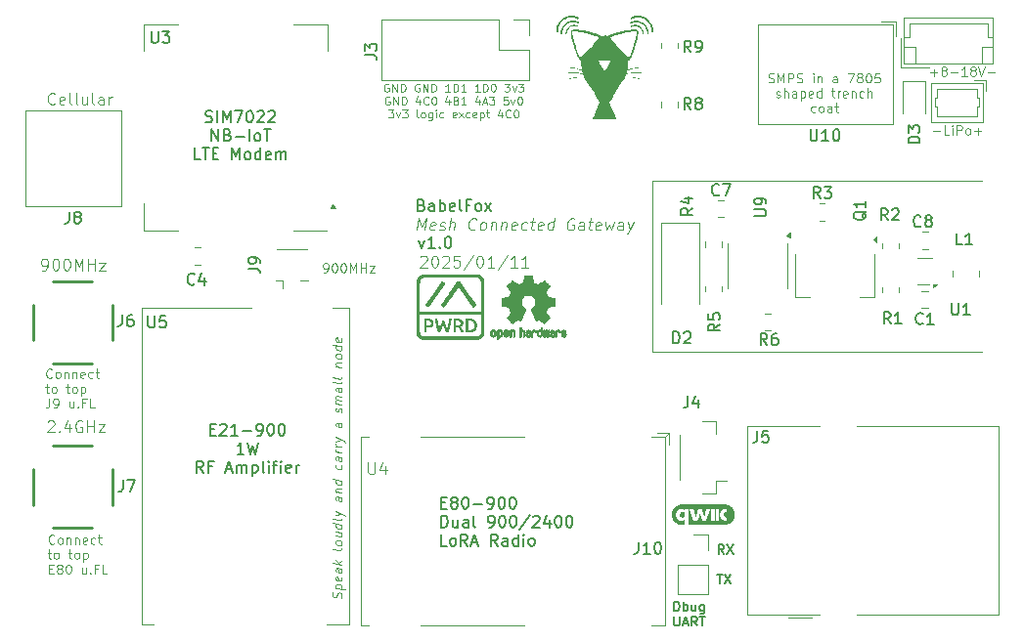
<source format=gbr>
%TF.GenerationSoftware,KiCad,Pcbnew,8.0.6*%
%TF.CreationDate,2025-01-11T15:36:53-06:00*%
%TF.ProjectId,babelfox,62616265-6c66-46f7-982e-6b696361645f,rev?*%
%TF.SameCoordinates,Original*%
%TF.FileFunction,Legend,Top*%
%TF.FilePolarity,Positive*%
%FSLAX46Y46*%
G04 Gerber Fmt 4.6, Leading zero omitted, Abs format (unit mm)*
G04 Created by KiCad (PCBNEW 8.0.6) date 2025-01-11 15:36:53*
%MOMM*%
%LPD*%
G01*
G04 APERTURE LIST*
%ADD10C,0.150000*%
%ADD11C,0.100000*%
%ADD12C,0.200000*%
%ADD13C,0.300000*%
%ADD14C,0.010000*%
%ADD15C,0.120000*%
%ADD16C,0.000000*%
%ADD17C,0.250000*%
G04 APERTURE END LIST*
D10*
X158912160Y-128755940D02*
X158912160Y-127955940D01*
X158912160Y-127955940D02*
X159102636Y-127955940D01*
X159102636Y-127955940D02*
X159216922Y-127994035D01*
X159216922Y-127994035D02*
X159293112Y-128070225D01*
X159293112Y-128070225D02*
X159331207Y-128146416D01*
X159331207Y-128146416D02*
X159369303Y-128298797D01*
X159369303Y-128298797D02*
X159369303Y-128413083D01*
X159369303Y-128413083D02*
X159331207Y-128565464D01*
X159331207Y-128565464D02*
X159293112Y-128641654D01*
X159293112Y-128641654D02*
X159216922Y-128717845D01*
X159216922Y-128717845D02*
X159102636Y-128755940D01*
X159102636Y-128755940D02*
X158912160Y-128755940D01*
X159712160Y-128755940D02*
X159712160Y-127955940D01*
X159712160Y-128260702D02*
X159788350Y-128222606D01*
X159788350Y-128222606D02*
X159940731Y-128222606D01*
X159940731Y-128222606D02*
X160016922Y-128260702D01*
X160016922Y-128260702D02*
X160055017Y-128298797D01*
X160055017Y-128298797D02*
X160093112Y-128374987D01*
X160093112Y-128374987D02*
X160093112Y-128603559D01*
X160093112Y-128603559D02*
X160055017Y-128679749D01*
X160055017Y-128679749D02*
X160016922Y-128717845D01*
X160016922Y-128717845D02*
X159940731Y-128755940D01*
X159940731Y-128755940D02*
X159788350Y-128755940D01*
X159788350Y-128755940D02*
X159712160Y-128717845D01*
X160778827Y-128222606D02*
X160778827Y-128755940D01*
X160435970Y-128222606D02*
X160435970Y-128641654D01*
X160435970Y-128641654D02*
X160474065Y-128717845D01*
X160474065Y-128717845D02*
X160550255Y-128755940D01*
X160550255Y-128755940D02*
X160664541Y-128755940D01*
X160664541Y-128755940D02*
X160740732Y-128717845D01*
X160740732Y-128717845D02*
X160778827Y-128679749D01*
X161502637Y-128222606D02*
X161502637Y-128870225D01*
X161502637Y-128870225D02*
X161464542Y-128946416D01*
X161464542Y-128946416D02*
X161426446Y-128984511D01*
X161426446Y-128984511D02*
X161350256Y-129022606D01*
X161350256Y-129022606D02*
X161235970Y-129022606D01*
X161235970Y-129022606D02*
X161159780Y-128984511D01*
X161502637Y-128717845D02*
X161426446Y-128755940D01*
X161426446Y-128755940D02*
X161274065Y-128755940D01*
X161274065Y-128755940D02*
X161197875Y-128717845D01*
X161197875Y-128717845D02*
X161159780Y-128679749D01*
X161159780Y-128679749D02*
X161121684Y-128603559D01*
X161121684Y-128603559D02*
X161121684Y-128374987D01*
X161121684Y-128374987D02*
X161159780Y-128298797D01*
X161159780Y-128298797D02*
X161197875Y-128260702D01*
X161197875Y-128260702D02*
X161274065Y-128222606D01*
X161274065Y-128222606D02*
X161426446Y-128222606D01*
X161426446Y-128222606D02*
X161502637Y-128260702D01*
X158912160Y-129243895D02*
X158912160Y-129891514D01*
X158912160Y-129891514D02*
X158950255Y-129967704D01*
X158950255Y-129967704D02*
X158988350Y-130005800D01*
X158988350Y-130005800D02*
X159064541Y-130043895D01*
X159064541Y-130043895D02*
X159216922Y-130043895D01*
X159216922Y-130043895D02*
X159293112Y-130005800D01*
X159293112Y-130005800D02*
X159331207Y-129967704D01*
X159331207Y-129967704D02*
X159369303Y-129891514D01*
X159369303Y-129891514D02*
X159369303Y-129243895D01*
X159712159Y-129815323D02*
X160093112Y-129815323D01*
X159635969Y-130043895D02*
X159902636Y-129243895D01*
X159902636Y-129243895D02*
X160169302Y-130043895D01*
X160893112Y-130043895D02*
X160626445Y-129662942D01*
X160435969Y-130043895D02*
X160435969Y-129243895D01*
X160435969Y-129243895D02*
X160740731Y-129243895D01*
X160740731Y-129243895D02*
X160816921Y-129281990D01*
X160816921Y-129281990D02*
X160855016Y-129320085D01*
X160855016Y-129320085D02*
X160893112Y-129396276D01*
X160893112Y-129396276D02*
X160893112Y-129510561D01*
X160893112Y-129510561D02*
X160855016Y-129586752D01*
X160855016Y-129586752D02*
X160816921Y-129624847D01*
X160816921Y-129624847D02*
X160740731Y-129662942D01*
X160740731Y-129662942D02*
X160435969Y-129662942D01*
X161121683Y-129243895D02*
X161578826Y-129243895D01*
X161350254Y-130043895D02*
X161350254Y-129243895D01*
X163230103Y-123810385D02*
X162963436Y-123429432D01*
X162772960Y-123810385D02*
X162772960Y-123010385D01*
X162772960Y-123010385D02*
X163077722Y-123010385D01*
X163077722Y-123010385D02*
X163153912Y-123048480D01*
X163153912Y-123048480D02*
X163192007Y-123086575D01*
X163192007Y-123086575D02*
X163230103Y-123162766D01*
X163230103Y-123162766D02*
X163230103Y-123277051D01*
X163230103Y-123277051D02*
X163192007Y-123353242D01*
X163192007Y-123353242D02*
X163153912Y-123391337D01*
X163153912Y-123391337D02*
X163077722Y-123429432D01*
X163077722Y-123429432D02*
X162772960Y-123429432D01*
X163496769Y-123010385D02*
X164030103Y-123810385D01*
X164030103Y-123010385D02*
X163496769Y-123810385D01*
X162658674Y-125586295D02*
X163115817Y-125586295D01*
X162887245Y-126386295D02*
X162887245Y-125586295D01*
X163306293Y-125586295D02*
X163839627Y-126386295D01*
X163839627Y-125586295D02*
X163306293Y-126386295D01*
D11*
X185572400Y-91490800D02*
X157073600Y-91490800D01*
X157073600Y-91490800D02*
X157073600Y-106324400D01*
X157073600Y-106324400D02*
X185572400Y-106324400D01*
X130110000Y-127645430D02*
X130148095Y-127535906D01*
X130148095Y-127535906D02*
X130148095Y-127345430D01*
X130148095Y-127345430D02*
X130110000Y-127264477D01*
X130110000Y-127264477D02*
X130071904Y-127221620D01*
X130071904Y-127221620D02*
X129995714Y-127174001D01*
X129995714Y-127174001D02*
X129919523Y-127164477D01*
X129919523Y-127164477D02*
X129843333Y-127193049D01*
X129843333Y-127193049D02*
X129805238Y-127226382D01*
X129805238Y-127226382D02*
X129767142Y-127297811D01*
X129767142Y-127297811D02*
X129729047Y-127445430D01*
X129729047Y-127445430D02*
X129690952Y-127516858D01*
X129690952Y-127516858D02*
X129652857Y-127550191D01*
X129652857Y-127550191D02*
X129576666Y-127578763D01*
X129576666Y-127578763D02*
X129500476Y-127569239D01*
X129500476Y-127569239D02*
X129424285Y-127521620D01*
X129424285Y-127521620D02*
X129386190Y-127478763D01*
X129386190Y-127478763D02*
X129348095Y-127397811D01*
X129348095Y-127397811D02*
X129348095Y-127207334D01*
X129348095Y-127207334D02*
X129386190Y-127097811D01*
X129614761Y-126783525D02*
X130414761Y-126883525D01*
X129652857Y-126788286D02*
X129614761Y-126707334D01*
X129614761Y-126707334D02*
X129614761Y-126554953D01*
X129614761Y-126554953D02*
X129652857Y-126483525D01*
X129652857Y-126483525D02*
X129690952Y-126450191D01*
X129690952Y-126450191D02*
X129767142Y-126421620D01*
X129767142Y-126421620D02*
X129995714Y-126450191D01*
X129995714Y-126450191D02*
X130071904Y-126497810D01*
X130071904Y-126497810D02*
X130110000Y-126540667D01*
X130110000Y-126540667D02*
X130148095Y-126621620D01*
X130148095Y-126621620D02*
X130148095Y-126774001D01*
X130148095Y-126774001D02*
X130110000Y-126845429D01*
X130110000Y-125816857D02*
X130148095Y-125897810D01*
X130148095Y-125897810D02*
X130148095Y-126050191D01*
X130148095Y-126050191D02*
X130110000Y-126121619D01*
X130110000Y-126121619D02*
X130033809Y-126150191D01*
X130033809Y-126150191D02*
X129729047Y-126112096D01*
X129729047Y-126112096D02*
X129652857Y-126064476D01*
X129652857Y-126064476D02*
X129614761Y-125983524D01*
X129614761Y-125983524D02*
X129614761Y-125831143D01*
X129614761Y-125831143D02*
X129652857Y-125759715D01*
X129652857Y-125759715D02*
X129729047Y-125731143D01*
X129729047Y-125731143D02*
X129805238Y-125740667D01*
X129805238Y-125740667D02*
X129881428Y-126131143D01*
X130148095Y-125097810D02*
X129729047Y-125045429D01*
X129729047Y-125045429D02*
X129652857Y-125074001D01*
X129652857Y-125074001D02*
X129614761Y-125145429D01*
X129614761Y-125145429D02*
X129614761Y-125297810D01*
X129614761Y-125297810D02*
X129652857Y-125378762D01*
X130110000Y-125093048D02*
X130148095Y-125174001D01*
X130148095Y-125174001D02*
X130148095Y-125364477D01*
X130148095Y-125364477D02*
X130110000Y-125435905D01*
X130110000Y-125435905D02*
X130033809Y-125464477D01*
X130033809Y-125464477D02*
X129957619Y-125454953D01*
X129957619Y-125454953D02*
X129881428Y-125407334D01*
X129881428Y-125407334D02*
X129843333Y-125326382D01*
X129843333Y-125326382D02*
X129843333Y-125135905D01*
X129843333Y-125135905D02*
X129805238Y-125054953D01*
X130148095Y-124716857D02*
X129348095Y-124616857D01*
X129843333Y-124602572D02*
X130148095Y-124412095D01*
X129614761Y-124345429D02*
X129919523Y-124688286D01*
X130148095Y-123345429D02*
X130110000Y-123416857D01*
X130110000Y-123416857D02*
X130033809Y-123445429D01*
X130033809Y-123445429D02*
X129348095Y-123359714D01*
X130148095Y-122926381D02*
X130110000Y-122997809D01*
X130110000Y-122997809D02*
X130071904Y-123031142D01*
X130071904Y-123031142D02*
X129995714Y-123059714D01*
X129995714Y-123059714D02*
X129767142Y-123031142D01*
X129767142Y-123031142D02*
X129690952Y-122983523D01*
X129690952Y-122983523D02*
X129652857Y-122940666D01*
X129652857Y-122940666D02*
X129614761Y-122859714D01*
X129614761Y-122859714D02*
X129614761Y-122745428D01*
X129614761Y-122745428D02*
X129652857Y-122674000D01*
X129652857Y-122674000D02*
X129690952Y-122640666D01*
X129690952Y-122640666D02*
X129767142Y-122612095D01*
X129767142Y-122612095D02*
X129995714Y-122640666D01*
X129995714Y-122640666D02*
X130071904Y-122688285D01*
X130071904Y-122688285D02*
X130110000Y-122731142D01*
X130110000Y-122731142D02*
X130148095Y-122812095D01*
X130148095Y-122812095D02*
X130148095Y-122926381D01*
X129614761Y-121907332D02*
X130148095Y-121973999D01*
X129614761Y-122250190D02*
X130033809Y-122302571D01*
X130033809Y-122302571D02*
X130110000Y-122273999D01*
X130110000Y-122273999D02*
X130148095Y-122202571D01*
X130148095Y-122202571D02*
X130148095Y-122088285D01*
X130148095Y-122088285D02*
X130110000Y-122007332D01*
X130110000Y-122007332D02*
X130071904Y-121964475D01*
X130148095Y-121250189D02*
X129348095Y-121150189D01*
X130110000Y-121245427D02*
X130148095Y-121326380D01*
X130148095Y-121326380D02*
X130148095Y-121478761D01*
X130148095Y-121478761D02*
X130110000Y-121550189D01*
X130110000Y-121550189D02*
X130071904Y-121583522D01*
X130071904Y-121583522D02*
X129995714Y-121612094D01*
X129995714Y-121612094D02*
X129767142Y-121583522D01*
X129767142Y-121583522D02*
X129690952Y-121535903D01*
X129690952Y-121535903D02*
X129652857Y-121493046D01*
X129652857Y-121493046D02*
X129614761Y-121412094D01*
X129614761Y-121412094D02*
X129614761Y-121259713D01*
X129614761Y-121259713D02*
X129652857Y-121188284D01*
X130148095Y-120754951D02*
X130110000Y-120826379D01*
X130110000Y-120826379D02*
X130033809Y-120854951D01*
X130033809Y-120854951D02*
X129348095Y-120769236D01*
X129614761Y-120459712D02*
X130148095Y-120335903D01*
X129614761Y-120078760D02*
X130148095Y-120335903D01*
X130148095Y-120335903D02*
X130338571Y-120435903D01*
X130338571Y-120435903D02*
X130376666Y-120478760D01*
X130376666Y-120478760D02*
X130414761Y-120559712D01*
X130148095Y-118888283D02*
X129729047Y-118835902D01*
X129729047Y-118835902D02*
X129652857Y-118864474D01*
X129652857Y-118864474D02*
X129614761Y-118935902D01*
X129614761Y-118935902D02*
X129614761Y-119088283D01*
X129614761Y-119088283D02*
X129652857Y-119169235D01*
X130110000Y-118883521D02*
X130148095Y-118964474D01*
X130148095Y-118964474D02*
X130148095Y-119154950D01*
X130148095Y-119154950D02*
X130110000Y-119226378D01*
X130110000Y-119226378D02*
X130033809Y-119254950D01*
X130033809Y-119254950D02*
X129957619Y-119245426D01*
X129957619Y-119245426D02*
X129881428Y-119197807D01*
X129881428Y-119197807D02*
X129843333Y-119116855D01*
X129843333Y-119116855D02*
X129843333Y-118926378D01*
X129843333Y-118926378D02*
X129805238Y-118845426D01*
X129614761Y-118440664D02*
X130148095Y-118507330D01*
X129690952Y-118450187D02*
X129652857Y-118407330D01*
X129652857Y-118407330D02*
X129614761Y-118326378D01*
X129614761Y-118326378D02*
X129614761Y-118212092D01*
X129614761Y-118212092D02*
X129652857Y-118140664D01*
X129652857Y-118140664D02*
X129729047Y-118112092D01*
X129729047Y-118112092D02*
X130148095Y-118164473D01*
X130148095Y-117440663D02*
X129348095Y-117340663D01*
X130110000Y-117435901D02*
X130148095Y-117516854D01*
X130148095Y-117516854D02*
X130148095Y-117669235D01*
X130148095Y-117669235D02*
X130110000Y-117740663D01*
X130110000Y-117740663D02*
X130071904Y-117773996D01*
X130071904Y-117773996D02*
X129995714Y-117802568D01*
X129995714Y-117802568D02*
X129767142Y-117773996D01*
X129767142Y-117773996D02*
X129690952Y-117726377D01*
X129690952Y-117726377D02*
X129652857Y-117683520D01*
X129652857Y-117683520D02*
X129614761Y-117602568D01*
X129614761Y-117602568D02*
X129614761Y-117450187D01*
X129614761Y-117450187D02*
X129652857Y-117378758D01*
X130110000Y-116102567D02*
X130148095Y-116183520D01*
X130148095Y-116183520D02*
X130148095Y-116335901D01*
X130148095Y-116335901D02*
X130110000Y-116407329D01*
X130110000Y-116407329D02*
X130071904Y-116440662D01*
X130071904Y-116440662D02*
X129995714Y-116469234D01*
X129995714Y-116469234D02*
X129767142Y-116440662D01*
X129767142Y-116440662D02*
X129690952Y-116393043D01*
X129690952Y-116393043D02*
X129652857Y-116350186D01*
X129652857Y-116350186D02*
X129614761Y-116269234D01*
X129614761Y-116269234D02*
X129614761Y-116116853D01*
X129614761Y-116116853D02*
X129652857Y-116045424D01*
X130148095Y-115421615D02*
X129729047Y-115369234D01*
X129729047Y-115369234D02*
X129652857Y-115397806D01*
X129652857Y-115397806D02*
X129614761Y-115469234D01*
X129614761Y-115469234D02*
X129614761Y-115621615D01*
X129614761Y-115621615D02*
X129652857Y-115702567D01*
X130110000Y-115416853D02*
X130148095Y-115497806D01*
X130148095Y-115497806D02*
X130148095Y-115688282D01*
X130148095Y-115688282D02*
X130110000Y-115759710D01*
X130110000Y-115759710D02*
X130033809Y-115788282D01*
X130033809Y-115788282D02*
X129957619Y-115778758D01*
X129957619Y-115778758D02*
X129881428Y-115731139D01*
X129881428Y-115731139D02*
X129843333Y-115650187D01*
X129843333Y-115650187D02*
X129843333Y-115459710D01*
X129843333Y-115459710D02*
X129805238Y-115378758D01*
X130148095Y-115040662D02*
X129614761Y-114973996D01*
X129767142Y-114993043D02*
X129690952Y-114945424D01*
X129690952Y-114945424D02*
X129652857Y-114902567D01*
X129652857Y-114902567D02*
X129614761Y-114821615D01*
X129614761Y-114821615D02*
X129614761Y-114745424D01*
X130148095Y-114545424D02*
X129614761Y-114478758D01*
X129767142Y-114497805D02*
X129690952Y-114450186D01*
X129690952Y-114450186D02*
X129652857Y-114407329D01*
X129652857Y-114407329D02*
X129614761Y-114326377D01*
X129614761Y-114326377D02*
X129614761Y-114250186D01*
X129614761Y-114059710D02*
X130148095Y-113935901D01*
X129614761Y-113678758D02*
X130148095Y-113935901D01*
X130148095Y-113935901D02*
X130338571Y-114035901D01*
X130338571Y-114035901D02*
X130376666Y-114078758D01*
X130376666Y-114078758D02*
X130414761Y-114159710D01*
X130148095Y-112488281D02*
X129729047Y-112435900D01*
X129729047Y-112435900D02*
X129652857Y-112464472D01*
X129652857Y-112464472D02*
X129614761Y-112535900D01*
X129614761Y-112535900D02*
X129614761Y-112688281D01*
X129614761Y-112688281D02*
X129652857Y-112769233D01*
X130110000Y-112483519D02*
X130148095Y-112564472D01*
X130148095Y-112564472D02*
X130148095Y-112754948D01*
X130148095Y-112754948D02*
X130110000Y-112826376D01*
X130110000Y-112826376D02*
X130033809Y-112854948D01*
X130033809Y-112854948D02*
X129957619Y-112845424D01*
X129957619Y-112845424D02*
X129881428Y-112797805D01*
X129881428Y-112797805D02*
X129843333Y-112716853D01*
X129843333Y-112716853D02*
X129843333Y-112526376D01*
X129843333Y-112526376D02*
X129805238Y-112445424D01*
X130110000Y-111531138D02*
X130148095Y-111459709D01*
X130148095Y-111459709D02*
X130148095Y-111307328D01*
X130148095Y-111307328D02*
X130110000Y-111226376D01*
X130110000Y-111226376D02*
X130033809Y-111178757D01*
X130033809Y-111178757D02*
X129995714Y-111173995D01*
X129995714Y-111173995D02*
X129919523Y-111202566D01*
X129919523Y-111202566D02*
X129881428Y-111273995D01*
X129881428Y-111273995D02*
X129881428Y-111388280D01*
X129881428Y-111388280D02*
X129843333Y-111459709D01*
X129843333Y-111459709D02*
X129767142Y-111488280D01*
X129767142Y-111488280D02*
X129729047Y-111483519D01*
X129729047Y-111483519D02*
X129652857Y-111435899D01*
X129652857Y-111435899D02*
X129614761Y-111354947D01*
X129614761Y-111354947D02*
X129614761Y-111240661D01*
X129614761Y-111240661D02*
X129652857Y-111169233D01*
X130148095Y-110850185D02*
X129614761Y-110783519D01*
X129690952Y-110793042D02*
X129652857Y-110750185D01*
X129652857Y-110750185D02*
X129614761Y-110669233D01*
X129614761Y-110669233D02*
X129614761Y-110554947D01*
X129614761Y-110554947D02*
X129652857Y-110483519D01*
X129652857Y-110483519D02*
X129729047Y-110454947D01*
X129729047Y-110454947D02*
X130148095Y-110507328D01*
X129729047Y-110454947D02*
X129652857Y-110407328D01*
X129652857Y-110407328D02*
X129614761Y-110326376D01*
X129614761Y-110326376D02*
X129614761Y-110212090D01*
X129614761Y-110212090D02*
X129652857Y-110140661D01*
X129652857Y-110140661D02*
X129729047Y-110112090D01*
X129729047Y-110112090D02*
X130148095Y-110164471D01*
X130148095Y-109440661D02*
X129729047Y-109388280D01*
X129729047Y-109388280D02*
X129652857Y-109416852D01*
X129652857Y-109416852D02*
X129614761Y-109488280D01*
X129614761Y-109488280D02*
X129614761Y-109640661D01*
X129614761Y-109640661D02*
X129652857Y-109721613D01*
X130110000Y-109435899D02*
X130148095Y-109516852D01*
X130148095Y-109516852D02*
X130148095Y-109707328D01*
X130148095Y-109707328D02*
X130110000Y-109778756D01*
X130110000Y-109778756D02*
X130033809Y-109807328D01*
X130033809Y-109807328D02*
X129957619Y-109797804D01*
X129957619Y-109797804D02*
X129881428Y-109750185D01*
X129881428Y-109750185D02*
X129843333Y-109669233D01*
X129843333Y-109669233D02*
X129843333Y-109478756D01*
X129843333Y-109478756D02*
X129805238Y-109397804D01*
X130148095Y-108945423D02*
X130110000Y-109016851D01*
X130110000Y-109016851D02*
X130033809Y-109045423D01*
X130033809Y-109045423D02*
X129348095Y-108959708D01*
X130148095Y-108526375D02*
X130110000Y-108597803D01*
X130110000Y-108597803D02*
X130033809Y-108626375D01*
X130033809Y-108626375D02*
X129348095Y-108540660D01*
X129614761Y-107545422D02*
X130148095Y-107612088D01*
X129690952Y-107554945D02*
X129652857Y-107512088D01*
X129652857Y-107512088D02*
X129614761Y-107431136D01*
X129614761Y-107431136D02*
X129614761Y-107316850D01*
X129614761Y-107316850D02*
X129652857Y-107245422D01*
X129652857Y-107245422D02*
X129729047Y-107216850D01*
X129729047Y-107216850D02*
X130148095Y-107269231D01*
X130148095Y-106773993D02*
X130110000Y-106845421D01*
X130110000Y-106845421D02*
X130071904Y-106878754D01*
X130071904Y-106878754D02*
X129995714Y-106907326D01*
X129995714Y-106907326D02*
X129767142Y-106878754D01*
X129767142Y-106878754D02*
X129690952Y-106831135D01*
X129690952Y-106831135D02*
X129652857Y-106788278D01*
X129652857Y-106788278D02*
X129614761Y-106707326D01*
X129614761Y-106707326D02*
X129614761Y-106593040D01*
X129614761Y-106593040D02*
X129652857Y-106521612D01*
X129652857Y-106521612D02*
X129690952Y-106488278D01*
X129690952Y-106488278D02*
X129767142Y-106459707D01*
X129767142Y-106459707D02*
X129995714Y-106488278D01*
X129995714Y-106488278D02*
X130071904Y-106535897D01*
X130071904Y-106535897D02*
X130110000Y-106578754D01*
X130110000Y-106578754D02*
X130148095Y-106659707D01*
X130148095Y-106659707D02*
X130148095Y-106773993D01*
X130148095Y-105821611D02*
X129348095Y-105721611D01*
X130110000Y-105816849D02*
X130148095Y-105897802D01*
X130148095Y-105897802D02*
X130148095Y-106050183D01*
X130148095Y-106050183D02*
X130110000Y-106121611D01*
X130110000Y-106121611D02*
X130071904Y-106154944D01*
X130071904Y-106154944D02*
X129995714Y-106183516D01*
X129995714Y-106183516D02*
X129767142Y-106154944D01*
X129767142Y-106154944D02*
X129690952Y-106107325D01*
X129690952Y-106107325D02*
X129652857Y-106064468D01*
X129652857Y-106064468D02*
X129614761Y-105983516D01*
X129614761Y-105983516D02*
X129614761Y-105831135D01*
X129614761Y-105831135D02*
X129652857Y-105759706D01*
X130110000Y-105131134D02*
X130148095Y-105212087D01*
X130148095Y-105212087D02*
X130148095Y-105364468D01*
X130148095Y-105364468D02*
X130110000Y-105435896D01*
X130110000Y-105435896D02*
X130033809Y-105464468D01*
X130033809Y-105464468D02*
X129729047Y-105426373D01*
X129729047Y-105426373D02*
X129652857Y-105378753D01*
X129652857Y-105378753D02*
X129614761Y-105297801D01*
X129614761Y-105297801D02*
X129614761Y-105145420D01*
X129614761Y-105145420D02*
X129652857Y-105073992D01*
X129652857Y-105073992D02*
X129729047Y-105045420D01*
X129729047Y-105045420D02*
X129805238Y-105054944D01*
X129805238Y-105054944D02*
X129881428Y-105445420D01*
X181104189Y-82091333D02*
X181713713Y-82091333D01*
X181408951Y-82396095D02*
X181408951Y-81786571D01*
X182208950Y-81938952D02*
X182132760Y-81900857D01*
X182132760Y-81900857D02*
X182094665Y-81862761D01*
X182094665Y-81862761D02*
X182056569Y-81786571D01*
X182056569Y-81786571D02*
X182056569Y-81748476D01*
X182056569Y-81748476D02*
X182094665Y-81672285D01*
X182094665Y-81672285D02*
X182132760Y-81634190D01*
X182132760Y-81634190D02*
X182208950Y-81596095D01*
X182208950Y-81596095D02*
X182361331Y-81596095D01*
X182361331Y-81596095D02*
X182437522Y-81634190D01*
X182437522Y-81634190D02*
X182475617Y-81672285D01*
X182475617Y-81672285D02*
X182513712Y-81748476D01*
X182513712Y-81748476D02*
X182513712Y-81786571D01*
X182513712Y-81786571D02*
X182475617Y-81862761D01*
X182475617Y-81862761D02*
X182437522Y-81900857D01*
X182437522Y-81900857D02*
X182361331Y-81938952D01*
X182361331Y-81938952D02*
X182208950Y-81938952D01*
X182208950Y-81938952D02*
X182132760Y-81977047D01*
X182132760Y-81977047D02*
X182094665Y-82015142D01*
X182094665Y-82015142D02*
X182056569Y-82091333D01*
X182056569Y-82091333D02*
X182056569Y-82243714D01*
X182056569Y-82243714D02*
X182094665Y-82319904D01*
X182094665Y-82319904D02*
X182132760Y-82358000D01*
X182132760Y-82358000D02*
X182208950Y-82396095D01*
X182208950Y-82396095D02*
X182361331Y-82396095D01*
X182361331Y-82396095D02*
X182437522Y-82358000D01*
X182437522Y-82358000D02*
X182475617Y-82319904D01*
X182475617Y-82319904D02*
X182513712Y-82243714D01*
X182513712Y-82243714D02*
X182513712Y-82091333D01*
X182513712Y-82091333D02*
X182475617Y-82015142D01*
X182475617Y-82015142D02*
X182437522Y-81977047D01*
X182437522Y-81977047D02*
X182361331Y-81938952D01*
X182856570Y-82091333D02*
X183466094Y-82091333D01*
X184266093Y-82396095D02*
X183808950Y-82396095D01*
X184037522Y-82396095D02*
X184037522Y-81596095D01*
X184037522Y-81596095D02*
X183961331Y-81710380D01*
X183961331Y-81710380D02*
X183885141Y-81786571D01*
X183885141Y-81786571D02*
X183808950Y-81824666D01*
X184723236Y-81938952D02*
X184647046Y-81900857D01*
X184647046Y-81900857D02*
X184608951Y-81862761D01*
X184608951Y-81862761D02*
X184570855Y-81786571D01*
X184570855Y-81786571D02*
X184570855Y-81748476D01*
X184570855Y-81748476D02*
X184608951Y-81672285D01*
X184608951Y-81672285D02*
X184647046Y-81634190D01*
X184647046Y-81634190D02*
X184723236Y-81596095D01*
X184723236Y-81596095D02*
X184875617Y-81596095D01*
X184875617Y-81596095D02*
X184951808Y-81634190D01*
X184951808Y-81634190D02*
X184989903Y-81672285D01*
X184989903Y-81672285D02*
X185027998Y-81748476D01*
X185027998Y-81748476D02*
X185027998Y-81786571D01*
X185027998Y-81786571D02*
X184989903Y-81862761D01*
X184989903Y-81862761D02*
X184951808Y-81900857D01*
X184951808Y-81900857D02*
X184875617Y-81938952D01*
X184875617Y-81938952D02*
X184723236Y-81938952D01*
X184723236Y-81938952D02*
X184647046Y-81977047D01*
X184647046Y-81977047D02*
X184608951Y-82015142D01*
X184608951Y-82015142D02*
X184570855Y-82091333D01*
X184570855Y-82091333D02*
X184570855Y-82243714D01*
X184570855Y-82243714D02*
X184608951Y-82319904D01*
X184608951Y-82319904D02*
X184647046Y-82358000D01*
X184647046Y-82358000D02*
X184723236Y-82396095D01*
X184723236Y-82396095D02*
X184875617Y-82396095D01*
X184875617Y-82396095D02*
X184951808Y-82358000D01*
X184951808Y-82358000D02*
X184989903Y-82319904D01*
X184989903Y-82319904D02*
X185027998Y-82243714D01*
X185027998Y-82243714D02*
X185027998Y-82091333D01*
X185027998Y-82091333D02*
X184989903Y-82015142D01*
X184989903Y-82015142D02*
X184951808Y-81977047D01*
X184951808Y-81977047D02*
X184875617Y-81938952D01*
X185256570Y-81596095D02*
X185523237Y-82396095D01*
X185523237Y-82396095D02*
X185789903Y-81596095D01*
X186056570Y-82091333D02*
X186666094Y-82091333D01*
X128615160Y-99414095D02*
X128767541Y-99414095D01*
X128767541Y-99414095D02*
X128843731Y-99376000D01*
X128843731Y-99376000D02*
X128881827Y-99337904D01*
X128881827Y-99337904D02*
X128958017Y-99223619D01*
X128958017Y-99223619D02*
X128996112Y-99071238D01*
X128996112Y-99071238D02*
X128996112Y-98766476D01*
X128996112Y-98766476D02*
X128958017Y-98690285D01*
X128958017Y-98690285D02*
X128919922Y-98652190D01*
X128919922Y-98652190D02*
X128843731Y-98614095D01*
X128843731Y-98614095D02*
X128691350Y-98614095D01*
X128691350Y-98614095D02*
X128615160Y-98652190D01*
X128615160Y-98652190D02*
X128577065Y-98690285D01*
X128577065Y-98690285D02*
X128538969Y-98766476D01*
X128538969Y-98766476D02*
X128538969Y-98956952D01*
X128538969Y-98956952D02*
X128577065Y-99033142D01*
X128577065Y-99033142D02*
X128615160Y-99071238D01*
X128615160Y-99071238D02*
X128691350Y-99109333D01*
X128691350Y-99109333D02*
X128843731Y-99109333D01*
X128843731Y-99109333D02*
X128919922Y-99071238D01*
X128919922Y-99071238D02*
X128958017Y-99033142D01*
X128958017Y-99033142D02*
X128996112Y-98956952D01*
X129491351Y-98614095D02*
X129567541Y-98614095D01*
X129567541Y-98614095D02*
X129643732Y-98652190D01*
X129643732Y-98652190D02*
X129681827Y-98690285D01*
X129681827Y-98690285D02*
X129719922Y-98766476D01*
X129719922Y-98766476D02*
X129758017Y-98918857D01*
X129758017Y-98918857D02*
X129758017Y-99109333D01*
X129758017Y-99109333D02*
X129719922Y-99261714D01*
X129719922Y-99261714D02*
X129681827Y-99337904D01*
X129681827Y-99337904D02*
X129643732Y-99376000D01*
X129643732Y-99376000D02*
X129567541Y-99414095D01*
X129567541Y-99414095D02*
X129491351Y-99414095D01*
X129491351Y-99414095D02*
X129415160Y-99376000D01*
X129415160Y-99376000D02*
X129377065Y-99337904D01*
X129377065Y-99337904D02*
X129338970Y-99261714D01*
X129338970Y-99261714D02*
X129300874Y-99109333D01*
X129300874Y-99109333D02*
X129300874Y-98918857D01*
X129300874Y-98918857D02*
X129338970Y-98766476D01*
X129338970Y-98766476D02*
X129377065Y-98690285D01*
X129377065Y-98690285D02*
X129415160Y-98652190D01*
X129415160Y-98652190D02*
X129491351Y-98614095D01*
X130253256Y-98614095D02*
X130329446Y-98614095D01*
X130329446Y-98614095D02*
X130405637Y-98652190D01*
X130405637Y-98652190D02*
X130443732Y-98690285D01*
X130443732Y-98690285D02*
X130481827Y-98766476D01*
X130481827Y-98766476D02*
X130519922Y-98918857D01*
X130519922Y-98918857D02*
X130519922Y-99109333D01*
X130519922Y-99109333D02*
X130481827Y-99261714D01*
X130481827Y-99261714D02*
X130443732Y-99337904D01*
X130443732Y-99337904D02*
X130405637Y-99376000D01*
X130405637Y-99376000D02*
X130329446Y-99414095D01*
X130329446Y-99414095D02*
X130253256Y-99414095D01*
X130253256Y-99414095D02*
X130177065Y-99376000D01*
X130177065Y-99376000D02*
X130138970Y-99337904D01*
X130138970Y-99337904D02*
X130100875Y-99261714D01*
X130100875Y-99261714D02*
X130062779Y-99109333D01*
X130062779Y-99109333D02*
X130062779Y-98918857D01*
X130062779Y-98918857D02*
X130100875Y-98766476D01*
X130100875Y-98766476D02*
X130138970Y-98690285D01*
X130138970Y-98690285D02*
X130177065Y-98652190D01*
X130177065Y-98652190D02*
X130253256Y-98614095D01*
X130862780Y-99414095D02*
X130862780Y-98614095D01*
X130862780Y-98614095D02*
X131129446Y-99185523D01*
X131129446Y-99185523D02*
X131396113Y-98614095D01*
X131396113Y-98614095D02*
X131396113Y-99414095D01*
X131777066Y-99414095D02*
X131777066Y-98614095D01*
X131777066Y-98995047D02*
X132234209Y-98995047D01*
X132234209Y-99414095D02*
X132234209Y-98614095D01*
X132538970Y-98880761D02*
X132958018Y-98880761D01*
X132958018Y-98880761D02*
X132538970Y-99414095D01*
X132538970Y-99414095D02*
X132958018Y-99414095D01*
X105320112Y-84765580D02*
X105272493Y-84813200D01*
X105272493Y-84813200D02*
X105129636Y-84860819D01*
X105129636Y-84860819D02*
X105034398Y-84860819D01*
X105034398Y-84860819D02*
X104891541Y-84813200D01*
X104891541Y-84813200D02*
X104796303Y-84717961D01*
X104796303Y-84717961D02*
X104748684Y-84622723D01*
X104748684Y-84622723D02*
X104701065Y-84432247D01*
X104701065Y-84432247D02*
X104701065Y-84289390D01*
X104701065Y-84289390D02*
X104748684Y-84098914D01*
X104748684Y-84098914D02*
X104796303Y-84003676D01*
X104796303Y-84003676D02*
X104891541Y-83908438D01*
X104891541Y-83908438D02*
X105034398Y-83860819D01*
X105034398Y-83860819D02*
X105129636Y-83860819D01*
X105129636Y-83860819D02*
X105272493Y-83908438D01*
X105272493Y-83908438D02*
X105320112Y-83956057D01*
X106129636Y-84813200D02*
X106034398Y-84860819D01*
X106034398Y-84860819D02*
X105843922Y-84860819D01*
X105843922Y-84860819D02*
X105748684Y-84813200D01*
X105748684Y-84813200D02*
X105701065Y-84717961D01*
X105701065Y-84717961D02*
X105701065Y-84337009D01*
X105701065Y-84337009D02*
X105748684Y-84241771D01*
X105748684Y-84241771D02*
X105843922Y-84194152D01*
X105843922Y-84194152D02*
X106034398Y-84194152D01*
X106034398Y-84194152D02*
X106129636Y-84241771D01*
X106129636Y-84241771D02*
X106177255Y-84337009D01*
X106177255Y-84337009D02*
X106177255Y-84432247D01*
X106177255Y-84432247D02*
X105701065Y-84527485D01*
X106748684Y-84860819D02*
X106653446Y-84813200D01*
X106653446Y-84813200D02*
X106605827Y-84717961D01*
X106605827Y-84717961D02*
X106605827Y-83860819D01*
X107272494Y-84860819D02*
X107177256Y-84813200D01*
X107177256Y-84813200D02*
X107129637Y-84717961D01*
X107129637Y-84717961D02*
X107129637Y-83860819D01*
X108082018Y-84194152D02*
X108082018Y-84860819D01*
X107653447Y-84194152D02*
X107653447Y-84717961D01*
X107653447Y-84717961D02*
X107701066Y-84813200D01*
X107701066Y-84813200D02*
X107796304Y-84860819D01*
X107796304Y-84860819D02*
X107939161Y-84860819D01*
X107939161Y-84860819D02*
X108034399Y-84813200D01*
X108034399Y-84813200D02*
X108082018Y-84765580D01*
X108701066Y-84860819D02*
X108605828Y-84813200D01*
X108605828Y-84813200D02*
X108558209Y-84717961D01*
X108558209Y-84717961D02*
X108558209Y-83860819D01*
X109510590Y-84860819D02*
X109510590Y-84337009D01*
X109510590Y-84337009D02*
X109462971Y-84241771D01*
X109462971Y-84241771D02*
X109367733Y-84194152D01*
X109367733Y-84194152D02*
X109177257Y-84194152D01*
X109177257Y-84194152D02*
X109082019Y-84241771D01*
X109510590Y-84813200D02*
X109415352Y-84860819D01*
X109415352Y-84860819D02*
X109177257Y-84860819D01*
X109177257Y-84860819D02*
X109082019Y-84813200D01*
X109082019Y-84813200D02*
X109034400Y-84717961D01*
X109034400Y-84717961D02*
X109034400Y-84622723D01*
X109034400Y-84622723D02*
X109082019Y-84527485D01*
X109082019Y-84527485D02*
X109177257Y-84479866D01*
X109177257Y-84479866D02*
X109415352Y-84479866D01*
X109415352Y-84479866D02*
X109510590Y-84432247D01*
X109986781Y-84860819D02*
X109986781Y-84194152D01*
X109986781Y-84384628D02*
X110034400Y-84289390D01*
X110034400Y-84289390D02*
X110082019Y-84241771D01*
X110082019Y-84241771D02*
X110177257Y-84194152D01*
X110177257Y-84194152D02*
X110272495Y-84194152D01*
D12*
X138748873Y-119364321D02*
X139082206Y-119364321D01*
X139225063Y-119888131D02*
X138748873Y-119888131D01*
X138748873Y-119888131D02*
X138748873Y-118888131D01*
X138748873Y-118888131D02*
X139225063Y-118888131D01*
X139796492Y-119316702D02*
X139701254Y-119269083D01*
X139701254Y-119269083D02*
X139653635Y-119221464D01*
X139653635Y-119221464D02*
X139606016Y-119126226D01*
X139606016Y-119126226D02*
X139606016Y-119078607D01*
X139606016Y-119078607D02*
X139653635Y-118983369D01*
X139653635Y-118983369D02*
X139701254Y-118935750D01*
X139701254Y-118935750D02*
X139796492Y-118888131D01*
X139796492Y-118888131D02*
X139986968Y-118888131D01*
X139986968Y-118888131D02*
X140082206Y-118935750D01*
X140082206Y-118935750D02*
X140129825Y-118983369D01*
X140129825Y-118983369D02*
X140177444Y-119078607D01*
X140177444Y-119078607D02*
X140177444Y-119126226D01*
X140177444Y-119126226D02*
X140129825Y-119221464D01*
X140129825Y-119221464D02*
X140082206Y-119269083D01*
X140082206Y-119269083D02*
X139986968Y-119316702D01*
X139986968Y-119316702D02*
X139796492Y-119316702D01*
X139796492Y-119316702D02*
X139701254Y-119364321D01*
X139701254Y-119364321D02*
X139653635Y-119411940D01*
X139653635Y-119411940D02*
X139606016Y-119507178D01*
X139606016Y-119507178D02*
X139606016Y-119697654D01*
X139606016Y-119697654D02*
X139653635Y-119792892D01*
X139653635Y-119792892D02*
X139701254Y-119840512D01*
X139701254Y-119840512D02*
X139796492Y-119888131D01*
X139796492Y-119888131D02*
X139986968Y-119888131D01*
X139986968Y-119888131D02*
X140082206Y-119840512D01*
X140082206Y-119840512D02*
X140129825Y-119792892D01*
X140129825Y-119792892D02*
X140177444Y-119697654D01*
X140177444Y-119697654D02*
X140177444Y-119507178D01*
X140177444Y-119507178D02*
X140129825Y-119411940D01*
X140129825Y-119411940D02*
X140082206Y-119364321D01*
X140082206Y-119364321D02*
X139986968Y-119316702D01*
X140796492Y-118888131D02*
X140891730Y-118888131D01*
X140891730Y-118888131D02*
X140986968Y-118935750D01*
X140986968Y-118935750D02*
X141034587Y-118983369D01*
X141034587Y-118983369D02*
X141082206Y-119078607D01*
X141082206Y-119078607D02*
X141129825Y-119269083D01*
X141129825Y-119269083D02*
X141129825Y-119507178D01*
X141129825Y-119507178D02*
X141082206Y-119697654D01*
X141082206Y-119697654D02*
X141034587Y-119792892D01*
X141034587Y-119792892D02*
X140986968Y-119840512D01*
X140986968Y-119840512D02*
X140891730Y-119888131D01*
X140891730Y-119888131D02*
X140796492Y-119888131D01*
X140796492Y-119888131D02*
X140701254Y-119840512D01*
X140701254Y-119840512D02*
X140653635Y-119792892D01*
X140653635Y-119792892D02*
X140606016Y-119697654D01*
X140606016Y-119697654D02*
X140558397Y-119507178D01*
X140558397Y-119507178D02*
X140558397Y-119269083D01*
X140558397Y-119269083D02*
X140606016Y-119078607D01*
X140606016Y-119078607D02*
X140653635Y-118983369D01*
X140653635Y-118983369D02*
X140701254Y-118935750D01*
X140701254Y-118935750D02*
X140796492Y-118888131D01*
X141558397Y-119507178D02*
X142320302Y-119507178D01*
X142844111Y-119888131D02*
X143034587Y-119888131D01*
X143034587Y-119888131D02*
X143129825Y-119840512D01*
X143129825Y-119840512D02*
X143177444Y-119792892D01*
X143177444Y-119792892D02*
X143272682Y-119650035D01*
X143272682Y-119650035D02*
X143320301Y-119459559D01*
X143320301Y-119459559D02*
X143320301Y-119078607D01*
X143320301Y-119078607D02*
X143272682Y-118983369D01*
X143272682Y-118983369D02*
X143225063Y-118935750D01*
X143225063Y-118935750D02*
X143129825Y-118888131D01*
X143129825Y-118888131D02*
X142939349Y-118888131D01*
X142939349Y-118888131D02*
X142844111Y-118935750D01*
X142844111Y-118935750D02*
X142796492Y-118983369D01*
X142796492Y-118983369D02*
X142748873Y-119078607D01*
X142748873Y-119078607D02*
X142748873Y-119316702D01*
X142748873Y-119316702D02*
X142796492Y-119411940D01*
X142796492Y-119411940D02*
X142844111Y-119459559D01*
X142844111Y-119459559D02*
X142939349Y-119507178D01*
X142939349Y-119507178D02*
X143129825Y-119507178D01*
X143129825Y-119507178D02*
X143225063Y-119459559D01*
X143225063Y-119459559D02*
X143272682Y-119411940D01*
X143272682Y-119411940D02*
X143320301Y-119316702D01*
X143939349Y-118888131D02*
X144034587Y-118888131D01*
X144034587Y-118888131D02*
X144129825Y-118935750D01*
X144129825Y-118935750D02*
X144177444Y-118983369D01*
X144177444Y-118983369D02*
X144225063Y-119078607D01*
X144225063Y-119078607D02*
X144272682Y-119269083D01*
X144272682Y-119269083D02*
X144272682Y-119507178D01*
X144272682Y-119507178D02*
X144225063Y-119697654D01*
X144225063Y-119697654D02*
X144177444Y-119792892D01*
X144177444Y-119792892D02*
X144129825Y-119840512D01*
X144129825Y-119840512D02*
X144034587Y-119888131D01*
X144034587Y-119888131D02*
X143939349Y-119888131D01*
X143939349Y-119888131D02*
X143844111Y-119840512D01*
X143844111Y-119840512D02*
X143796492Y-119792892D01*
X143796492Y-119792892D02*
X143748873Y-119697654D01*
X143748873Y-119697654D02*
X143701254Y-119507178D01*
X143701254Y-119507178D02*
X143701254Y-119269083D01*
X143701254Y-119269083D02*
X143748873Y-119078607D01*
X143748873Y-119078607D02*
X143796492Y-118983369D01*
X143796492Y-118983369D02*
X143844111Y-118935750D01*
X143844111Y-118935750D02*
X143939349Y-118888131D01*
X144891730Y-118888131D02*
X144986968Y-118888131D01*
X144986968Y-118888131D02*
X145082206Y-118935750D01*
X145082206Y-118935750D02*
X145129825Y-118983369D01*
X145129825Y-118983369D02*
X145177444Y-119078607D01*
X145177444Y-119078607D02*
X145225063Y-119269083D01*
X145225063Y-119269083D02*
X145225063Y-119507178D01*
X145225063Y-119507178D02*
X145177444Y-119697654D01*
X145177444Y-119697654D02*
X145129825Y-119792892D01*
X145129825Y-119792892D02*
X145082206Y-119840512D01*
X145082206Y-119840512D02*
X144986968Y-119888131D01*
X144986968Y-119888131D02*
X144891730Y-119888131D01*
X144891730Y-119888131D02*
X144796492Y-119840512D01*
X144796492Y-119840512D02*
X144748873Y-119792892D01*
X144748873Y-119792892D02*
X144701254Y-119697654D01*
X144701254Y-119697654D02*
X144653635Y-119507178D01*
X144653635Y-119507178D02*
X144653635Y-119269083D01*
X144653635Y-119269083D02*
X144701254Y-119078607D01*
X144701254Y-119078607D02*
X144748873Y-118983369D01*
X144748873Y-118983369D02*
X144796492Y-118935750D01*
X144796492Y-118935750D02*
X144891730Y-118888131D01*
X138748873Y-121498075D02*
X138748873Y-120498075D01*
X138748873Y-120498075D02*
X138986968Y-120498075D01*
X138986968Y-120498075D02*
X139129825Y-120545694D01*
X139129825Y-120545694D02*
X139225063Y-120640932D01*
X139225063Y-120640932D02*
X139272682Y-120736170D01*
X139272682Y-120736170D02*
X139320301Y-120926646D01*
X139320301Y-120926646D02*
X139320301Y-121069503D01*
X139320301Y-121069503D02*
X139272682Y-121259979D01*
X139272682Y-121259979D02*
X139225063Y-121355217D01*
X139225063Y-121355217D02*
X139129825Y-121450456D01*
X139129825Y-121450456D02*
X138986968Y-121498075D01*
X138986968Y-121498075D02*
X138748873Y-121498075D01*
X140177444Y-120831408D02*
X140177444Y-121498075D01*
X139748873Y-120831408D02*
X139748873Y-121355217D01*
X139748873Y-121355217D02*
X139796492Y-121450456D01*
X139796492Y-121450456D02*
X139891730Y-121498075D01*
X139891730Y-121498075D02*
X140034587Y-121498075D01*
X140034587Y-121498075D02*
X140129825Y-121450456D01*
X140129825Y-121450456D02*
X140177444Y-121402836D01*
X141082206Y-121498075D02*
X141082206Y-120974265D01*
X141082206Y-120974265D02*
X141034587Y-120879027D01*
X141034587Y-120879027D02*
X140939349Y-120831408D01*
X140939349Y-120831408D02*
X140748873Y-120831408D01*
X140748873Y-120831408D02*
X140653635Y-120879027D01*
X141082206Y-121450456D02*
X140986968Y-121498075D01*
X140986968Y-121498075D02*
X140748873Y-121498075D01*
X140748873Y-121498075D02*
X140653635Y-121450456D01*
X140653635Y-121450456D02*
X140606016Y-121355217D01*
X140606016Y-121355217D02*
X140606016Y-121259979D01*
X140606016Y-121259979D02*
X140653635Y-121164741D01*
X140653635Y-121164741D02*
X140748873Y-121117122D01*
X140748873Y-121117122D02*
X140986968Y-121117122D01*
X140986968Y-121117122D02*
X141082206Y-121069503D01*
X141701254Y-121498075D02*
X141606016Y-121450456D01*
X141606016Y-121450456D02*
X141558397Y-121355217D01*
X141558397Y-121355217D02*
X141558397Y-120498075D01*
X142891731Y-121498075D02*
X143082207Y-121498075D01*
X143082207Y-121498075D02*
X143177445Y-121450456D01*
X143177445Y-121450456D02*
X143225064Y-121402836D01*
X143225064Y-121402836D02*
X143320302Y-121259979D01*
X143320302Y-121259979D02*
X143367921Y-121069503D01*
X143367921Y-121069503D02*
X143367921Y-120688551D01*
X143367921Y-120688551D02*
X143320302Y-120593313D01*
X143320302Y-120593313D02*
X143272683Y-120545694D01*
X143272683Y-120545694D02*
X143177445Y-120498075D01*
X143177445Y-120498075D02*
X142986969Y-120498075D01*
X142986969Y-120498075D02*
X142891731Y-120545694D01*
X142891731Y-120545694D02*
X142844112Y-120593313D01*
X142844112Y-120593313D02*
X142796493Y-120688551D01*
X142796493Y-120688551D02*
X142796493Y-120926646D01*
X142796493Y-120926646D02*
X142844112Y-121021884D01*
X142844112Y-121021884D02*
X142891731Y-121069503D01*
X142891731Y-121069503D02*
X142986969Y-121117122D01*
X142986969Y-121117122D02*
X143177445Y-121117122D01*
X143177445Y-121117122D02*
X143272683Y-121069503D01*
X143272683Y-121069503D02*
X143320302Y-121021884D01*
X143320302Y-121021884D02*
X143367921Y-120926646D01*
X143986969Y-120498075D02*
X144082207Y-120498075D01*
X144082207Y-120498075D02*
X144177445Y-120545694D01*
X144177445Y-120545694D02*
X144225064Y-120593313D01*
X144225064Y-120593313D02*
X144272683Y-120688551D01*
X144272683Y-120688551D02*
X144320302Y-120879027D01*
X144320302Y-120879027D02*
X144320302Y-121117122D01*
X144320302Y-121117122D02*
X144272683Y-121307598D01*
X144272683Y-121307598D02*
X144225064Y-121402836D01*
X144225064Y-121402836D02*
X144177445Y-121450456D01*
X144177445Y-121450456D02*
X144082207Y-121498075D01*
X144082207Y-121498075D02*
X143986969Y-121498075D01*
X143986969Y-121498075D02*
X143891731Y-121450456D01*
X143891731Y-121450456D02*
X143844112Y-121402836D01*
X143844112Y-121402836D02*
X143796493Y-121307598D01*
X143796493Y-121307598D02*
X143748874Y-121117122D01*
X143748874Y-121117122D02*
X143748874Y-120879027D01*
X143748874Y-120879027D02*
X143796493Y-120688551D01*
X143796493Y-120688551D02*
X143844112Y-120593313D01*
X143844112Y-120593313D02*
X143891731Y-120545694D01*
X143891731Y-120545694D02*
X143986969Y-120498075D01*
X144939350Y-120498075D02*
X145034588Y-120498075D01*
X145034588Y-120498075D02*
X145129826Y-120545694D01*
X145129826Y-120545694D02*
X145177445Y-120593313D01*
X145177445Y-120593313D02*
X145225064Y-120688551D01*
X145225064Y-120688551D02*
X145272683Y-120879027D01*
X145272683Y-120879027D02*
X145272683Y-121117122D01*
X145272683Y-121117122D02*
X145225064Y-121307598D01*
X145225064Y-121307598D02*
X145177445Y-121402836D01*
X145177445Y-121402836D02*
X145129826Y-121450456D01*
X145129826Y-121450456D02*
X145034588Y-121498075D01*
X145034588Y-121498075D02*
X144939350Y-121498075D01*
X144939350Y-121498075D02*
X144844112Y-121450456D01*
X144844112Y-121450456D02*
X144796493Y-121402836D01*
X144796493Y-121402836D02*
X144748874Y-121307598D01*
X144748874Y-121307598D02*
X144701255Y-121117122D01*
X144701255Y-121117122D02*
X144701255Y-120879027D01*
X144701255Y-120879027D02*
X144748874Y-120688551D01*
X144748874Y-120688551D02*
X144796493Y-120593313D01*
X144796493Y-120593313D02*
X144844112Y-120545694D01*
X144844112Y-120545694D02*
X144939350Y-120498075D01*
X146415540Y-120450456D02*
X145558398Y-121736170D01*
X146701255Y-120593313D02*
X146748874Y-120545694D01*
X146748874Y-120545694D02*
X146844112Y-120498075D01*
X146844112Y-120498075D02*
X147082207Y-120498075D01*
X147082207Y-120498075D02*
X147177445Y-120545694D01*
X147177445Y-120545694D02*
X147225064Y-120593313D01*
X147225064Y-120593313D02*
X147272683Y-120688551D01*
X147272683Y-120688551D02*
X147272683Y-120783789D01*
X147272683Y-120783789D02*
X147225064Y-120926646D01*
X147225064Y-120926646D02*
X146653636Y-121498075D01*
X146653636Y-121498075D02*
X147272683Y-121498075D01*
X148129826Y-120831408D02*
X148129826Y-121498075D01*
X147891731Y-120450456D02*
X147653636Y-121164741D01*
X147653636Y-121164741D02*
X148272683Y-121164741D01*
X148844112Y-120498075D02*
X148939350Y-120498075D01*
X148939350Y-120498075D02*
X149034588Y-120545694D01*
X149034588Y-120545694D02*
X149082207Y-120593313D01*
X149082207Y-120593313D02*
X149129826Y-120688551D01*
X149129826Y-120688551D02*
X149177445Y-120879027D01*
X149177445Y-120879027D02*
X149177445Y-121117122D01*
X149177445Y-121117122D02*
X149129826Y-121307598D01*
X149129826Y-121307598D02*
X149082207Y-121402836D01*
X149082207Y-121402836D02*
X149034588Y-121450456D01*
X149034588Y-121450456D02*
X148939350Y-121498075D01*
X148939350Y-121498075D02*
X148844112Y-121498075D01*
X148844112Y-121498075D02*
X148748874Y-121450456D01*
X148748874Y-121450456D02*
X148701255Y-121402836D01*
X148701255Y-121402836D02*
X148653636Y-121307598D01*
X148653636Y-121307598D02*
X148606017Y-121117122D01*
X148606017Y-121117122D02*
X148606017Y-120879027D01*
X148606017Y-120879027D02*
X148653636Y-120688551D01*
X148653636Y-120688551D02*
X148701255Y-120593313D01*
X148701255Y-120593313D02*
X148748874Y-120545694D01*
X148748874Y-120545694D02*
X148844112Y-120498075D01*
X149796493Y-120498075D02*
X149891731Y-120498075D01*
X149891731Y-120498075D02*
X149986969Y-120545694D01*
X149986969Y-120545694D02*
X150034588Y-120593313D01*
X150034588Y-120593313D02*
X150082207Y-120688551D01*
X150082207Y-120688551D02*
X150129826Y-120879027D01*
X150129826Y-120879027D02*
X150129826Y-121117122D01*
X150129826Y-121117122D02*
X150082207Y-121307598D01*
X150082207Y-121307598D02*
X150034588Y-121402836D01*
X150034588Y-121402836D02*
X149986969Y-121450456D01*
X149986969Y-121450456D02*
X149891731Y-121498075D01*
X149891731Y-121498075D02*
X149796493Y-121498075D01*
X149796493Y-121498075D02*
X149701255Y-121450456D01*
X149701255Y-121450456D02*
X149653636Y-121402836D01*
X149653636Y-121402836D02*
X149606017Y-121307598D01*
X149606017Y-121307598D02*
X149558398Y-121117122D01*
X149558398Y-121117122D02*
X149558398Y-120879027D01*
X149558398Y-120879027D02*
X149606017Y-120688551D01*
X149606017Y-120688551D02*
X149653636Y-120593313D01*
X149653636Y-120593313D02*
X149701255Y-120545694D01*
X149701255Y-120545694D02*
X149796493Y-120498075D01*
X139225063Y-123108019D02*
X138748873Y-123108019D01*
X138748873Y-123108019D02*
X138748873Y-122108019D01*
X139701254Y-123108019D02*
X139606016Y-123060400D01*
X139606016Y-123060400D02*
X139558397Y-123012780D01*
X139558397Y-123012780D02*
X139510778Y-122917542D01*
X139510778Y-122917542D02*
X139510778Y-122631828D01*
X139510778Y-122631828D02*
X139558397Y-122536590D01*
X139558397Y-122536590D02*
X139606016Y-122488971D01*
X139606016Y-122488971D02*
X139701254Y-122441352D01*
X139701254Y-122441352D02*
X139844111Y-122441352D01*
X139844111Y-122441352D02*
X139939349Y-122488971D01*
X139939349Y-122488971D02*
X139986968Y-122536590D01*
X139986968Y-122536590D02*
X140034587Y-122631828D01*
X140034587Y-122631828D02*
X140034587Y-122917542D01*
X140034587Y-122917542D02*
X139986968Y-123012780D01*
X139986968Y-123012780D02*
X139939349Y-123060400D01*
X139939349Y-123060400D02*
X139844111Y-123108019D01*
X139844111Y-123108019D02*
X139701254Y-123108019D01*
X141034587Y-123108019D02*
X140701254Y-122631828D01*
X140463159Y-123108019D02*
X140463159Y-122108019D01*
X140463159Y-122108019D02*
X140844111Y-122108019D01*
X140844111Y-122108019D02*
X140939349Y-122155638D01*
X140939349Y-122155638D02*
X140986968Y-122203257D01*
X140986968Y-122203257D02*
X141034587Y-122298495D01*
X141034587Y-122298495D02*
X141034587Y-122441352D01*
X141034587Y-122441352D02*
X140986968Y-122536590D01*
X140986968Y-122536590D02*
X140939349Y-122584209D01*
X140939349Y-122584209D02*
X140844111Y-122631828D01*
X140844111Y-122631828D02*
X140463159Y-122631828D01*
X141415540Y-122822304D02*
X141891730Y-122822304D01*
X141320302Y-123108019D02*
X141653635Y-122108019D01*
X141653635Y-122108019D02*
X141986968Y-123108019D01*
X143653635Y-123108019D02*
X143320302Y-122631828D01*
X143082207Y-123108019D02*
X143082207Y-122108019D01*
X143082207Y-122108019D02*
X143463159Y-122108019D01*
X143463159Y-122108019D02*
X143558397Y-122155638D01*
X143558397Y-122155638D02*
X143606016Y-122203257D01*
X143606016Y-122203257D02*
X143653635Y-122298495D01*
X143653635Y-122298495D02*
X143653635Y-122441352D01*
X143653635Y-122441352D02*
X143606016Y-122536590D01*
X143606016Y-122536590D02*
X143558397Y-122584209D01*
X143558397Y-122584209D02*
X143463159Y-122631828D01*
X143463159Y-122631828D02*
X143082207Y-122631828D01*
X144510778Y-123108019D02*
X144510778Y-122584209D01*
X144510778Y-122584209D02*
X144463159Y-122488971D01*
X144463159Y-122488971D02*
X144367921Y-122441352D01*
X144367921Y-122441352D02*
X144177445Y-122441352D01*
X144177445Y-122441352D02*
X144082207Y-122488971D01*
X144510778Y-123060400D02*
X144415540Y-123108019D01*
X144415540Y-123108019D02*
X144177445Y-123108019D01*
X144177445Y-123108019D02*
X144082207Y-123060400D01*
X144082207Y-123060400D02*
X144034588Y-122965161D01*
X144034588Y-122965161D02*
X144034588Y-122869923D01*
X144034588Y-122869923D02*
X144082207Y-122774685D01*
X144082207Y-122774685D02*
X144177445Y-122727066D01*
X144177445Y-122727066D02*
X144415540Y-122727066D01*
X144415540Y-122727066D02*
X144510778Y-122679447D01*
X145415540Y-123108019D02*
X145415540Y-122108019D01*
X145415540Y-123060400D02*
X145320302Y-123108019D01*
X145320302Y-123108019D02*
X145129826Y-123108019D01*
X145129826Y-123108019D02*
X145034588Y-123060400D01*
X145034588Y-123060400D02*
X144986969Y-123012780D01*
X144986969Y-123012780D02*
X144939350Y-122917542D01*
X144939350Y-122917542D02*
X144939350Y-122631828D01*
X144939350Y-122631828D02*
X144986969Y-122536590D01*
X144986969Y-122536590D02*
X145034588Y-122488971D01*
X145034588Y-122488971D02*
X145129826Y-122441352D01*
X145129826Y-122441352D02*
X145320302Y-122441352D01*
X145320302Y-122441352D02*
X145415540Y-122488971D01*
X145891731Y-123108019D02*
X145891731Y-122441352D01*
X145891731Y-122108019D02*
X145844112Y-122155638D01*
X145844112Y-122155638D02*
X145891731Y-122203257D01*
X145891731Y-122203257D02*
X145939350Y-122155638D01*
X145939350Y-122155638D02*
X145891731Y-122108019D01*
X145891731Y-122108019D02*
X145891731Y-122203257D01*
X146510778Y-123108019D02*
X146415540Y-123060400D01*
X146415540Y-123060400D02*
X146367921Y-123012780D01*
X146367921Y-123012780D02*
X146320302Y-122917542D01*
X146320302Y-122917542D02*
X146320302Y-122631828D01*
X146320302Y-122631828D02*
X146367921Y-122536590D01*
X146367921Y-122536590D02*
X146415540Y-122488971D01*
X146415540Y-122488971D02*
X146510778Y-122441352D01*
X146510778Y-122441352D02*
X146653635Y-122441352D01*
X146653635Y-122441352D02*
X146748873Y-122488971D01*
X146748873Y-122488971D02*
X146796492Y-122536590D01*
X146796492Y-122536590D02*
X146844111Y-122631828D01*
X146844111Y-122631828D02*
X146844111Y-122917542D01*
X146844111Y-122917542D02*
X146796492Y-123012780D01*
X146796492Y-123012780D02*
X146748873Y-123060400D01*
X146748873Y-123060400D02*
X146653635Y-123108019D01*
X146653635Y-123108019D02*
X146510778Y-123108019D01*
D11*
X105259808Y-122873194D02*
X105221712Y-122911290D01*
X105221712Y-122911290D02*
X105107427Y-122949385D01*
X105107427Y-122949385D02*
X105031236Y-122949385D01*
X105031236Y-122949385D02*
X104916950Y-122911290D01*
X104916950Y-122911290D02*
X104840760Y-122835099D01*
X104840760Y-122835099D02*
X104802665Y-122758909D01*
X104802665Y-122758909D02*
X104764569Y-122606528D01*
X104764569Y-122606528D02*
X104764569Y-122492242D01*
X104764569Y-122492242D02*
X104802665Y-122339861D01*
X104802665Y-122339861D02*
X104840760Y-122263670D01*
X104840760Y-122263670D02*
X104916950Y-122187480D01*
X104916950Y-122187480D02*
X105031236Y-122149385D01*
X105031236Y-122149385D02*
X105107427Y-122149385D01*
X105107427Y-122149385D02*
X105221712Y-122187480D01*
X105221712Y-122187480D02*
X105259808Y-122225575D01*
X105716950Y-122949385D02*
X105640760Y-122911290D01*
X105640760Y-122911290D02*
X105602665Y-122873194D01*
X105602665Y-122873194D02*
X105564569Y-122797004D01*
X105564569Y-122797004D02*
X105564569Y-122568432D01*
X105564569Y-122568432D02*
X105602665Y-122492242D01*
X105602665Y-122492242D02*
X105640760Y-122454147D01*
X105640760Y-122454147D02*
X105716950Y-122416051D01*
X105716950Y-122416051D02*
X105831236Y-122416051D01*
X105831236Y-122416051D02*
X105907427Y-122454147D01*
X105907427Y-122454147D02*
X105945522Y-122492242D01*
X105945522Y-122492242D02*
X105983617Y-122568432D01*
X105983617Y-122568432D02*
X105983617Y-122797004D01*
X105983617Y-122797004D02*
X105945522Y-122873194D01*
X105945522Y-122873194D02*
X105907427Y-122911290D01*
X105907427Y-122911290D02*
X105831236Y-122949385D01*
X105831236Y-122949385D02*
X105716950Y-122949385D01*
X106326475Y-122416051D02*
X106326475Y-122949385D01*
X106326475Y-122492242D02*
X106364570Y-122454147D01*
X106364570Y-122454147D02*
X106440760Y-122416051D01*
X106440760Y-122416051D02*
X106555046Y-122416051D01*
X106555046Y-122416051D02*
X106631237Y-122454147D01*
X106631237Y-122454147D02*
X106669332Y-122530337D01*
X106669332Y-122530337D02*
X106669332Y-122949385D01*
X107050285Y-122416051D02*
X107050285Y-122949385D01*
X107050285Y-122492242D02*
X107088380Y-122454147D01*
X107088380Y-122454147D02*
X107164570Y-122416051D01*
X107164570Y-122416051D02*
X107278856Y-122416051D01*
X107278856Y-122416051D02*
X107355047Y-122454147D01*
X107355047Y-122454147D02*
X107393142Y-122530337D01*
X107393142Y-122530337D02*
X107393142Y-122949385D01*
X108078857Y-122911290D02*
X108002666Y-122949385D01*
X108002666Y-122949385D02*
X107850285Y-122949385D01*
X107850285Y-122949385D02*
X107774095Y-122911290D01*
X107774095Y-122911290D02*
X107735999Y-122835099D01*
X107735999Y-122835099D02*
X107735999Y-122530337D01*
X107735999Y-122530337D02*
X107774095Y-122454147D01*
X107774095Y-122454147D02*
X107850285Y-122416051D01*
X107850285Y-122416051D02*
X108002666Y-122416051D01*
X108002666Y-122416051D02*
X108078857Y-122454147D01*
X108078857Y-122454147D02*
X108116952Y-122530337D01*
X108116952Y-122530337D02*
X108116952Y-122606528D01*
X108116952Y-122606528D02*
X107735999Y-122682718D01*
X108802666Y-122911290D02*
X108726475Y-122949385D01*
X108726475Y-122949385D02*
X108574094Y-122949385D01*
X108574094Y-122949385D02*
X108497904Y-122911290D01*
X108497904Y-122911290D02*
X108459809Y-122873194D01*
X108459809Y-122873194D02*
X108421713Y-122797004D01*
X108421713Y-122797004D02*
X108421713Y-122568432D01*
X108421713Y-122568432D02*
X108459809Y-122492242D01*
X108459809Y-122492242D02*
X108497904Y-122454147D01*
X108497904Y-122454147D02*
X108574094Y-122416051D01*
X108574094Y-122416051D02*
X108726475Y-122416051D01*
X108726475Y-122416051D02*
X108802666Y-122454147D01*
X109031237Y-122416051D02*
X109335999Y-122416051D01*
X109145523Y-122149385D02*
X109145523Y-122835099D01*
X109145523Y-122835099D02*
X109183618Y-122911290D01*
X109183618Y-122911290D02*
X109259808Y-122949385D01*
X109259808Y-122949385D02*
X109335999Y-122949385D01*
X104688379Y-123704006D02*
X104993141Y-123704006D01*
X104802665Y-123437340D02*
X104802665Y-124123054D01*
X104802665Y-124123054D02*
X104840760Y-124199245D01*
X104840760Y-124199245D02*
X104916950Y-124237340D01*
X104916950Y-124237340D02*
X104993141Y-124237340D01*
X105374093Y-124237340D02*
X105297903Y-124199245D01*
X105297903Y-124199245D02*
X105259808Y-124161149D01*
X105259808Y-124161149D02*
X105221712Y-124084959D01*
X105221712Y-124084959D02*
X105221712Y-123856387D01*
X105221712Y-123856387D02*
X105259808Y-123780197D01*
X105259808Y-123780197D02*
X105297903Y-123742102D01*
X105297903Y-123742102D02*
X105374093Y-123704006D01*
X105374093Y-123704006D02*
X105488379Y-123704006D01*
X105488379Y-123704006D02*
X105564570Y-123742102D01*
X105564570Y-123742102D02*
X105602665Y-123780197D01*
X105602665Y-123780197D02*
X105640760Y-123856387D01*
X105640760Y-123856387D02*
X105640760Y-124084959D01*
X105640760Y-124084959D02*
X105602665Y-124161149D01*
X105602665Y-124161149D02*
X105564570Y-124199245D01*
X105564570Y-124199245D02*
X105488379Y-124237340D01*
X105488379Y-124237340D02*
X105374093Y-124237340D01*
X106478856Y-123704006D02*
X106783618Y-123704006D01*
X106593142Y-123437340D02*
X106593142Y-124123054D01*
X106593142Y-124123054D02*
X106631237Y-124199245D01*
X106631237Y-124199245D02*
X106707427Y-124237340D01*
X106707427Y-124237340D02*
X106783618Y-124237340D01*
X107164570Y-124237340D02*
X107088380Y-124199245D01*
X107088380Y-124199245D02*
X107050285Y-124161149D01*
X107050285Y-124161149D02*
X107012189Y-124084959D01*
X107012189Y-124084959D02*
X107012189Y-123856387D01*
X107012189Y-123856387D02*
X107050285Y-123780197D01*
X107050285Y-123780197D02*
X107088380Y-123742102D01*
X107088380Y-123742102D02*
X107164570Y-123704006D01*
X107164570Y-123704006D02*
X107278856Y-123704006D01*
X107278856Y-123704006D02*
X107355047Y-123742102D01*
X107355047Y-123742102D02*
X107393142Y-123780197D01*
X107393142Y-123780197D02*
X107431237Y-123856387D01*
X107431237Y-123856387D02*
X107431237Y-124084959D01*
X107431237Y-124084959D02*
X107393142Y-124161149D01*
X107393142Y-124161149D02*
X107355047Y-124199245D01*
X107355047Y-124199245D02*
X107278856Y-124237340D01*
X107278856Y-124237340D02*
X107164570Y-124237340D01*
X107774095Y-123704006D02*
X107774095Y-124504006D01*
X107774095Y-123742102D02*
X107850285Y-123704006D01*
X107850285Y-123704006D02*
X108002666Y-123704006D01*
X108002666Y-123704006D02*
X108078857Y-123742102D01*
X108078857Y-123742102D02*
X108116952Y-123780197D01*
X108116952Y-123780197D02*
X108155047Y-123856387D01*
X108155047Y-123856387D02*
X108155047Y-124084959D01*
X108155047Y-124084959D02*
X108116952Y-124161149D01*
X108116952Y-124161149D02*
X108078857Y-124199245D01*
X108078857Y-124199245D02*
X108002666Y-124237340D01*
X108002666Y-124237340D02*
X107850285Y-124237340D01*
X107850285Y-124237340D02*
X107774095Y-124199245D01*
X104802665Y-125106247D02*
X105069331Y-125106247D01*
X105183617Y-125525295D02*
X104802665Y-125525295D01*
X104802665Y-125525295D02*
X104802665Y-124725295D01*
X104802665Y-124725295D02*
X105183617Y-124725295D01*
X105640760Y-125068152D02*
X105564570Y-125030057D01*
X105564570Y-125030057D02*
X105526475Y-124991961D01*
X105526475Y-124991961D02*
X105488379Y-124915771D01*
X105488379Y-124915771D02*
X105488379Y-124877676D01*
X105488379Y-124877676D02*
X105526475Y-124801485D01*
X105526475Y-124801485D02*
X105564570Y-124763390D01*
X105564570Y-124763390D02*
X105640760Y-124725295D01*
X105640760Y-124725295D02*
X105793141Y-124725295D01*
X105793141Y-124725295D02*
X105869332Y-124763390D01*
X105869332Y-124763390D02*
X105907427Y-124801485D01*
X105907427Y-124801485D02*
X105945522Y-124877676D01*
X105945522Y-124877676D02*
X105945522Y-124915771D01*
X105945522Y-124915771D02*
X105907427Y-124991961D01*
X105907427Y-124991961D02*
X105869332Y-125030057D01*
X105869332Y-125030057D02*
X105793141Y-125068152D01*
X105793141Y-125068152D02*
X105640760Y-125068152D01*
X105640760Y-125068152D02*
X105564570Y-125106247D01*
X105564570Y-125106247D02*
X105526475Y-125144342D01*
X105526475Y-125144342D02*
X105488379Y-125220533D01*
X105488379Y-125220533D02*
X105488379Y-125372914D01*
X105488379Y-125372914D02*
X105526475Y-125449104D01*
X105526475Y-125449104D02*
X105564570Y-125487200D01*
X105564570Y-125487200D02*
X105640760Y-125525295D01*
X105640760Y-125525295D02*
X105793141Y-125525295D01*
X105793141Y-125525295D02*
X105869332Y-125487200D01*
X105869332Y-125487200D02*
X105907427Y-125449104D01*
X105907427Y-125449104D02*
X105945522Y-125372914D01*
X105945522Y-125372914D02*
X105945522Y-125220533D01*
X105945522Y-125220533D02*
X105907427Y-125144342D01*
X105907427Y-125144342D02*
X105869332Y-125106247D01*
X105869332Y-125106247D02*
X105793141Y-125068152D01*
X106440761Y-124725295D02*
X106516951Y-124725295D01*
X106516951Y-124725295D02*
X106593142Y-124763390D01*
X106593142Y-124763390D02*
X106631237Y-124801485D01*
X106631237Y-124801485D02*
X106669332Y-124877676D01*
X106669332Y-124877676D02*
X106707427Y-125030057D01*
X106707427Y-125030057D02*
X106707427Y-125220533D01*
X106707427Y-125220533D02*
X106669332Y-125372914D01*
X106669332Y-125372914D02*
X106631237Y-125449104D01*
X106631237Y-125449104D02*
X106593142Y-125487200D01*
X106593142Y-125487200D02*
X106516951Y-125525295D01*
X106516951Y-125525295D02*
X106440761Y-125525295D01*
X106440761Y-125525295D02*
X106364570Y-125487200D01*
X106364570Y-125487200D02*
X106326475Y-125449104D01*
X106326475Y-125449104D02*
X106288380Y-125372914D01*
X106288380Y-125372914D02*
X106250284Y-125220533D01*
X106250284Y-125220533D02*
X106250284Y-125030057D01*
X106250284Y-125030057D02*
X106288380Y-124877676D01*
X106288380Y-124877676D02*
X106326475Y-124801485D01*
X106326475Y-124801485D02*
X106364570Y-124763390D01*
X106364570Y-124763390D02*
X106440761Y-124725295D01*
X108002666Y-124991961D02*
X108002666Y-125525295D01*
X107659809Y-124991961D02*
X107659809Y-125411009D01*
X107659809Y-125411009D02*
X107697904Y-125487200D01*
X107697904Y-125487200D02*
X107774094Y-125525295D01*
X107774094Y-125525295D02*
X107888380Y-125525295D01*
X107888380Y-125525295D02*
X107964571Y-125487200D01*
X107964571Y-125487200D02*
X108002666Y-125449104D01*
X108383619Y-125449104D02*
X108421714Y-125487200D01*
X108421714Y-125487200D02*
X108383619Y-125525295D01*
X108383619Y-125525295D02*
X108345523Y-125487200D01*
X108345523Y-125487200D02*
X108383619Y-125449104D01*
X108383619Y-125449104D02*
X108383619Y-125525295D01*
X109031237Y-125106247D02*
X108764571Y-125106247D01*
X108764571Y-125525295D02*
X108764571Y-124725295D01*
X108764571Y-124725295D02*
X109145523Y-124725295D01*
X109831237Y-125525295D02*
X109450285Y-125525295D01*
X109450285Y-125525295D02*
X109450285Y-124725295D01*
X136959065Y-98078457D02*
X137006684Y-98030838D01*
X137006684Y-98030838D02*
X137101922Y-97983219D01*
X137101922Y-97983219D02*
X137340017Y-97983219D01*
X137340017Y-97983219D02*
X137435255Y-98030838D01*
X137435255Y-98030838D02*
X137482874Y-98078457D01*
X137482874Y-98078457D02*
X137530493Y-98173695D01*
X137530493Y-98173695D02*
X137530493Y-98268933D01*
X137530493Y-98268933D02*
X137482874Y-98411790D01*
X137482874Y-98411790D02*
X136911446Y-98983219D01*
X136911446Y-98983219D02*
X137530493Y-98983219D01*
X138149541Y-97983219D02*
X138244779Y-97983219D01*
X138244779Y-97983219D02*
X138340017Y-98030838D01*
X138340017Y-98030838D02*
X138387636Y-98078457D01*
X138387636Y-98078457D02*
X138435255Y-98173695D01*
X138435255Y-98173695D02*
X138482874Y-98364171D01*
X138482874Y-98364171D02*
X138482874Y-98602266D01*
X138482874Y-98602266D02*
X138435255Y-98792742D01*
X138435255Y-98792742D02*
X138387636Y-98887980D01*
X138387636Y-98887980D02*
X138340017Y-98935600D01*
X138340017Y-98935600D02*
X138244779Y-98983219D01*
X138244779Y-98983219D02*
X138149541Y-98983219D01*
X138149541Y-98983219D02*
X138054303Y-98935600D01*
X138054303Y-98935600D02*
X138006684Y-98887980D01*
X138006684Y-98887980D02*
X137959065Y-98792742D01*
X137959065Y-98792742D02*
X137911446Y-98602266D01*
X137911446Y-98602266D02*
X137911446Y-98364171D01*
X137911446Y-98364171D02*
X137959065Y-98173695D01*
X137959065Y-98173695D02*
X138006684Y-98078457D01*
X138006684Y-98078457D02*
X138054303Y-98030838D01*
X138054303Y-98030838D02*
X138149541Y-97983219D01*
X138863827Y-98078457D02*
X138911446Y-98030838D01*
X138911446Y-98030838D02*
X139006684Y-97983219D01*
X139006684Y-97983219D02*
X139244779Y-97983219D01*
X139244779Y-97983219D02*
X139340017Y-98030838D01*
X139340017Y-98030838D02*
X139387636Y-98078457D01*
X139387636Y-98078457D02*
X139435255Y-98173695D01*
X139435255Y-98173695D02*
X139435255Y-98268933D01*
X139435255Y-98268933D02*
X139387636Y-98411790D01*
X139387636Y-98411790D02*
X138816208Y-98983219D01*
X138816208Y-98983219D02*
X139435255Y-98983219D01*
X140340017Y-97983219D02*
X139863827Y-97983219D01*
X139863827Y-97983219D02*
X139816208Y-98459409D01*
X139816208Y-98459409D02*
X139863827Y-98411790D01*
X139863827Y-98411790D02*
X139959065Y-98364171D01*
X139959065Y-98364171D02*
X140197160Y-98364171D01*
X140197160Y-98364171D02*
X140292398Y-98411790D01*
X140292398Y-98411790D02*
X140340017Y-98459409D01*
X140340017Y-98459409D02*
X140387636Y-98554647D01*
X140387636Y-98554647D02*
X140387636Y-98792742D01*
X140387636Y-98792742D02*
X140340017Y-98887980D01*
X140340017Y-98887980D02*
X140292398Y-98935600D01*
X140292398Y-98935600D02*
X140197160Y-98983219D01*
X140197160Y-98983219D02*
X139959065Y-98983219D01*
X139959065Y-98983219D02*
X139863827Y-98935600D01*
X139863827Y-98935600D02*
X139816208Y-98887980D01*
X141530493Y-97935600D02*
X140673351Y-99221314D01*
X142054303Y-97983219D02*
X142149541Y-97983219D01*
X142149541Y-97983219D02*
X142244779Y-98030838D01*
X142244779Y-98030838D02*
X142292398Y-98078457D01*
X142292398Y-98078457D02*
X142340017Y-98173695D01*
X142340017Y-98173695D02*
X142387636Y-98364171D01*
X142387636Y-98364171D02*
X142387636Y-98602266D01*
X142387636Y-98602266D02*
X142340017Y-98792742D01*
X142340017Y-98792742D02*
X142292398Y-98887980D01*
X142292398Y-98887980D02*
X142244779Y-98935600D01*
X142244779Y-98935600D02*
X142149541Y-98983219D01*
X142149541Y-98983219D02*
X142054303Y-98983219D01*
X142054303Y-98983219D02*
X141959065Y-98935600D01*
X141959065Y-98935600D02*
X141911446Y-98887980D01*
X141911446Y-98887980D02*
X141863827Y-98792742D01*
X141863827Y-98792742D02*
X141816208Y-98602266D01*
X141816208Y-98602266D02*
X141816208Y-98364171D01*
X141816208Y-98364171D02*
X141863827Y-98173695D01*
X141863827Y-98173695D02*
X141911446Y-98078457D01*
X141911446Y-98078457D02*
X141959065Y-98030838D01*
X141959065Y-98030838D02*
X142054303Y-97983219D01*
X143340017Y-98983219D02*
X142768589Y-98983219D01*
X143054303Y-98983219D02*
X143054303Y-97983219D01*
X143054303Y-97983219D02*
X142959065Y-98126076D01*
X142959065Y-98126076D02*
X142863827Y-98221314D01*
X142863827Y-98221314D02*
X142768589Y-98268933D01*
X144482874Y-97935600D02*
X143625732Y-99221314D01*
X145340017Y-98983219D02*
X144768589Y-98983219D01*
X145054303Y-98983219D02*
X145054303Y-97983219D01*
X145054303Y-97983219D02*
X144959065Y-98126076D01*
X144959065Y-98126076D02*
X144863827Y-98221314D01*
X144863827Y-98221314D02*
X144768589Y-98268933D01*
X146292398Y-98983219D02*
X145720970Y-98983219D01*
X146006684Y-98983219D02*
X146006684Y-97983219D01*
X146006684Y-97983219D02*
X145911446Y-98126076D01*
X145911446Y-98126076D02*
X145816208Y-98221314D01*
X145816208Y-98221314D02*
X145720970Y-98268933D01*
D12*
X118361200Y-86363312D02*
X118504057Y-86410931D01*
X118504057Y-86410931D02*
X118742152Y-86410931D01*
X118742152Y-86410931D02*
X118837390Y-86363312D01*
X118837390Y-86363312D02*
X118885009Y-86315692D01*
X118885009Y-86315692D02*
X118932628Y-86220454D01*
X118932628Y-86220454D02*
X118932628Y-86125216D01*
X118932628Y-86125216D02*
X118885009Y-86029978D01*
X118885009Y-86029978D02*
X118837390Y-85982359D01*
X118837390Y-85982359D02*
X118742152Y-85934740D01*
X118742152Y-85934740D02*
X118551676Y-85887121D01*
X118551676Y-85887121D02*
X118456438Y-85839502D01*
X118456438Y-85839502D02*
X118408819Y-85791883D01*
X118408819Y-85791883D02*
X118361200Y-85696645D01*
X118361200Y-85696645D02*
X118361200Y-85601407D01*
X118361200Y-85601407D02*
X118408819Y-85506169D01*
X118408819Y-85506169D02*
X118456438Y-85458550D01*
X118456438Y-85458550D02*
X118551676Y-85410931D01*
X118551676Y-85410931D02*
X118789771Y-85410931D01*
X118789771Y-85410931D02*
X118932628Y-85458550D01*
X119361200Y-86410931D02*
X119361200Y-85410931D01*
X119837390Y-86410931D02*
X119837390Y-85410931D01*
X119837390Y-85410931D02*
X120170723Y-86125216D01*
X120170723Y-86125216D02*
X120504056Y-85410931D01*
X120504056Y-85410931D02*
X120504056Y-86410931D01*
X120885009Y-85410931D02*
X121551675Y-85410931D01*
X121551675Y-85410931D02*
X121123104Y-86410931D01*
X122123104Y-85410931D02*
X122218342Y-85410931D01*
X122218342Y-85410931D02*
X122313580Y-85458550D01*
X122313580Y-85458550D02*
X122361199Y-85506169D01*
X122361199Y-85506169D02*
X122408818Y-85601407D01*
X122408818Y-85601407D02*
X122456437Y-85791883D01*
X122456437Y-85791883D02*
X122456437Y-86029978D01*
X122456437Y-86029978D02*
X122408818Y-86220454D01*
X122408818Y-86220454D02*
X122361199Y-86315692D01*
X122361199Y-86315692D02*
X122313580Y-86363312D01*
X122313580Y-86363312D02*
X122218342Y-86410931D01*
X122218342Y-86410931D02*
X122123104Y-86410931D01*
X122123104Y-86410931D02*
X122027866Y-86363312D01*
X122027866Y-86363312D02*
X121980247Y-86315692D01*
X121980247Y-86315692D02*
X121932628Y-86220454D01*
X121932628Y-86220454D02*
X121885009Y-86029978D01*
X121885009Y-86029978D02*
X121885009Y-85791883D01*
X121885009Y-85791883D02*
X121932628Y-85601407D01*
X121932628Y-85601407D02*
X121980247Y-85506169D01*
X121980247Y-85506169D02*
X122027866Y-85458550D01*
X122027866Y-85458550D02*
X122123104Y-85410931D01*
X122837390Y-85506169D02*
X122885009Y-85458550D01*
X122885009Y-85458550D02*
X122980247Y-85410931D01*
X122980247Y-85410931D02*
X123218342Y-85410931D01*
X123218342Y-85410931D02*
X123313580Y-85458550D01*
X123313580Y-85458550D02*
X123361199Y-85506169D01*
X123361199Y-85506169D02*
X123408818Y-85601407D01*
X123408818Y-85601407D02*
X123408818Y-85696645D01*
X123408818Y-85696645D02*
X123361199Y-85839502D01*
X123361199Y-85839502D02*
X122789771Y-86410931D01*
X122789771Y-86410931D02*
X123408818Y-86410931D01*
X123789771Y-85506169D02*
X123837390Y-85458550D01*
X123837390Y-85458550D02*
X123932628Y-85410931D01*
X123932628Y-85410931D02*
X124170723Y-85410931D01*
X124170723Y-85410931D02*
X124265961Y-85458550D01*
X124265961Y-85458550D02*
X124313580Y-85506169D01*
X124313580Y-85506169D02*
X124361199Y-85601407D01*
X124361199Y-85601407D02*
X124361199Y-85696645D01*
X124361199Y-85696645D02*
X124313580Y-85839502D01*
X124313580Y-85839502D02*
X123742152Y-86410931D01*
X123742152Y-86410931D02*
X124361199Y-86410931D01*
X118885010Y-88020875D02*
X118885010Y-87020875D01*
X118885010Y-87020875D02*
X119456438Y-88020875D01*
X119456438Y-88020875D02*
X119456438Y-87020875D01*
X120265962Y-87497065D02*
X120408819Y-87544684D01*
X120408819Y-87544684D02*
X120456438Y-87592303D01*
X120456438Y-87592303D02*
X120504057Y-87687541D01*
X120504057Y-87687541D02*
X120504057Y-87830398D01*
X120504057Y-87830398D02*
X120456438Y-87925636D01*
X120456438Y-87925636D02*
X120408819Y-87973256D01*
X120408819Y-87973256D02*
X120313581Y-88020875D01*
X120313581Y-88020875D02*
X119932629Y-88020875D01*
X119932629Y-88020875D02*
X119932629Y-87020875D01*
X119932629Y-87020875D02*
X120265962Y-87020875D01*
X120265962Y-87020875D02*
X120361200Y-87068494D01*
X120361200Y-87068494D02*
X120408819Y-87116113D01*
X120408819Y-87116113D02*
X120456438Y-87211351D01*
X120456438Y-87211351D02*
X120456438Y-87306589D01*
X120456438Y-87306589D02*
X120408819Y-87401827D01*
X120408819Y-87401827D02*
X120361200Y-87449446D01*
X120361200Y-87449446D02*
X120265962Y-87497065D01*
X120265962Y-87497065D02*
X119932629Y-87497065D01*
X120932629Y-87639922D02*
X121694534Y-87639922D01*
X122170724Y-88020875D02*
X122170724Y-87020875D01*
X122789771Y-88020875D02*
X122694533Y-87973256D01*
X122694533Y-87973256D02*
X122646914Y-87925636D01*
X122646914Y-87925636D02*
X122599295Y-87830398D01*
X122599295Y-87830398D02*
X122599295Y-87544684D01*
X122599295Y-87544684D02*
X122646914Y-87449446D01*
X122646914Y-87449446D02*
X122694533Y-87401827D01*
X122694533Y-87401827D02*
X122789771Y-87354208D01*
X122789771Y-87354208D02*
X122932628Y-87354208D01*
X122932628Y-87354208D02*
X123027866Y-87401827D01*
X123027866Y-87401827D02*
X123075485Y-87449446D01*
X123075485Y-87449446D02*
X123123104Y-87544684D01*
X123123104Y-87544684D02*
X123123104Y-87830398D01*
X123123104Y-87830398D02*
X123075485Y-87925636D01*
X123075485Y-87925636D02*
X123027866Y-87973256D01*
X123027866Y-87973256D02*
X122932628Y-88020875D01*
X122932628Y-88020875D02*
X122789771Y-88020875D01*
X123408819Y-87020875D02*
X123980247Y-87020875D01*
X123694533Y-88020875D02*
X123694533Y-87020875D01*
X117885009Y-89630819D02*
X117408819Y-89630819D01*
X117408819Y-89630819D02*
X117408819Y-88630819D01*
X118075486Y-88630819D02*
X118646914Y-88630819D01*
X118361200Y-89630819D02*
X118361200Y-88630819D01*
X118980248Y-89107009D02*
X119313581Y-89107009D01*
X119456438Y-89630819D02*
X118980248Y-89630819D01*
X118980248Y-89630819D02*
X118980248Y-88630819D01*
X118980248Y-88630819D02*
X119456438Y-88630819D01*
X120646915Y-89630819D02*
X120646915Y-88630819D01*
X120646915Y-88630819D02*
X120980248Y-89345104D01*
X120980248Y-89345104D02*
X121313581Y-88630819D01*
X121313581Y-88630819D02*
X121313581Y-89630819D01*
X121932629Y-89630819D02*
X121837391Y-89583200D01*
X121837391Y-89583200D02*
X121789772Y-89535580D01*
X121789772Y-89535580D02*
X121742153Y-89440342D01*
X121742153Y-89440342D02*
X121742153Y-89154628D01*
X121742153Y-89154628D02*
X121789772Y-89059390D01*
X121789772Y-89059390D02*
X121837391Y-89011771D01*
X121837391Y-89011771D02*
X121932629Y-88964152D01*
X121932629Y-88964152D02*
X122075486Y-88964152D01*
X122075486Y-88964152D02*
X122170724Y-89011771D01*
X122170724Y-89011771D02*
X122218343Y-89059390D01*
X122218343Y-89059390D02*
X122265962Y-89154628D01*
X122265962Y-89154628D02*
X122265962Y-89440342D01*
X122265962Y-89440342D02*
X122218343Y-89535580D01*
X122218343Y-89535580D02*
X122170724Y-89583200D01*
X122170724Y-89583200D02*
X122075486Y-89630819D01*
X122075486Y-89630819D02*
X121932629Y-89630819D01*
X123123105Y-89630819D02*
X123123105Y-88630819D01*
X123123105Y-89583200D02*
X123027867Y-89630819D01*
X123027867Y-89630819D02*
X122837391Y-89630819D01*
X122837391Y-89630819D02*
X122742153Y-89583200D01*
X122742153Y-89583200D02*
X122694534Y-89535580D01*
X122694534Y-89535580D02*
X122646915Y-89440342D01*
X122646915Y-89440342D02*
X122646915Y-89154628D01*
X122646915Y-89154628D02*
X122694534Y-89059390D01*
X122694534Y-89059390D02*
X122742153Y-89011771D01*
X122742153Y-89011771D02*
X122837391Y-88964152D01*
X122837391Y-88964152D02*
X123027867Y-88964152D01*
X123027867Y-88964152D02*
X123123105Y-89011771D01*
X123980248Y-89583200D02*
X123885010Y-89630819D01*
X123885010Y-89630819D02*
X123694534Y-89630819D01*
X123694534Y-89630819D02*
X123599296Y-89583200D01*
X123599296Y-89583200D02*
X123551677Y-89487961D01*
X123551677Y-89487961D02*
X123551677Y-89107009D01*
X123551677Y-89107009D02*
X123599296Y-89011771D01*
X123599296Y-89011771D02*
X123694534Y-88964152D01*
X123694534Y-88964152D02*
X123885010Y-88964152D01*
X123885010Y-88964152D02*
X123980248Y-89011771D01*
X123980248Y-89011771D02*
X124027867Y-89107009D01*
X124027867Y-89107009D02*
X124027867Y-89202247D01*
X124027867Y-89202247D02*
X123551677Y-89297485D01*
X124456439Y-89630819D02*
X124456439Y-88964152D01*
X124456439Y-89059390D02*
X124504058Y-89011771D01*
X124504058Y-89011771D02*
X124599296Y-88964152D01*
X124599296Y-88964152D02*
X124742153Y-88964152D01*
X124742153Y-88964152D02*
X124837391Y-89011771D01*
X124837391Y-89011771D02*
X124885010Y-89107009D01*
X124885010Y-89107009D02*
X124885010Y-89630819D01*
X124885010Y-89107009D02*
X124932629Y-89011771D01*
X124932629Y-89011771D02*
X125027867Y-88964152D01*
X125027867Y-88964152D02*
X125170724Y-88964152D01*
X125170724Y-88964152D02*
X125265963Y-89011771D01*
X125265963Y-89011771D02*
X125313582Y-89107009D01*
X125313582Y-89107009D02*
X125313582Y-89630819D01*
D11*
X104701065Y-112353257D02*
X104748684Y-112305638D01*
X104748684Y-112305638D02*
X104843922Y-112258019D01*
X104843922Y-112258019D02*
X105082017Y-112258019D01*
X105082017Y-112258019D02*
X105177255Y-112305638D01*
X105177255Y-112305638D02*
X105224874Y-112353257D01*
X105224874Y-112353257D02*
X105272493Y-112448495D01*
X105272493Y-112448495D02*
X105272493Y-112543733D01*
X105272493Y-112543733D02*
X105224874Y-112686590D01*
X105224874Y-112686590D02*
X104653446Y-113258019D01*
X104653446Y-113258019D02*
X105272493Y-113258019D01*
X105701065Y-113162780D02*
X105748684Y-113210400D01*
X105748684Y-113210400D02*
X105701065Y-113258019D01*
X105701065Y-113258019D02*
X105653446Y-113210400D01*
X105653446Y-113210400D02*
X105701065Y-113162780D01*
X105701065Y-113162780D02*
X105701065Y-113258019D01*
X106605826Y-112591352D02*
X106605826Y-113258019D01*
X106367731Y-112210400D02*
X106129636Y-112924685D01*
X106129636Y-112924685D02*
X106748683Y-112924685D01*
X107653445Y-112305638D02*
X107558207Y-112258019D01*
X107558207Y-112258019D02*
X107415350Y-112258019D01*
X107415350Y-112258019D02*
X107272493Y-112305638D01*
X107272493Y-112305638D02*
X107177255Y-112400876D01*
X107177255Y-112400876D02*
X107129636Y-112496114D01*
X107129636Y-112496114D02*
X107082017Y-112686590D01*
X107082017Y-112686590D02*
X107082017Y-112829447D01*
X107082017Y-112829447D02*
X107129636Y-113019923D01*
X107129636Y-113019923D02*
X107177255Y-113115161D01*
X107177255Y-113115161D02*
X107272493Y-113210400D01*
X107272493Y-113210400D02*
X107415350Y-113258019D01*
X107415350Y-113258019D02*
X107510588Y-113258019D01*
X107510588Y-113258019D02*
X107653445Y-113210400D01*
X107653445Y-113210400D02*
X107701064Y-113162780D01*
X107701064Y-113162780D02*
X107701064Y-112829447D01*
X107701064Y-112829447D02*
X107510588Y-112829447D01*
X108129636Y-113258019D02*
X108129636Y-112258019D01*
X108129636Y-112734209D02*
X108701064Y-112734209D01*
X108701064Y-113258019D02*
X108701064Y-112258019D01*
X109082017Y-112591352D02*
X109605826Y-112591352D01*
X109605826Y-112591352D02*
X109082017Y-113258019D01*
X109082017Y-113258019D02*
X109605826Y-113258019D01*
X181358265Y-87171333D02*
X181967789Y-87171333D01*
X182729693Y-87476095D02*
X182348741Y-87476095D01*
X182348741Y-87476095D02*
X182348741Y-86676095D01*
X182996360Y-87476095D02*
X182996360Y-86942761D01*
X182996360Y-86676095D02*
X182958264Y-86714190D01*
X182958264Y-86714190D02*
X182996360Y-86752285D01*
X182996360Y-86752285D02*
X183034455Y-86714190D01*
X183034455Y-86714190D02*
X182996360Y-86676095D01*
X182996360Y-86676095D02*
X182996360Y-86752285D01*
X183377312Y-87476095D02*
X183377312Y-86676095D01*
X183377312Y-86676095D02*
X183682074Y-86676095D01*
X183682074Y-86676095D02*
X183758264Y-86714190D01*
X183758264Y-86714190D02*
X183796359Y-86752285D01*
X183796359Y-86752285D02*
X183834455Y-86828476D01*
X183834455Y-86828476D02*
X183834455Y-86942761D01*
X183834455Y-86942761D02*
X183796359Y-87018952D01*
X183796359Y-87018952D02*
X183758264Y-87057047D01*
X183758264Y-87057047D02*
X183682074Y-87095142D01*
X183682074Y-87095142D02*
X183377312Y-87095142D01*
X184291597Y-87476095D02*
X184215407Y-87438000D01*
X184215407Y-87438000D02*
X184177312Y-87399904D01*
X184177312Y-87399904D02*
X184139216Y-87323714D01*
X184139216Y-87323714D02*
X184139216Y-87095142D01*
X184139216Y-87095142D02*
X184177312Y-87018952D01*
X184177312Y-87018952D02*
X184215407Y-86980857D01*
X184215407Y-86980857D02*
X184291597Y-86942761D01*
X184291597Y-86942761D02*
X184405883Y-86942761D01*
X184405883Y-86942761D02*
X184482074Y-86980857D01*
X184482074Y-86980857D02*
X184520169Y-87018952D01*
X184520169Y-87018952D02*
X184558264Y-87095142D01*
X184558264Y-87095142D02*
X184558264Y-87323714D01*
X184558264Y-87323714D02*
X184520169Y-87399904D01*
X184520169Y-87399904D02*
X184482074Y-87438000D01*
X184482074Y-87438000D02*
X184405883Y-87476095D01*
X184405883Y-87476095D02*
X184291597Y-87476095D01*
X184901122Y-87171333D02*
X185510646Y-87171333D01*
X185205884Y-87476095D02*
X185205884Y-86866571D01*
X105056608Y-108496794D02*
X105018512Y-108534890D01*
X105018512Y-108534890D02*
X104904227Y-108572985D01*
X104904227Y-108572985D02*
X104828036Y-108572985D01*
X104828036Y-108572985D02*
X104713750Y-108534890D01*
X104713750Y-108534890D02*
X104637560Y-108458699D01*
X104637560Y-108458699D02*
X104599465Y-108382509D01*
X104599465Y-108382509D02*
X104561369Y-108230128D01*
X104561369Y-108230128D02*
X104561369Y-108115842D01*
X104561369Y-108115842D02*
X104599465Y-107963461D01*
X104599465Y-107963461D02*
X104637560Y-107887270D01*
X104637560Y-107887270D02*
X104713750Y-107811080D01*
X104713750Y-107811080D02*
X104828036Y-107772985D01*
X104828036Y-107772985D02*
X104904227Y-107772985D01*
X104904227Y-107772985D02*
X105018512Y-107811080D01*
X105018512Y-107811080D02*
X105056608Y-107849175D01*
X105513750Y-108572985D02*
X105437560Y-108534890D01*
X105437560Y-108534890D02*
X105399465Y-108496794D01*
X105399465Y-108496794D02*
X105361369Y-108420604D01*
X105361369Y-108420604D02*
X105361369Y-108192032D01*
X105361369Y-108192032D02*
X105399465Y-108115842D01*
X105399465Y-108115842D02*
X105437560Y-108077747D01*
X105437560Y-108077747D02*
X105513750Y-108039651D01*
X105513750Y-108039651D02*
X105628036Y-108039651D01*
X105628036Y-108039651D02*
X105704227Y-108077747D01*
X105704227Y-108077747D02*
X105742322Y-108115842D01*
X105742322Y-108115842D02*
X105780417Y-108192032D01*
X105780417Y-108192032D02*
X105780417Y-108420604D01*
X105780417Y-108420604D02*
X105742322Y-108496794D01*
X105742322Y-108496794D02*
X105704227Y-108534890D01*
X105704227Y-108534890D02*
X105628036Y-108572985D01*
X105628036Y-108572985D02*
X105513750Y-108572985D01*
X106123275Y-108039651D02*
X106123275Y-108572985D01*
X106123275Y-108115842D02*
X106161370Y-108077747D01*
X106161370Y-108077747D02*
X106237560Y-108039651D01*
X106237560Y-108039651D02*
X106351846Y-108039651D01*
X106351846Y-108039651D02*
X106428037Y-108077747D01*
X106428037Y-108077747D02*
X106466132Y-108153937D01*
X106466132Y-108153937D02*
X106466132Y-108572985D01*
X106847085Y-108039651D02*
X106847085Y-108572985D01*
X106847085Y-108115842D02*
X106885180Y-108077747D01*
X106885180Y-108077747D02*
X106961370Y-108039651D01*
X106961370Y-108039651D02*
X107075656Y-108039651D01*
X107075656Y-108039651D02*
X107151847Y-108077747D01*
X107151847Y-108077747D02*
X107189942Y-108153937D01*
X107189942Y-108153937D02*
X107189942Y-108572985D01*
X107875657Y-108534890D02*
X107799466Y-108572985D01*
X107799466Y-108572985D02*
X107647085Y-108572985D01*
X107647085Y-108572985D02*
X107570895Y-108534890D01*
X107570895Y-108534890D02*
X107532799Y-108458699D01*
X107532799Y-108458699D02*
X107532799Y-108153937D01*
X107532799Y-108153937D02*
X107570895Y-108077747D01*
X107570895Y-108077747D02*
X107647085Y-108039651D01*
X107647085Y-108039651D02*
X107799466Y-108039651D01*
X107799466Y-108039651D02*
X107875657Y-108077747D01*
X107875657Y-108077747D02*
X107913752Y-108153937D01*
X107913752Y-108153937D02*
X107913752Y-108230128D01*
X107913752Y-108230128D02*
X107532799Y-108306318D01*
X108599466Y-108534890D02*
X108523275Y-108572985D01*
X108523275Y-108572985D02*
X108370894Y-108572985D01*
X108370894Y-108572985D02*
X108294704Y-108534890D01*
X108294704Y-108534890D02*
X108256609Y-108496794D01*
X108256609Y-108496794D02*
X108218513Y-108420604D01*
X108218513Y-108420604D02*
X108218513Y-108192032D01*
X108218513Y-108192032D02*
X108256609Y-108115842D01*
X108256609Y-108115842D02*
X108294704Y-108077747D01*
X108294704Y-108077747D02*
X108370894Y-108039651D01*
X108370894Y-108039651D02*
X108523275Y-108039651D01*
X108523275Y-108039651D02*
X108599466Y-108077747D01*
X108828037Y-108039651D02*
X109132799Y-108039651D01*
X108942323Y-107772985D02*
X108942323Y-108458699D01*
X108942323Y-108458699D02*
X108980418Y-108534890D01*
X108980418Y-108534890D02*
X109056608Y-108572985D01*
X109056608Y-108572985D02*
X109132799Y-108572985D01*
X104485179Y-109327606D02*
X104789941Y-109327606D01*
X104599465Y-109060940D02*
X104599465Y-109746654D01*
X104599465Y-109746654D02*
X104637560Y-109822845D01*
X104637560Y-109822845D02*
X104713750Y-109860940D01*
X104713750Y-109860940D02*
X104789941Y-109860940D01*
X105170893Y-109860940D02*
X105094703Y-109822845D01*
X105094703Y-109822845D02*
X105056608Y-109784749D01*
X105056608Y-109784749D02*
X105018512Y-109708559D01*
X105018512Y-109708559D02*
X105018512Y-109479987D01*
X105018512Y-109479987D02*
X105056608Y-109403797D01*
X105056608Y-109403797D02*
X105094703Y-109365702D01*
X105094703Y-109365702D02*
X105170893Y-109327606D01*
X105170893Y-109327606D02*
X105285179Y-109327606D01*
X105285179Y-109327606D02*
X105361370Y-109365702D01*
X105361370Y-109365702D02*
X105399465Y-109403797D01*
X105399465Y-109403797D02*
X105437560Y-109479987D01*
X105437560Y-109479987D02*
X105437560Y-109708559D01*
X105437560Y-109708559D02*
X105399465Y-109784749D01*
X105399465Y-109784749D02*
X105361370Y-109822845D01*
X105361370Y-109822845D02*
X105285179Y-109860940D01*
X105285179Y-109860940D02*
X105170893Y-109860940D01*
X106275656Y-109327606D02*
X106580418Y-109327606D01*
X106389942Y-109060940D02*
X106389942Y-109746654D01*
X106389942Y-109746654D02*
X106428037Y-109822845D01*
X106428037Y-109822845D02*
X106504227Y-109860940D01*
X106504227Y-109860940D02*
X106580418Y-109860940D01*
X106961370Y-109860940D02*
X106885180Y-109822845D01*
X106885180Y-109822845D02*
X106847085Y-109784749D01*
X106847085Y-109784749D02*
X106808989Y-109708559D01*
X106808989Y-109708559D02*
X106808989Y-109479987D01*
X106808989Y-109479987D02*
X106847085Y-109403797D01*
X106847085Y-109403797D02*
X106885180Y-109365702D01*
X106885180Y-109365702D02*
X106961370Y-109327606D01*
X106961370Y-109327606D02*
X107075656Y-109327606D01*
X107075656Y-109327606D02*
X107151847Y-109365702D01*
X107151847Y-109365702D02*
X107189942Y-109403797D01*
X107189942Y-109403797D02*
X107228037Y-109479987D01*
X107228037Y-109479987D02*
X107228037Y-109708559D01*
X107228037Y-109708559D02*
X107189942Y-109784749D01*
X107189942Y-109784749D02*
X107151847Y-109822845D01*
X107151847Y-109822845D02*
X107075656Y-109860940D01*
X107075656Y-109860940D02*
X106961370Y-109860940D01*
X107570895Y-109327606D02*
X107570895Y-110127606D01*
X107570895Y-109365702D02*
X107647085Y-109327606D01*
X107647085Y-109327606D02*
X107799466Y-109327606D01*
X107799466Y-109327606D02*
X107875657Y-109365702D01*
X107875657Y-109365702D02*
X107913752Y-109403797D01*
X107913752Y-109403797D02*
X107951847Y-109479987D01*
X107951847Y-109479987D02*
X107951847Y-109708559D01*
X107951847Y-109708559D02*
X107913752Y-109784749D01*
X107913752Y-109784749D02*
X107875657Y-109822845D01*
X107875657Y-109822845D02*
X107799466Y-109860940D01*
X107799466Y-109860940D02*
X107647085Y-109860940D01*
X107647085Y-109860940D02*
X107570895Y-109822845D01*
X104828036Y-110348895D02*
X104828036Y-110920323D01*
X104828036Y-110920323D02*
X104789941Y-111034609D01*
X104789941Y-111034609D02*
X104713750Y-111110800D01*
X104713750Y-111110800D02*
X104599465Y-111148895D01*
X104599465Y-111148895D02*
X104523274Y-111148895D01*
X105247084Y-111148895D02*
X105399465Y-111148895D01*
X105399465Y-111148895D02*
X105475655Y-111110800D01*
X105475655Y-111110800D02*
X105513751Y-111072704D01*
X105513751Y-111072704D02*
X105589941Y-110958419D01*
X105589941Y-110958419D02*
X105628036Y-110806038D01*
X105628036Y-110806038D02*
X105628036Y-110501276D01*
X105628036Y-110501276D02*
X105589941Y-110425085D01*
X105589941Y-110425085D02*
X105551846Y-110386990D01*
X105551846Y-110386990D02*
X105475655Y-110348895D01*
X105475655Y-110348895D02*
X105323274Y-110348895D01*
X105323274Y-110348895D02*
X105247084Y-110386990D01*
X105247084Y-110386990D02*
X105208989Y-110425085D01*
X105208989Y-110425085D02*
X105170893Y-110501276D01*
X105170893Y-110501276D02*
X105170893Y-110691752D01*
X105170893Y-110691752D02*
X105208989Y-110767942D01*
X105208989Y-110767942D02*
X105247084Y-110806038D01*
X105247084Y-110806038D02*
X105323274Y-110844133D01*
X105323274Y-110844133D02*
X105475655Y-110844133D01*
X105475655Y-110844133D02*
X105551846Y-110806038D01*
X105551846Y-110806038D02*
X105589941Y-110767942D01*
X105589941Y-110767942D02*
X105628036Y-110691752D01*
X106923275Y-110615561D02*
X106923275Y-111148895D01*
X106580418Y-110615561D02*
X106580418Y-111034609D01*
X106580418Y-111034609D02*
X106618513Y-111110800D01*
X106618513Y-111110800D02*
X106694703Y-111148895D01*
X106694703Y-111148895D02*
X106808989Y-111148895D01*
X106808989Y-111148895D02*
X106885180Y-111110800D01*
X106885180Y-111110800D02*
X106923275Y-111072704D01*
X107304228Y-111072704D02*
X107342323Y-111110800D01*
X107342323Y-111110800D02*
X107304228Y-111148895D01*
X107304228Y-111148895D02*
X107266132Y-111110800D01*
X107266132Y-111110800D02*
X107304228Y-111072704D01*
X107304228Y-111072704D02*
X107304228Y-111148895D01*
X107951846Y-110729847D02*
X107685180Y-110729847D01*
X107685180Y-111148895D02*
X107685180Y-110348895D01*
X107685180Y-110348895D02*
X108066132Y-110348895D01*
X108751846Y-111148895D02*
X108370894Y-111148895D01*
X108370894Y-111148895D02*
X108370894Y-110348895D01*
D12*
X118756514Y-113014321D02*
X119089847Y-113014321D01*
X119232704Y-113538131D02*
X118756514Y-113538131D01*
X118756514Y-113538131D02*
X118756514Y-112538131D01*
X118756514Y-112538131D02*
X119232704Y-112538131D01*
X119613657Y-112633369D02*
X119661276Y-112585750D01*
X119661276Y-112585750D02*
X119756514Y-112538131D01*
X119756514Y-112538131D02*
X119994609Y-112538131D01*
X119994609Y-112538131D02*
X120089847Y-112585750D01*
X120089847Y-112585750D02*
X120137466Y-112633369D01*
X120137466Y-112633369D02*
X120185085Y-112728607D01*
X120185085Y-112728607D02*
X120185085Y-112823845D01*
X120185085Y-112823845D02*
X120137466Y-112966702D01*
X120137466Y-112966702D02*
X119566038Y-113538131D01*
X119566038Y-113538131D02*
X120185085Y-113538131D01*
X121137466Y-113538131D02*
X120566038Y-113538131D01*
X120851752Y-113538131D02*
X120851752Y-112538131D01*
X120851752Y-112538131D02*
X120756514Y-112680988D01*
X120756514Y-112680988D02*
X120661276Y-112776226D01*
X120661276Y-112776226D02*
X120566038Y-112823845D01*
X121566038Y-113157178D02*
X122327943Y-113157178D01*
X122851752Y-113538131D02*
X123042228Y-113538131D01*
X123042228Y-113538131D02*
X123137466Y-113490512D01*
X123137466Y-113490512D02*
X123185085Y-113442892D01*
X123185085Y-113442892D02*
X123280323Y-113300035D01*
X123280323Y-113300035D02*
X123327942Y-113109559D01*
X123327942Y-113109559D02*
X123327942Y-112728607D01*
X123327942Y-112728607D02*
X123280323Y-112633369D01*
X123280323Y-112633369D02*
X123232704Y-112585750D01*
X123232704Y-112585750D02*
X123137466Y-112538131D01*
X123137466Y-112538131D02*
X122946990Y-112538131D01*
X122946990Y-112538131D02*
X122851752Y-112585750D01*
X122851752Y-112585750D02*
X122804133Y-112633369D01*
X122804133Y-112633369D02*
X122756514Y-112728607D01*
X122756514Y-112728607D02*
X122756514Y-112966702D01*
X122756514Y-112966702D02*
X122804133Y-113061940D01*
X122804133Y-113061940D02*
X122851752Y-113109559D01*
X122851752Y-113109559D02*
X122946990Y-113157178D01*
X122946990Y-113157178D02*
X123137466Y-113157178D01*
X123137466Y-113157178D02*
X123232704Y-113109559D01*
X123232704Y-113109559D02*
X123280323Y-113061940D01*
X123280323Y-113061940D02*
X123327942Y-112966702D01*
X123946990Y-112538131D02*
X124042228Y-112538131D01*
X124042228Y-112538131D02*
X124137466Y-112585750D01*
X124137466Y-112585750D02*
X124185085Y-112633369D01*
X124185085Y-112633369D02*
X124232704Y-112728607D01*
X124232704Y-112728607D02*
X124280323Y-112919083D01*
X124280323Y-112919083D02*
X124280323Y-113157178D01*
X124280323Y-113157178D02*
X124232704Y-113347654D01*
X124232704Y-113347654D02*
X124185085Y-113442892D01*
X124185085Y-113442892D02*
X124137466Y-113490512D01*
X124137466Y-113490512D02*
X124042228Y-113538131D01*
X124042228Y-113538131D02*
X123946990Y-113538131D01*
X123946990Y-113538131D02*
X123851752Y-113490512D01*
X123851752Y-113490512D02*
X123804133Y-113442892D01*
X123804133Y-113442892D02*
X123756514Y-113347654D01*
X123756514Y-113347654D02*
X123708895Y-113157178D01*
X123708895Y-113157178D02*
X123708895Y-112919083D01*
X123708895Y-112919083D02*
X123756514Y-112728607D01*
X123756514Y-112728607D02*
X123804133Y-112633369D01*
X123804133Y-112633369D02*
X123851752Y-112585750D01*
X123851752Y-112585750D02*
X123946990Y-112538131D01*
X124899371Y-112538131D02*
X124994609Y-112538131D01*
X124994609Y-112538131D02*
X125089847Y-112585750D01*
X125089847Y-112585750D02*
X125137466Y-112633369D01*
X125137466Y-112633369D02*
X125185085Y-112728607D01*
X125185085Y-112728607D02*
X125232704Y-112919083D01*
X125232704Y-112919083D02*
X125232704Y-113157178D01*
X125232704Y-113157178D02*
X125185085Y-113347654D01*
X125185085Y-113347654D02*
X125137466Y-113442892D01*
X125137466Y-113442892D02*
X125089847Y-113490512D01*
X125089847Y-113490512D02*
X124994609Y-113538131D01*
X124994609Y-113538131D02*
X124899371Y-113538131D01*
X124899371Y-113538131D02*
X124804133Y-113490512D01*
X124804133Y-113490512D02*
X124756514Y-113442892D01*
X124756514Y-113442892D02*
X124708895Y-113347654D01*
X124708895Y-113347654D02*
X124661276Y-113157178D01*
X124661276Y-113157178D02*
X124661276Y-112919083D01*
X124661276Y-112919083D02*
X124708895Y-112728607D01*
X124708895Y-112728607D02*
X124756514Y-112633369D01*
X124756514Y-112633369D02*
X124804133Y-112585750D01*
X124804133Y-112585750D02*
X124899371Y-112538131D01*
X121685085Y-115148075D02*
X121113657Y-115148075D01*
X121399371Y-115148075D02*
X121399371Y-114148075D01*
X121399371Y-114148075D02*
X121304133Y-114290932D01*
X121304133Y-114290932D02*
X121208895Y-114386170D01*
X121208895Y-114386170D02*
X121113657Y-114433789D01*
X122018419Y-114148075D02*
X122256514Y-115148075D01*
X122256514Y-115148075D02*
X122446990Y-114433789D01*
X122446990Y-114433789D02*
X122637466Y-115148075D01*
X122637466Y-115148075D02*
X122875562Y-114148075D01*
X118161275Y-116758019D02*
X117827942Y-116281828D01*
X117589847Y-116758019D02*
X117589847Y-115758019D01*
X117589847Y-115758019D02*
X117970799Y-115758019D01*
X117970799Y-115758019D02*
X118066037Y-115805638D01*
X118066037Y-115805638D02*
X118113656Y-115853257D01*
X118113656Y-115853257D02*
X118161275Y-115948495D01*
X118161275Y-115948495D02*
X118161275Y-116091352D01*
X118161275Y-116091352D02*
X118113656Y-116186590D01*
X118113656Y-116186590D02*
X118066037Y-116234209D01*
X118066037Y-116234209D02*
X117970799Y-116281828D01*
X117970799Y-116281828D02*
X117589847Y-116281828D01*
X118923180Y-116234209D02*
X118589847Y-116234209D01*
X118589847Y-116758019D02*
X118589847Y-115758019D01*
X118589847Y-115758019D02*
X119066037Y-115758019D01*
X120161276Y-116472304D02*
X120637466Y-116472304D01*
X120066038Y-116758019D02*
X120399371Y-115758019D01*
X120399371Y-115758019D02*
X120732704Y-116758019D01*
X121066038Y-116758019D02*
X121066038Y-116091352D01*
X121066038Y-116186590D02*
X121113657Y-116138971D01*
X121113657Y-116138971D02*
X121208895Y-116091352D01*
X121208895Y-116091352D02*
X121351752Y-116091352D01*
X121351752Y-116091352D02*
X121446990Y-116138971D01*
X121446990Y-116138971D02*
X121494609Y-116234209D01*
X121494609Y-116234209D02*
X121494609Y-116758019D01*
X121494609Y-116234209D02*
X121542228Y-116138971D01*
X121542228Y-116138971D02*
X121637466Y-116091352D01*
X121637466Y-116091352D02*
X121780323Y-116091352D01*
X121780323Y-116091352D02*
X121875562Y-116138971D01*
X121875562Y-116138971D02*
X121923181Y-116234209D01*
X121923181Y-116234209D02*
X121923181Y-116758019D01*
X122399371Y-116091352D02*
X122399371Y-117091352D01*
X122399371Y-116138971D02*
X122494609Y-116091352D01*
X122494609Y-116091352D02*
X122685085Y-116091352D01*
X122685085Y-116091352D02*
X122780323Y-116138971D01*
X122780323Y-116138971D02*
X122827942Y-116186590D01*
X122827942Y-116186590D02*
X122875561Y-116281828D01*
X122875561Y-116281828D02*
X122875561Y-116567542D01*
X122875561Y-116567542D02*
X122827942Y-116662780D01*
X122827942Y-116662780D02*
X122780323Y-116710400D01*
X122780323Y-116710400D02*
X122685085Y-116758019D01*
X122685085Y-116758019D02*
X122494609Y-116758019D01*
X122494609Y-116758019D02*
X122399371Y-116710400D01*
X123446990Y-116758019D02*
X123351752Y-116710400D01*
X123351752Y-116710400D02*
X123304133Y-116615161D01*
X123304133Y-116615161D02*
X123304133Y-115758019D01*
X123827943Y-116758019D02*
X123827943Y-116091352D01*
X123827943Y-115758019D02*
X123780324Y-115805638D01*
X123780324Y-115805638D02*
X123827943Y-115853257D01*
X123827943Y-115853257D02*
X123875562Y-115805638D01*
X123875562Y-115805638D02*
X123827943Y-115758019D01*
X123827943Y-115758019D02*
X123827943Y-115853257D01*
X124161276Y-116091352D02*
X124542228Y-116091352D01*
X124304133Y-116758019D02*
X124304133Y-115900876D01*
X124304133Y-115900876D02*
X124351752Y-115805638D01*
X124351752Y-115805638D02*
X124446990Y-115758019D01*
X124446990Y-115758019D02*
X124542228Y-115758019D01*
X124875562Y-116758019D02*
X124875562Y-116091352D01*
X124875562Y-115758019D02*
X124827943Y-115805638D01*
X124827943Y-115805638D02*
X124875562Y-115853257D01*
X124875562Y-115853257D02*
X124923181Y-115805638D01*
X124923181Y-115805638D02*
X124875562Y-115758019D01*
X124875562Y-115758019D02*
X124875562Y-115853257D01*
X125732704Y-116710400D02*
X125637466Y-116758019D01*
X125637466Y-116758019D02*
X125446990Y-116758019D01*
X125446990Y-116758019D02*
X125351752Y-116710400D01*
X125351752Y-116710400D02*
X125304133Y-116615161D01*
X125304133Y-116615161D02*
X125304133Y-116234209D01*
X125304133Y-116234209D02*
X125351752Y-116138971D01*
X125351752Y-116138971D02*
X125446990Y-116091352D01*
X125446990Y-116091352D02*
X125637466Y-116091352D01*
X125637466Y-116091352D02*
X125732704Y-116138971D01*
X125732704Y-116138971D02*
X125780323Y-116234209D01*
X125780323Y-116234209D02*
X125780323Y-116329447D01*
X125780323Y-116329447D02*
X125304133Y-116424685D01*
X126208895Y-116758019D02*
X126208895Y-116091352D01*
X126208895Y-116281828D02*
X126256514Y-116186590D01*
X126256514Y-116186590D02*
X126304133Y-116138971D01*
X126304133Y-116138971D02*
X126399371Y-116091352D01*
X126399371Y-116091352D02*
X126494609Y-116091352D01*
D11*
X167088150Y-82931690D02*
X167202436Y-82969785D01*
X167202436Y-82969785D02*
X167392912Y-82969785D01*
X167392912Y-82969785D02*
X167469103Y-82931690D01*
X167469103Y-82931690D02*
X167507198Y-82893594D01*
X167507198Y-82893594D02*
X167545293Y-82817404D01*
X167545293Y-82817404D02*
X167545293Y-82741213D01*
X167545293Y-82741213D02*
X167507198Y-82665023D01*
X167507198Y-82665023D02*
X167469103Y-82626928D01*
X167469103Y-82626928D02*
X167392912Y-82588832D01*
X167392912Y-82588832D02*
X167240531Y-82550737D01*
X167240531Y-82550737D02*
X167164341Y-82512642D01*
X167164341Y-82512642D02*
X167126246Y-82474547D01*
X167126246Y-82474547D02*
X167088150Y-82398356D01*
X167088150Y-82398356D02*
X167088150Y-82322166D01*
X167088150Y-82322166D02*
X167126246Y-82245975D01*
X167126246Y-82245975D02*
X167164341Y-82207880D01*
X167164341Y-82207880D02*
X167240531Y-82169785D01*
X167240531Y-82169785D02*
X167431008Y-82169785D01*
X167431008Y-82169785D02*
X167545293Y-82207880D01*
X167888151Y-82969785D02*
X167888151Y-82169785D01*
X167888151Y-82169785D02*
X168154817Y-82741213D01*
X168154817Y-82741213D02*
X168421484Y-82169785D01*
X168421484Y-82169785D02*
X168421484Y-82969785D01*
X168802437Y-82969785D02*
X168802437Y-82169785D01*
X168802437Y-82169785D02*
X169107199Y-82169785D01*
X169107199Y-82169785D02*
X169183389Y-82207880D01*
X169183389Y-82207880D02*
X169221484Y-82245975D01*
X169221484Y-82245975D02*
X169259580Y-82322166D01*
X169259580Y-82322166D02*
X169259580Y-82436451D01*
X169259580Y-82436451D02*
X169221484Y-82512642D01*
X169221484Y-82512642D02*
X169183389Y-82550737D01*
X169183389Y-82550737D02*
X169107199Y-82588832D01*
X169107199Y-82588832D02*
X168802437Y-82588832D01*
X169564341Y-82931690D02*
X169678627Y-82969785D01*
X169678627Y-82969785D02*
X169869103Y-82969785D01*
X169869103Y-82969785D02*
X169945294Y-82931690D01*
X169945294Y-82931690D02*
X169983389Y-82893594D01*
X169983389Y-82893594D02*
X170021484Y-82817404D01*
X170021484Y-82817404D02*
X170021484Y-82741213D01*
X170021484Y-82741213D02*
X169983389Y-82665023D01*
X169983389Y-82665023D02*
X169945294Y-82626928D01*
X169945294Y-82626928D02*
X169869103Y-82588832D01*
X169869103Y-82588832D02*
X169716722Y-82550737D01*
X169716722Y-82550737D02*
X169640532Y-82512642D01*
X169640532Y-82512642D02*
X169602437Y-82474547D01*
X169602437Y-82474547D02*
X169564341Y-82398356D01*
X169564341Y-82398356D02*
X169564341Y-82322166D01*
X169564341Y-82322166D02*
X169602437Y-82245975D01*
X169602437Y-82245975D02*
X169640532Y-82207880D01*
X169640532Y-82207880D02*
X169716722Y-82169785D01*
X169716722Y-82169785D02*
X169907199Y-82169785D01*
X169907199Y-82169785D02*
X170021484Y-82207880D01*
X170973866Y-82969785D02*
X170973866Y-82436451D01*
X170973866Y-82169785D02*
X170935770Y-82207880D01*
X170935770Y-82207880D02*
X170973866Y-82245975D01*
X170973866Y-82245975D02*
X171011961Y-82207880D01*
X171011961Y-82207880D02*
X170973866Y-82169785D01*
X170973866Y-82169785D02*
X170973866Y-82245975D01*
X171354818Y-82436451D02*
X171354818Y-82969785D01*
X171354818Y-82512642D02*
X171392913Y-82474547D01*
X171392913Y-82474547D02*
X171469103Y-82436451D01*
X171469103Y-82436451D02*
X171583389Y-82436451D01*
X171583389Y-82436451D02*
X171659580Y-82474547D01*
X171659580Y-82474547D02*
X171697675Y-82550737D01*
X171697675Y-82550737D02*
X171697675Y-82969785D01*
X173031009Y-82969785D02*
X173031009Y-82550737D01*
X173031009Y-82550737D02*
X172992914Y-82474547D01*
X172992914Y-82474547D02*
X172916723Y-82436451D01*
X172916723Y-82436451D02*
X172764342Y-82436451D01*
X172764342Y-82436451D02*
X172688152Y-82474547D01*
X173031009Y-82931690D02*
X172954818Y-82969785D01*
X172954818Y-82969785D02*
X172764342Y-82969785D01*
X172764342Y-82969785D02*
X172688152Y-82931690D01*
X172688152Y-82931690D02*
X172650056Y-82855499D01*
X172650056Y-82855499D02*
X172650056Y-82779309D01*
X172650056Y-82779309D02*
X172688152Y-82703118D01*
X172688152Y-82703118D02*
X172764342Y-82665023D01*
X172764342Y-82665023D02*
X172954818Y-82665023D01*
X172954818Y-82665023D02*
X173031009Y-82626928D01*
X173945295Y-82169785D02*
X174478629Y-82169785D01*
X174478629Y-82169785D02*
X174135771Y-82969785D01*
X174897676Y-82512642D02*
X174821486Y-82474547D01*
X174821486Y-82474547D02*
X174783391Y-82436451D01*
X174783391Y-82436451D02*
X174745295Y-82360261D01*
X174745295Y-82360261D02*
X174745295Y-82322166D01*
X174745295Y-82322166D02*
X174783391Y-82245975D01*
X174783391Y-82245975D02*
X174821486Y-82207880D01*
X174821486Y-82207880D02*
X174897676Y-82169785D01*
X174897676Y-82169785D02*
X175050057Y-82169785D01*
X175050057Y-82169785D02*
X175126248Y-82207880D01*
X175126248Y-82207880D02*
X175164343Y-82245975D01*
X175164343Y-82245975D02*
X175202438Y-82322166D01*
X175202438Y-82322166D02*
X175202438Y-82360261D01*
X175202438Y-82360261D02*
X175164343Y-82436451D01*
X175164343Y-82436451D02*
X175126248Y-82474547D01*
X175126248Y-82474547D02*
X175050057Y-82512642D01*
X175050057Y-82512642D02*
X174897676Y-82512642D01*
X174897676Y-82512642D02*
X174821486Y-82550737D01*
X174821486Y-82550737D02*
X174783391Y-82588832D01*
X174783391Y-82588832D02*
X174745295Y-82665023D01*
X174745295Y-82665023D02*
X174745295Y-82817404D01*
X174745295Y-82817404D02*
X174783391Y-82893594D01*
X174783391Y-82893594D02*
X174821486Y-82931690D01*
X174821486Y-82931690D02*
X174897676Y-82969785D01*
X174897676Y-82969785D02*
X175050057Y-82969785D01*
X175050057Y-82969785D02*
X175126248Y-82931690D01*
X175126248Y-82931690D02*
X175164343Y-82893594D01*
X175164343Y-82893594D02*
X175202438Y-82817404D01*
X175202438Y-82817404D02*
X175202438Y-82665023D01*
X175202438Y-82665023D02*
X175164343Y-82588832D01*
X175164343Y-82588832D02*
X175126248Y-82550737D01*
X175126248Y-82550737D02*
X175050057Y-82512642D01*
X175697677Y-82169785D02*
X175773867Y-82169785D01*
X175773867Y-82169785D02*
X175850058Y-82207880D01*
X175850058Y-82207880D02*
X175888153Y-82245975D01*
X175888153Y-82245975D02*
X175926248Y-82322166D01*
X175926248Y-82322166D02*
X175964343Y-82474547D01*
X175964343Y-82474547D02*
X175964343Y-82665023D01*
X175964343Y-82665023D02*
X175926248Y-82817404D01*
X175926248Y-82817404D02*
X175888153Y-82893594D01*
X175888153Y-82893594D02*
X175850058Y-82931690D01*
X175850058Y-82931690D02*
X175773867Y-82969785D01*
X175773867Y-82969785D02*
X175697677Y-82969785D01*
X175697677Y-82969785D02*
X175621486Y-82931690D01*
X175621486Y-82931690D02*
X175583391Y-82893594D01*
X175583391Y-82893594D02*
X175545296Y-82817404D01*
X175545296Y-82817404D02*
X175507200Y-82665023D01*
X175507200Y-82665023D02*
X175507200Y-82474547D01*
X175507200Y-82474547D02*
X175545296Y-82322166D01*
X175545296Y-82322166D02*
X175583391Y-82245975D01*
X175583391Y-82245975D02*
X175621486Y-82207880D01*
X175621486Y-82207880D02*
X175697677Y-82169785D01*
X176688153Y-82169785D02*
X176307201Y-82169785D01*
X176307201Y-82169785D02*
X176269105Y-82550737D01*
X176269105Y-82550737D02*
X176307201Y-82512642D01*
X176307201Y-82512642D02*
X176383391Y-82474547D01*
X176383391Y-82474547D02*
X176573867Y-82474547D01*
X176573867Y-82474547D02*
X176650058Y-82512642D01*
X176650058Y-82512642D02*
X176688153Y-82550737D01*
X176688153Y-82550737D02*
X176726248Y-82626928D01*
X176726248Y-82626928D02*
X176726248Y-82817404D01*
X176726248Y-82817404D02*
X176688153Y-82893594D01*
X176688153Y-82893594D02*
X176650058Y-82931690D01*
X176650058Y-82931690D02*
X176573867Y-82969785D01*
X176573867Y-82969785D02*
X176383391Y-82969785D01*
X176383391Y-82969785D02*
X176307201Y-82931690D01*
X176307201Y-82931690D02*
X176269105Y-82893594D01*
X167754817Y-84219645D02*
X167831008Y-84257740D01*
X167831008Y-84257740D02*
X167983389Y-84257740D01*
X167983389Y-84257740D02*
X168059579Y-84219645D01*
X168059579Y-84219645D02*
X168097675Y-84143454D01*
X168097675Y-84143454D02*
X168097675Y-84105359D01*
X168097675Y-84105359D02*
X168059579Y-84029168D01*
X168059579Y-84029168D02*
X167983389Y-83991073D01*
X167983389Y-83991073D02*
X167869103Y-83991073D01*
X167869103Y-83991073D02*
X167792913Y-83952978D01*
X167792913Y-83952978D02*
X167754817Y-83876787D01*
X167754817Y-83876787D02*
X167754817Y-83838692D01*
X167754817Y-83838692D02*
X167792913Y-83762502D01*
X167792913Y-83762502D02*
X167869103Y-83724406D01*
X167869103Y-83724406D02*
X167983389Y-83724406D01*
X167983389Y-83724406D02*
X168059579Y-83762502D01*
X168440532Y-84257740D02*
X168440532Y-83457740D01*
X168783389Y-84257740D02*
X168783389Y-83838692D01*
X168783389Y-83838692D02*
X168745294Y-83762502D01*
X168745294Y-83762502D02*
X168669103Y-83724406D01*
X168669103Y-83724406D02*
X168554817Y-83724406D01*
X168554817Y-83724406D02*
X168478627Y-83762502D01*
X168478627Y-83762502D02*
X168440532Y-83800597D01*
X169507199Y-84257740D02*
X169507199Y-83838692D01*
X169507199Y-83838692D02*
X169469104Y-83762502D01*
X169469104Y-83762502D02*
X169392913Y-83724406D01*
X169392913Y-83724406D02*
X169240532Y-83724406D01*
X169240532Y-83724406D02*
X169164342Y-83762502D01*
X169507199Y-84219645D02*
X169431008Y-84257740D01*
X169431008Y-84257740D02*
X169240532Y-84257740D01*
X169240532Y-84257740D02*
X169164342Y-84219645D01*
X169164342Y-84219645D02*
X169126246Y-84143454D01*
X169126246Y-84143454D02*
X169126246Y-84067264D01*
X169126246Y-84067264D02*
X169164342Y-83991073D01*
X169164342Y-83991073D02*
X169240532Y-83952978D01*
X169240532Y-83952978D02*
X169431008Y-83952978D01*
X169431008Y-83952978D02*
X169507199Y-83914883D01*
X169888152Y-83724406D02*
X169888152Y-84524406D01*
X169888152Y-83762502D02*
X169964342Y-83724406D01*
X169964342Y-83724406D02*
X170116723Y-83724406D01*
X170116723Y-83724406D02*
X170192914Y-83762502D01*
X170192914Y-83762502D02*
X170231009Y-83800597D01*
X170231009Y-83800597D02*
X170269104Y-83876787D01*
X170269104Y-83876787D02*
X170269104Y-84105359D01*
X170269104Y-84105359D02*
X170231009Y-84181549D01*
X170231009Y-84181549D02*
X170192914Y-84219645D01*
X170192914Y-84219645D02*
X170116723Y-84257740D01*
X170116723Y-84257740D02*
X169964342Y-84257740D01*
X169964342Y-84257740D02*
X169888152Y-84219645D01*
X170916724Y-84219645D02*
X170840533Y-84257740D01*
X170840533Y-84257740D02*
X170688152Y-84257740D01*
X170688152Y-84257740D02*
X170611962Y-84219645D01*
X170611962Y-84219645D02*
X170573866Y-84143454D01*
X170573866Y-84143454D02*
X170573866Y-83838692D01*
X170573866Y-83838692D02*
X170611962Y-83762502D01*
X170611962Y-83762502D02*
X170688152Y-83724406D01*
X170688152Y-83724406D02*
X170840533Y-83724406D01*
X170840533Y-83724406D02*
X170916724Y-83762502D01*
X170916724Y-83762502D02*
X170954819Y-83838692D01*
X170954819Y-83838692D02*
X170954819Y-83914883D01*
X170954819Y-83914883D02*
X170573866Y-83991073D01*
X171640533Y-84257740D02*
X171640533Y-83457740D01*
X171640533Y-84219645D02*
X171564342Y-84257740D01*
X171564342Y-84257740D02*
X171411961Y-84257740D01*
X171411961Y-84257740D02*
X171335771Y-84219645D01*
X171335771Y-84219645D02*
X171297676Y-84181549D01*
X171297676Y-84181549D02*
X171259580Y-84105359D01*
X171259580Y-84105359D02*
X171259580Y-83876787D01*
X171259580Y-83876787D02*
X171297676Y-83800597D01*
X171297676Y-83800597D02*
X171335771Y-83762502D01*
X171335771Y-83762502D02*
X171411961Y-83724406D01*
X171411961Y-83724406D02*
X171564342Y-83724406D01*
X171564342Y-83724406D02*
X171640533Y-83762502D01*
X172516724Y-83724406D02*
X172821486Y-83724406D01*
X172631010Y-83457740D02*
X172631010Y-84143454D01*
X172631010Y-84143454D02*
X172669105Y-84219645D01*
X172669105Y-84219645D02*
X172745295Y-84257740D01*
X172745295Y-84257740D02*
X172821486Y-84257740D01*
X173088153Y-84257740D02*
X173088153Y-83724406D01*
X173088153Y-83876787D02*
X173126248Y-83800597D01*
X173126248Y-83800597D02*
X173164343Y-83762502D01*
X173164343Y-83762502D02*
X173240534Y-83724406D01*
X173240534Y-83724406D02*
X173316724Y-83724406D01*
X173888153Y-84219645D02*
X173811962Y-84257740D01*
X173811962Y-84257740D02*
X173659581Y-84257740D01*
X173659581Y-84257740D02*
X173583391Y-84219645D01*
X173583391Y-84219645D02*
X173545295Y-84143454D01*
X173545295Y-84143454D02*
X173545295Y-83838692D01*
X173545295Y-83838692D02*
X173583391Y-83762502D01*
X173583391Y-83762502D02*
X173659581Y-83724406D01*
X173659581Y-83724406D02*
X173811962Y-83724406D01*
X173811962Y-83724406D02*
X173888153Y-83762502D01*
X173888153Y-83762502D02*
X173926248Y-83838692D01*
X173926248Y-83838692D02*
X173926248Y-83914883D01*
X173926248Y-83914883D02*
X173545295Y-83991073D01*
X174269105Y-83724406D02*
X174269105Y-84257740D01*
X174269105Y-83800597D02*
X174307200Y-83762502D01*
X174307200Y-83762502D02*
X174383390Y-83724406D01*
X174383390Y-83724406D02*
X174497676Y-83724406D01*
X174497676Y-83724406D02*
X174573867Y-83762502D01*
X174573867Y-83762502D02*
X174611962Y-83838692D01*
X174611962Y-83838692D02*
X174611962Y-84257740D01*
X175335772Y-84219645D02*
X175259581Y-84257740D01*
X175259581Y-84257740D02*
X175107200Y-84257740D01*
X175107200Y-84257740D02*
X175031010Y-84219645D01*
X175031010Y-84219645D02*
X174992915Y-84181549D01*
X174992915Y-84181549D02*
X174954819Y-84105359D01*
X174954819Y-84105359D02*
X174954819Y-83876787D01*
X174954819Y-83876787D02*
X174992915Y-83800597D01*
X174992915Y-83800597D02*
X175031010Y-83762502D01*
X175031010Y-83762502D02*
X175107200Y-83724406D01*
X175107200Y-83724406D02*
X175259581Y-83724406D01*
X175259581Y-83724406D02*
X175335772Y-83762502D01*
X175678629Y-84257740D02*
X175678629Y-83457740D01*
X176021486Y-84257740D02*
X176021486Y-83838692D01*
X176021486Y-83838692D02*
X175983391Y-83762502D01*
X175983391Y-83762502D02*
X175907200Y-83724406D01*
X175907200Y-83724406D02*
X175792914Y-83724406D01*
X175792914Y-83724406D02*
X175716724Y-83762502D01*
X175716724Y-83762502D02*
X175678629Y-83800597D01*
X171145295Y-85507600D02*
X171069104Y-85545695D01*
X171069104Y-85545695D02*
X170916723Y-85545695D01*
X170916723Y-85545695D02*
X170840533Y-85507600D01*
X170840533Y-85507600D02*
X170802438Y-85469504D01*
X170802438Y-85469504D02*
X170764342Y-85393314D01*
X170764342Y-85393314D02*
X170764342Y-85164742D01*
X170764342Y-85164742D02*
X170802438Y-85088552D01*
X170802438Y-85088552D02*
X170840533Y-85050457D01*
X170840533Y-85050457D02*
X170916723Y-85012361D01*
X170916723Y-85012361D02*
X171069104Y-85012361D01*
X171069104Y-85012361D02*
X171145295Y-85050457D01*
X171602437Y-85545695D02*
X171526247Y-85507600D01*
X171526247Y-85507600D02*
X171488152Y-85469504D01*
X171488152Y-85469504D02*
X171450056Y-85393314D01*
X171450056Y-85393314D02*
X171450056Y-85164742D01*
X171450056Y-85164742D02*
X171488152Y-85088552D01*
X171488152Y-85088552D02*
X171526247Y-85050457D01*
X171526247Y-85050457D02*
X171602437Y-85012361D01*
X171602437Y-85012361D02*
X171716723Y-85012361D01*
X171716723Y-85012361D02*
X171792914Y-85050457D01*
X171792914Y-85050457D02*
X171831009Y-85088552D01*
X171831009Y-85088552D02*
X171869104Y-85164742D01*
X171869104Y-85164742D02*
X171869104Y-85393314D01*
X171869104Y-85393314D02*
X171831009Y-85469504D01*
X171831009Y-85469504D02*
X171792914Y-85507600D01*
X171792914Y-85507600D02*
X171716723Y-85545695D01*
X171716723Y-85545695D02*
X171602437Y-85545695D01*
X172554819Y-85545695D02*
X172554819Y-85126647D01*
X172554819Y-85126647D02*
X172516724Y-85050457D01*
X172516724Y-85050457D02*
X172440533Y-85012361D01*
X172440533Y-85012361D02*
X172288152Y-85012361D01*
X172288152Y-85012361D02*
X172211962Y-85050457D01*
X172554819Y-85507600D02*
X172478628Y-85545695D01*
X172478628Y-85545695D02*
X172288152Y-85545695D01*
X172288152Y-85545695D02*
X172211962Y-85507600D01*
X172211962Y-85507600D02*
X172173866Y-85431409D01*
X172173866Y-85431409D02*
X172173866Y-85355219D01*
X172173866Y-85355219D02*
X172211962Y-85279028D01*
X172211962Y-85279028D02*
X172288152Y-85240933D01*
X172288152Y-85240933D02*
X172478628Y-85240933D01*
X172478628Y-85240933D02*
X172554819Y-85202838D01*
X172821486Y-85012361D02*
X173126248Y-85012361D01*
X172935772Y-84745695D02*
X172935772Y-85431409D01*
X172935772Y-85431409D02*
X172973867Y-85507600D01*
X172973867Y-85507600D02*
X173050057Y-85545695D01*
X173050057Y-85545695D02*
X173126248Y-85545695D01*
D12*
X136824835Y-96634952D02*
X137062930Y-97301619D01*
X137062930Y-97301619D02*
X137301025Y-96634952D01*
X138205787Y-97301619D02*
X137634359Y-97301619D01*
X137920073Y-97301619D02*
X137920073Y-96301619D01*
X137920073Y-96301619D02*
X137824835Y-96444476D01*
X137824835Y-96444476D02*
X137729597Y-96539714D01*
X137729597Y-96539714D02*
X137634359Y-96587333D01*
X138634359Y-97206380D02*
X138681978Y-97254000D01*
X138681978Y-97254000D02*
X138634359Y-97301619D01*
X138634359Y-97301619D02*
X138586740Y-97254000D01*
X138586740Y-97254000D02*
X138634359Y-97206380D01*
X138634359Y-97206380D02*
X138634359Y-97301619D01*
X139301025Y-96301619D02*
X139396263Y-96301619D01*
X139396263Y-96301619D02*
X139491501Y-96349238D01*
X139491501Y-96349238D02*
X139539120Y-96396857D01*
X139539120Y-96396857D02*
X139586739Y-96492095D01*
X139586739Y-96492095D02*
X139634358Y-96682571D01*
X139634358Y-96682571D02*
X139634358Y-96920666D01*
X139634358Y-96920666D02*
X139586739Y-97111142D01*
X139586739Y-97111142D02*
X139539120Y-97206380D01*
X139539120Y-97206380D02*
X139491501Y-97254000D01*
X139491501Y-97254000D02*
X139396263Y-97301619D01*
X139396263Y-97301619D02*
X139301025Y-97301619D01*
X139301025Y-97301619D02*
X139205787Y-97254000D01*
X139205787Y-97254000D02*
X139158168Y-97206380D01*
X139158168Y-97206380D02*
X139110549Y-97111142D01*
X139110549Y-97111142D02*
X139062930Y-96920666D01*
X139062930Y-96920666D02*
X139062930Y-96682571D01*
X139062930Y-96682571D02*
X139110549Y-96492095D01*
X139110549Y-96492095D02*
X139158168Y-96396857D01*
X139158168Y-96396857D02*
X139205787Y-96349238D01*
X139205787Y-96349238D02*
X139301025Y-96301619D01*
D11*
X136645131Y-95732019D02*
X136770131Y-94732019D01*
X136770131Y-94732019D02*
X137014179Y-95446304D01*
X137014179Y-95446304D02*
X137436798Y-94732019D01*
X137436798Y-94732019D02*
X137311798Y-95732019D01*
X138174893Y-95684400D02*
X138073703Y-95732019D01*
X138073703Y-95732019D02*
X137883226Y-95732019D01*
X137883226Y-95732019D02*
X137793941Y-95684400D01*
X137793941Y-95684400D02*
X137758226Y-95589161D01*
X137758226Y-95589161D02*
X137805846Y-95208209D01*
X137805846Y-95208209D02*
X137865369Y-95112971D01*
X137865369Y-95112971D02*
X137966560Y-95065352D01*
X137966560Y-95065352D02*
X138157036Y-95065352D01*
X138157036Y-95065352D02*
X138246322Y-95112971D01*
X138246322Y-95112971D02*
X138282036Y-95208209D01*
X138282036Y-95208209D02*
X138270131Y-95303447D01*
X138270131Y-95303447D02*
X137782036Y-95398685D01*
X138603465Y-95684400D02*
X138692750Y-95732019D01*
X138692750Y-95732019D02*
X138883227Y-95732019D01*
X138883227Y-95732019D02*
X138984417Y-95684400D01*
X138984417Y-95684400D02*
X139043941Y-95589161D01*
X139043941Y-95589161D02*
X139049893Y-95541542D01*
X139049893Y-95541542D02*
X139014179Y-95446304D01*
X139014179Y-95446304D02*
X138924893Y-95398685D01*
X138924893Y-95398685D02*
X138782036Y-95398685D01*
X138782036Y-95398685D02*
X138692750Y-95351066D01*
X138692750Y-95351066D02*
X138657036Y-95255828D01*
X138657036Y-95255828D02*
X138662989Y-95208209D01*
X138662989Y-95208209D02*
X138722512Y-95112971D01*
X138722512Y-95112971D02*
X138823703Y-95065352D01*
X138823703Y-95065352D02*
X138966560Y-95065352D01*
X138966560Y-95065352D02*
X139055846Y-95112971D01*
X139454655Y-95732019D02*
X139579655Y-94732019D01*
X139883227Y-95732019D02*
X139948703Y-95208209D01*
X139948703Y-95208209D02*
X139912989Y-95112971D01*
X139912989Y-95112971D02*
X139823703Y-95065352D01*
X139823703Y-95065352D02*
X139680846Y-95065352D01*
X139680846Y-95065352D02*
X139579655Y-95112971D01*
X139579655Y-95112971D02*
X139526084Y-95160590D01*
X141704656Y-95636780D02*
X141651084Y-95684400D01*
X141651084Y-95684400D02*
X141502275Y-95732019D01*
X141502275Y-95732019D02*
X141407037Y-95732019D01*
X141407037Y-95732019D02*
X141270132Y-95684400D01*
X141270132Y-95684400D02*
X141186799Y-95589161D01*
X141186799Y-95589161D02*
X141151084Y-95493923D01*
X141151084Y-95493923D02*
X141127275Y-95303447D01*
X141127275Y-95303447D02*
X141145132Y-95160590D01*
X141145132Y-95160590D02*
X141216560Y-94970114D01*
X141216560Y-94970114D02*
X141276084Y-94874876D01*
X141276084Y-94874876D02*
X141383227Y-94779638D01*
X141383227Y-94779638D02*
X141532037Y-94732019D01*
X141532037Y-94732019D02*
X141627275Y-94732019D01*
X141627275Y-94732019D02*
X141764180Y-94779638D01*
X141764180Y-94779638D02*
X141805846Y-94827257D01*
X142264180Y-95732019D02*
X142174894Y-95684400D01*
X142174894Y-95684400D02*
X142133227Y-95636780D01*
X142133227Y-95636780D02*
X142097513Y-95541542D01*
X142097513Y-95541542D02*
X142133227Y-95255828D01*
X142133227Y-95255828D02*
X142192751Y-95160590D01*
X142192751Y-95160590D02*
X142246322Y-95112971D01*
X142246322Y-95112971D02*
X142347513Y-95065352D01*
X142347513Y-95065352D02*
X142490370Y-95065352D01*
X142490370Y-95065352D02*
X142579656Y-95112971D01*
X142579656Y-95112971D02*
X142621322Y-95160590D01*
X142621322Y-95160590D02*
X142657037Y-95255828D01*
X142657037Y-95255828D02*
X142621322Y-95541542D01*
X142621322Y-95541542D02*
X142561799Y-95636780D01*
X142561799Y-95636780D02*
X142508227Y-95684400D01*
X142508227Y-95684400D02*
X142407037Y-95732019D01*
X142407037Y-95732019D02*
X142264180Y-95732019D01*
X143109418Y-95065352D02*
X143026084Y-95732019D01*
X143097513Y-95160590D02*
X143151084Y-95112971D01*
X143151084Y-95112971D02*
X143252275Y-95065352D01*
X143252275Y-95065352D02*
X143395132Y-95065352D01*
X143395132Y-95065352D02*
X143484418Y-95112971D01*
X143484418Y-95112971D02*
X143520132Y-95208209D01*
X143520132Y-95208209D02*
X143454656Y-95732019D01*
X144014180Y-95065352D02*
X143930846Y-95732019D01*
X144002275Y-95160590D02*
X144055846Y-95112971D01*
X144055846Y-95112971D02*
X144157037Y-95065352D01*
X144157037Y-95065352D02*
X144299894Y-95065352D01*
X144299894Y-95065352D02*
X144389180Y-95112971D01*
X144389180Y-95112971D02*
X144424894Y-95208209D01*
X144424894Y-95208209D02*
X144359418Y-95732019D01*
X145222513Y-95684400D02*
X145121323Y-95732019D01*
X145121323Y-95732019D02*
X144930846Y-95732019D01*
X144930846Y-95732019D02*
X144841561Y-95684400D01*
X144841561Y-95684400D02*
X144805846Y-95589161D01*
X144805846Y-95589161D02*
X144853466Y-95208209D01*
X144853466Y-95208209D02*
X144912989Y-95112971D01*
X144912989Y-95112971D02*
X145014180Y-95065352D01*
X145014180Y-95065352D02*
X145204656Y-95065352D01*
X145204656Y-95065352D02*
X145293942Y-95112971D01*
X145293942Y-95112971D02*
X145329656Y-95208209D01*
X145329656Y-95208209D02*
X145317751Y-95303447D01*
X145317751Y-95303447D02*
X144829656Y-95398685D01*
X146127275Y-95684400D02*
X146026085Y-95732019D01*
X146026085Y-95732019D02*
X145835609Y-95732019D01*
X145835609Y-95732019D02*
X145746323Y-95684400D01*
X145746323Y-95684400D02*
X145704656Y-95636780D01*
X145704656Y-95636780D02*
X145668942Y-95541542D01*
X145668942Y-95541542D02*
X145704656Y-95255828D01*
X145704656Y-95255828D02*
X145764180Y-95160590D01*
X145764180Y-95160590D02*
X145817751Y-95112971D01*
X145817751Y-95112971D02*
X145918942Y-95065352D01*
X145918942Y-95065352D02*
X146109418Y-95065352D01*
X146109418Y-95065352D02*
X146198704Y-95112971D01*
X146490371Y-95065352D02*
X146871323Y-95065352D01*
X146674894Y-94732019D02*
X146567752Y-95589161D01*
X146567752Y-95589161D02*
X146603466Y-95684400D01*
X146603466Y-95684400D02*
X146692752Y-95732019D01*
X146692752Y-95732019D02*
X146787990Y-95732019D01*
X147508228Y-95684400D02*
X147407038Y-95732019D01*
X147407038Y-95732019D02*
X147216561Y-95732019D01*
X147216561Y-95732019D02*
X147127276Y-95684400D01*
X147127276Y-95684400D02*
X147091561Y-95589161D01*
X147091561Y-95589161D02*
X147139181Y-95208209D01*
X147139181Y-95208209D02*
X147198704Y-95112971D01*
X147198704Y-95112971D02*
X147299895Y-95065352D01*
X147299895Y-95065352D02*
X147490371Y-95065352D01*
X147490371Y-95065352D02*
X147579657Y-95112971D01*
X147579657Y-95112971D02*
X147615371Y-95208209D01*
X147615371Y-95208209D02*
X147603466Y-95303447D01*
X147603466Y-95303447D02*
X147115371Y-95398685D01*
X148407038Y-95732019D02*
X148532038Y-94732019D01*
X148412990Y-95684400D02*
X148311800Y-95732019D01*
X148311800Y-95732019D02*
X148121324Y-95732019D01*
X148121324Y-95732019D02*
X148032038Y-95684400D01*
X148032038Y-95684400D02*
X147990371Y-95636780D01*
X147990371Y-95636780D02*
X147954657Y-95541542D01*
X147954657Y-95541542D02*
X147990371Y-95255828D01*
X147990371Y-95255828D02*
X148049895Y-95160590D01*
X148049895Y-95160590D02*
X148103466Y-95112971D01*
X148103466Y-95112971D02*
X148204657Y-95065352D01*
X148204657Y-95065352D02*
X148395133Y-95065352D01*
X148395133Y-95065352D02*
X148484419Y-95112971D01*
X150287991Y-94779638D02*
X150198705Y-94732019D01*
X150198705Y-94732019D02*
X150055848Y-94732019D01*
X150055848Y-94732019D02*
X149907038Y-94779638D01*
X149907038Y-94779638D02*
X149799895Y-94874876D01*
X149799895Y-94874876D02*
X149740371Y-94970114D01*
X149740371Y-94970114D02*
X149668943Y-95160590D01*
X149668943Y-95160590D02*
X149651086Y-95303447D01*
X149651086Y-95303447D02*
X149674895Y-95493923D01*
X149674895Y-95493923D02*
X149710610Y-95589161D01*
X149710610Y-95589161D02*
X149793943Y-95684400D01*
X149793943Y-95684400D02*
X149930848Y-95732019D01*
X149930848Y-95732019D02*
X150026086Y-95732019D01*
X150026086Y-95732019D02*
X150174895Y-95684400D01*
X150174895Y-95684400D02*
X150228467Y-95636780D01*
X150228467Y-95636780D02*
X150270133Y-95303447D01*
X150270133Y-95303447D02*
X150079657Y-95303447D01*
X151073705Y-95732019D02*
X151139181Y-95208209D01*
X151139181Y-95208209D02*
X151103467Y-95112971D01*
X151103467Y-95112971D02*
X151014181Y-95065352D01*
X151014181Y-95065352D02*
X150823705Y-95065352D01*
X150823705Y-95065352D02*
X150722514Y-95112971D01*
X151079657Y-95684400D02*
X150978467Y-95732019D01*
X150978467Y-95732019D02*
X150740371Y-95732019D01*
X150740371Y-95732019D02*
X150651086Y-95684400D01*
X150651086Y-95684400D02*
X150615371Y-95589161D01*
X150615371Y-95589161D02*
X150627276Y-95493923D01*
X150627276Y-95493923D02*
X150686800Y-95398685D01*
X150686800Y-95398685D02*
X150787991Y-95351066D01*
X150787991Y-95351066D02*
X151026086Y-95351066D01*
X151026086Y-95351066D02*
X151127276Y-95303447D01*
X151490372Y-95065352D02*
X151871324Y-95065352D01*
X151674895Y-94732019D02*
X151567753Y-95589161D01*
X151567753Y-95589161D02*
X151603467Y-95684400D01*
X151603467Y-95684400D02*
X151692753Y-95732019D01*
X151692753Y-95732019D02*
X151787991Y-95732019D01*
X152508229Y-95684400D02*
X152407039Y-95732019D01*
X152407039Y-95732019D02*
X152216562Y-95732019D01*
X152216562Y-95732019D02*
X152127277Y-95684400D01*
X152127277Y-95684400D02*
X152091562Y-95589161D01*
X152091562Y-95589161D02*
X152139182Y-95208209D01*
X152139182Y-95208209D02*
X152198705Y-95112971D01*
X152198705Y-95112971D02*
X152299896Y-95065352D01*
X152299896Y-95065352D02*
X152490372Y-95065352D01*
X152490372Y-95065352D02*
X152579658Y-95112971D01*
X152579658Y-95112971D02*
X152615372Y-95208209D01*
X152615372Y-95208209D02*
X152603467Y-95303447D01*
X152603467Y-95303447D02*
X152115372Y-95398685D01*
X152966563Y-95065352D02*
X153073705Y-95732019D01*
X153073705Y-95732019D02*
X153323705Y-95255828D01*
X153323705Y-95255828D02*
X153454658Y-95732019D01*
X153454658Y-95732019D02*
X153728467Y-95065352D01*
X154454658Y-95732019D02*
X154520134Y-95208209D01*
X154520134Y-95208209D02*
X154484420Y-95112971D01*
X154484420Y-95112971D02*
X154395134Y-95065352D01*
X154395134Y-95065352D02*
X154204658Y-95065352D01*
X154204658Y-95065352D02*
X154103467Y-95112971D01*
X154460610Y-95684400D02*
X154359420Y-95732019D01*
X154359420Y-95732019D02*
X154121324Y-95732019D01*
X154121324Y-95732019D02*
X154032039Y-95684400D01*
X154032039Y-95684400D02*
X153996324Y-95589161D01*
X153996324Y-95589161D02*
X154008229Y-95493923D01*
X154008229Y-95493923D02*
X154067753Y-95398685D01*
X154067753Y-95398685D02*
X154168944Y-95351066D01*
X154168944Y-95351066D02*
X154407039Y-95351066D01*
X154407039Y-95351066D02*
X154508229Y-95303447D01*
X154918944Y-95065352D02*
X155073706Y-95732019D01*
X155395134Y-95065352D02*
X155073706Y-95732019D01*
X155073706Y-95732019D02*
X154948706Y-95970114D01*
X154948706Y-95970114D02*
X154895134Y-96017733D01*
X154895134Y-96017733D02*
X154793944Y-96065352D01*
X134193667Y-83094544D02*
X134127000Y-83061211D01*
X134127000Y-83061211D02*
X134027000Y-83061211D01*
X134027000Y-83061211D02*
X133927000Y-83094544D01*
X133927000Y-83094544D02*
X133860334Y-83161211D01*
X133860334Y-83161211D02*
X133827000Y-83227878D01*
X133827000Y-83227878D02*
X133793667Y-83361211D01*
X133793667Y-83361211D02*
X133793667Y-83461211D01*
X133793667Y-83461211D02*
X133827000Y-83594544D01*
X133827000Y-83594544D02*
X133860334Y-83661211D01*
X133860334Y-83661211D02*
X133927000Y-83727878D01*
X133927000Y-83727878D02*
X134027000Y-83761211D01*
X134027000Y-83761211D02*
X134093667Y-83761211D01*
X134093667Y-83761211D02*
X134193667Y-83727878D01*
X134193667Y-83727878D02*
X134227000Y-83694544D01*
X134227000Y-83694544D02*
X134227000Y-83461211D01*
X134227000Y-83461211D02*
X134093667Y-83461211D01*
X134527000Y-83761211D02*
X134527000Y-83061211D01*
X134527000Y-83061211D02*
X134927000Y-83761211D01*
X134927000Y-83761211D02*
X134927000Y-83061211D01*
X135260333Y-83761211D02*
X135260333Y-83061211D01*
X135260333Y-83061211D02*
X135427000Y-83061211D01*
X135427000Y-83061211D02*
X135527000Y-83094544D01*
X135527000Y-83094544D02*
X135593667Y-83161211D01*
X135593667Y-83161211D02*
X135627000Y-83227878D01*
X135627000Y-83227878D02*
X135660333Y-83361211D01*
X135660333Y-83361211D02*
X135660333Y-83461211D01*
X135660333Y-83461211D02*
X135627000Y-83594544D01*
X135627000Y-83594544D02*
X135593667Y-83661211D01*
X135593667Y-83661211D02*
X135527000Y-83727878D01*
X135527000Y-83727878D02*
X135427000Y-83761211D01*
X135427000Y-83761211D02*
X135260333Y-83761211D01*
X136860333Y-83094544D02*
X136793666Y-83061211D01*
X136793666Y-83061211D02*
X136693666Y-83061211D01*
X136693666Y-83061211D02*
X136593666Y-83094544D01*
X136593666Y-83094544D02*
X136527000Y-83161211D01*
X136527000Y-83161211D02*
X136493666Y-83227878D01*
X136493666Y-83227878D02*
X136460333Y-83361211D01*
X136460333Y-83361211D02*
X136460333Y-83461211D01*
X136460333Y-83461211D02*
X136493666Y-83594544D01*
X136493666Y-83594544D02*
X136527000Y-83661211D01*
X136527000Y-83661211D02*
X136593666Y-83727878D01*
X136593666Y-83727878D02*
X136693666Y-83761211D01*
X136693666Y-83761211D02*
X136760333Y-83761211D01*
X136760333Y-83761211D02*
X136860333Y-83727878D01*
X136860333Y-83727878D02*
X136893666Y-83694544D01*
X136893666Y-83694544D02*
X136893666Y-83461211D01*
X136893666Y-83461211D02*
X136760333Y-83461211D01*
X137193666Y-83761211D02*
X137193666Y-83061211D01*
X137193666Y-83061211D02*
X137593666Y-83761211D01*
X137593666Y-83761211D02*
X137593666Y-83061211D01*
X137926999Y-83761211D02*
X137926999Y-83061211D01*
X137926999Y-83061211D02*
X138093666Y-83061211D01*
X138093666Y-83061211D02*
X138193666Y-83094544D01*
X138193666Y-83094544D02*
X138260333Y-83161211D01*
X138260333Y-83161211D02*
X138293666Y-83227878D01*
X138293666Y-83227878D02*
X138326999Y-83361211D01*
X138326999Y-83361211D02*
X138326999Y-83461211D01*
X138326999Y-83461211D02*
X138293666Y-83594544D01*
X138293666Y-83594544D02*
X138260333Y-83661211D01*
X138260333Y-83661211D02*
X138193666Y-83727878D01*
X138193666Y-83727878D02*
X138093666Y-83761211D01*
X138093666Y-83761211D02*
X137926999Y-83761211D01*
X139526999Y-83761211D02*
X139126999Y-83761211D01*
X139326999Y-83761211D02*
X139326999Y-83061211D01*
X139326999Y-83061211D02*
X139260332Y-83161211D01*
X139260332Y-83161211D02*
X139193666Y-83227878D01*
X139193666Y-83227878D02*
X139126999Y-83261211D01*
X139826999Y-83761211D02*
X139826999Y-83061211D01*
X139826999Y-83061211D02*
X139993666Y-83061211D01*
X139993666Y-83061211D02*
X140093666Y-83094544D01*
X140093666Y-83094544D02*
X140160333Y-83161211D01*
X140160333Y-83161211D02*
X140193666Y-83227878D01*
X140193666Y-83227878D02*
X140226999Y-83361211D01*
X140226999Y-83361211D02*
X140226999Y-83461211D01*
X140226999Y-83461211D02*
X140193666Y-83594544D01*
X140193666Y-83594544D02*
X140160333Y-83661211D01*
X140160333Y-83661211D02*
X140093666Y-83727878D01*
X140093666Y-83727878D02*
X139993666Y-83761211D01*
X139993666Y-83761211D02*
X139826999Y-83761211D01*
X140893666Y-83761211D02*
X140493666Y-83761211D01*
X140693666Y-83761211D02*
X140693666Y-83061211D01*
X140693666Y-83061211D02*
X140626999Y-83161211D01*
X140626999Y-83161211D02*
X140560333Y-83227878D01*
X140560333Y-83227878D02*
X140493666Y-83261211D01*
X142093666Y-83761211D02*
X141693666Y-83761211D01*
X141893666Y-83761211D02*
X141893666Y-83061211D01*
X141893666Y-83061211D02*
X141826999Y-83161211D01*
X141826999Y-83161211D02*
X141760333Y-83227878D01*
X141760333Y-83227878D02*
X141693666Y-83261211D01*
X142393666Y-83761211D02*
X142393666Y-83061211D01*
X142393666Y-83061211D02*
X142560333Y-83061211D01*
X142560333Y-83061211D02*
X142660333Y-83094544D01*
X142660333Y-83094544D02*
X142727000Y-83161211D01*
X142727000Y-83161211D02*
X142760333Y-83227878D01*
X142760333Y-83227878D02*
X142793666Y-83361211D01*
X142793666Y-83361211D02*
X142793666Y-83461211D01*
X142793666Y-83461211D02*
X142760333Y-83594544D01*
X142760333Y-83594544D02*
X142727000Y-83661211D01*
X142727000Y-83661211D02*
X142660333Y-83727878D01*
X142660333Y-83727878D02*
X142560333Y-83761211D01*
X142560333Y-83761211D02*
X142393666Y-83761211D01*
X143227000Y-83061211D02*
X143293666Y-83061211D01*
X143293666Y-83061211D02*
X143360333Y-83094544D01*
X143360333Y-83094544D02*
X143393666Y-83127878D01*
X143393666Y-83127878D02*
X143427000Y-83194544D01*
X143427000Y-83194544D02*
X143460333Y-83327878D01*
X143460333Y-83327878D02*
X143460333Y-83494544D01*
X143460333Y-83494544D02*
X143427000Y-83627878D01*
X143427000Y-83627878D02*
X143393666Y-83694544D01*
X143393666Y-83694544D02*
X143360333Y-83727878D01*
X143360333Y-83727878D02*
X143293666Y-83761211D01*
X143293666Y-83761211D02*
X143227000Y-83761211D01*
X143227000Y-83761211D02*
X143160333Y-83727878D01*
X143160333Y-83727878D02*
X143127000Y-83694544D01*
X143127000Y-83694544D02*
X143093666Y-83627878D01*
X143093666Y-83627878D02*
X143060333Y-83494544D01*
X143060333Y-83494544D02*
X143060333Y-83327878D01*
X143060333Y-83327878D02*
X143093666Y-83194544D01*
X143093666Y-83194544D02*
X143127000Y-83127878D01*
X143127000Y-83127878D02*
X143160333Y-83094544D01*
X143160333Y-83094544D02*
X143227000Y-83061211D01*
X144227000Y-83061211D02*
X144660333Y-83061211D01*
X144660333Y-83061211D02*
X144427000Y-83327878D01*
X144427000Y-83327878D02*
X144527000Y-83327878D01*
X144527000Y-83327878D02*
X144593666Y-83361211D01*
X144593666Y-83361211D02*
X144627000Y-83394544D01*
X144627000Y-83394544D02*
X144660333Y-83461211D01*
X144660333Y-83461211D02*
X144660333Y-83627878D01*
X144660333Y-83627878D02*
X144627000Y-83694544D01*
X144627000Y-83694544D02*
X144593666Y-83727878D01*
X144593666Y-83727878D02*
X144527000Y-83761211D01*
X144527000Y-83761211D02*
X144327000Y-83761211D01*
X144327000Y-83761211D02*
X144260333Y-83727878D01*
X144260333Y-83727878D02*
X144227000Y-83694544D01*
X144893667Y-83294544D02*
X145060333Y-83761211D01*
X145060333Y-83761211D02*
X145227000Y-83294544D01*
X145427000Y-83061211D02*
X145860333Y-83061211D01*
X145860333Y-83061211D02*
X145627000Y-83327878D01*
X145627000Y-83327878D02*
X145727000Y-83327878D01*
X145727000Y-83327878D02*
X145793666Y-83361211D01*
X145793666Y-83361211D02*
X145827000Y-83394544D01*
X145827000Y-83394544D02*
X145860333Y-83461211D01*
X145860333Y-83461211D02*
X145860333Y-83627878D01*
X145860333Y-83627878D02*
X145827000Y-83694544D01*
X145827000Y-83694544D02*
X145793666Y-83727878D01*
X145793666Y-83727878D02*
X145727000Y-83761211D01*
X145727000Y-83761211D02*
X145527000Y-83761211D01*
X145527000Y-83761211D02*
X145460333Y-83727878D01*
X145460333Y-83727878D02*
X145427000Y-83694544D01*
X134293666Y-84221505D02*
X134226999Y-84188172D01*
X134226999Y-84188172D02*
X134126999Y-84188172D01*
X134126999Y-84188172D02*
X134026999Y-84221505D01*
X134026999Y-84221505D02*
X133960333Y-84288172D01*
X133960333Y-84288172D02*
X133926999Y-84354839D01*
X133926999Y-84354839D02*
X133893666Y-84488172D01*
X133893666Y-84488172D02*
X133893666Y-84588172D01*
X133893666Y-84588172D02*
X133926999Y-84721505D01*
X133926999Y-84721505D02*
X133960333Y-84788172D01*
X133960333Y-84788172D02*
X134026999Y-84854839D01*
X134026999Y-84854839D02*
X134126999Y-84888172D01*
X134126999Y-84888172D02*
X134193666Y-84888172D01*
X134193666Y-84888172D02*
X134293666Y-84854839D01*
X134293666Y-84854839D02*
X134326999Y-84821505D01*
X134326999Y-84821505D02*
X134326999Y-84588172D01*
X134326999Y-84588172D02*
X134193666Y-84588172D01*
X134626999Y-84888172D02*
X134626999Y-84188172D01*
X134626999Y-84188172D02*
X135026999Y-84888172D01*
X135026999Y-84888172D02*
X135026999Y-84188172D01*
X135360332Y-84888172D02*
X135360332Y-84188172D01*
X135360332Y-84188172D02*
X135526999Y-84188172D01*
X135526999Y-84188172D02*
X135626999Y-84221505D01*
X135626999Y-84221505D02*
X135693666Y-84288172D01*
X135693666Y-84288172D02*
X135726999Y-84354839D01*
X135726999Y-84354839D02*
X135760332Y-84488172D01*
X135760332Y-84488172D02*
X135760332Y-84588172D01*
X135760332Y-84588172D02*
X135726999Y-84721505D01*
X135726999Y-84721505D02*
X135693666Y-84788172D01*
X135693666Y-84788172D02*
X135626999Y-84854839D01*
X135626999Y-84854839D02*
X135526999Y-84888172D01*
X135526999Y-84888172D02*
X135360332Y-84888172D01*
X136893665Y-84421505D02*
X136893665Y-84888172D01*
X136726999Y-84154839D02*
X136560332Y-84654839D01*
X136560332Y-84654839D02*
X136993665Y-84654839D01*
X137660332Y-84821505D02*
X137626999Y-84854839D01*
X137626999Y-84854839D02*
X137526999Y-84888172D01*
X137526999Y-84888172D02*
X137460332Y-84888172D01*
X137460332Y-84888172D02*
X137360332Y-84854839D01*
X137360332Y-84854839D02*
X137293666Y-84788172D01*
X137293666Y-84788172D02*
X137260332Y-84721505D01*
X137260332Y-84721505D02*
X137226999Y-84588172D01*
X137226999Y-84588172D02*
X137226999Y-84488172D01*
X137226999Y-84488172D02*
X137260332Y-84354839D01*
X137260332Y-84354839D02*
X137293666Y-84288172D01*
X137293666Y-84288172D02*
X137360332Y-84221505D01*
X137360332Y-84221505D02*
X137460332Y-84188172D01*
X137460332Y-84188172D02*
X137526999Y-84188172D01*
X137526999Y-84188172D02*
X137626999Y-84221505D01*
X137626999Y-84221505D02*
X137660332Y-84254839D01*
X138093666Y-84188172D02*
X138160332Y-84188172D01*
X138160332Y-84188172D02*
X138226999Y-84221505D01*
X138226999Y-84221505D02*
X138260332Y-84254839D01*
X138260332Y-84254839D02*
X138293666Y-84321505D01*
X138293666Y-84321505D02*
X138326999Y-84454839D01*
X138326999Y-84454839D02*
X138326999Y-84621505D01*
X138326999Y-84621505D02*
X138293666Y-84754839D01*
X138293666Y-84754839D02*
X138260332Y-84821505D01*
X138260332Y-84821505D02*
X138226999Y-84854839D01*
X138226999Y-84854839D02*
X138160332Y-84888172D01*
X138160332Y-84888172D02*
X138093666Y-84888172D01*
X138093666Y-84888172D02*
X138026999Y-84854839D01*
X138026999Y-84854839D02*
X137993666Y-84821505D01*
X137993666Y-84821505D02*
X137960332Y-84754839D01*
X137960332Y-84754839D02*
X137926999Y-84621505D01*
X137926999Y-84621505D02*
X137926999Y-84454839D01*
X137926999Y-84454839D02*
X137960332Y-84321505D01*
X137960332Y-84321505D02*
X137993666Y-84254839D01*
X137993666Y-84254839D02*
X138026999Y-84221505D01*
X138026999Y-84221505D02*
X138093666Y-84188172D01*
X139460332Y-84421505D02*
X139460332Y-84888172D01*
X139293666Y-84154839D02*
X139126999Y-84654839D01*
X139126999Y-84654839D02*
X139560332Y-84654839D01*
X140060333Y-84521505D02*
X140160333Y-84554839D01*
X140160333Y-84554839D02*
X140193666Y-84588172D01*
X140193666Y-84588172D02*
X140226999Y-84654839D01*
X140226999Y-84654839D02*
X140226999Y-84754839D01*
X140226999Y-84754839D02*
X140193666Y-84821505D01*
X140193666Y-84821505D02*
X140160333Y-84854839D01*
X140160333Y-84854839D02*
X140093666Y-84888172D01*
X140093666Y-84888172D02*
X139826999Y-84888172D01*
X139826999Y-84888172D02*
X139826999Y-84188172D01*
X139826999Y-84188172D02*
X140060333Y-84188172D01*
X140060333Y-84188172D02*
X140126999Y-84221505D01*
X140126999Y-84221505D02*
X140160333Y-84254839D01*
X140160333Y-84254839D02*
X140193666Y-84321505D01*
X140193666Y-84321505D02*
X140193666Y-84388172D01*
X140193666Y-84388172D02*
X140160333Y-84454839D01*
X140160333Y-84454839D02*
X140126999Y-84488172D01*
X140126999Y-84488172D02*
X140060333Y-84521505D01*
X140060333Y-84521505D02*
X139826999Y-84521505D01*
X140893666Y-84888172D02*
X140493666Y-84888172D01*
X140693666Y-84888172D02*
X140693666Y-84188172D01*
X140693666Y-84188172D02*
X140626999Y-84288172D01*
X140626999Y-84288172D02*
X140560333Y-84354839D01*
X140560333Y-84354839D02*
X140493666Y-84388172D01*
X142026999Y-84421505D02*
X142026999Y-84888172D01*
X141860333Y-84154839D02*
X141693666Y-84654839D01*
X141693666Y-84654839D02*
X142126999Y-84654839D01*
X142360333Y-84688172D02*
X142693666Y-84688172D01*
X142293666Y-84888172D02*
X142527000Y-84188172D01*
X142527000Y-84188172D02*
X142760333Y-84888172D01*
X142927000Y-84188172D02*
X143360333Y-84188172D01*
X143360333Y-84188172D02*
X143127000Y-84454839D01*
X143127000Y-84454839D02*
X143227000Y-84454839D01*
X143227000Y-84454839D02*
X143293666Y-84488172D01*
X143293666Y-84488172D02*
X143327000Y-84521505D01*
X143327000Y-84521505D02*
X143360333Y-84588172D01*
X143360333Y-84588172D02*
X143360333Y-84754839D01*
X143360333Y-84754839D02*
X143327000Y-84821505D01*
X143327000Y-84821505D02*
X143293666Y-84854839D01*
X143293666Y-84854839D02*
X143227000Y-84888172D01*
X143227000Y-84888172D02*
X143027000Y-84888172D01*
X143027000Y-84888172D02*
X142960333Y-84854839D01*
X142960333Y-84854839D02*
X142927000Y-84821505D01*
X144527000Y-84188172D02*
X144193666Y-84188172D01*
X144193666Y-84188172D02*
X144160333Y-84521505D01*
X144160333Y-84521505D02*
X144193666Y-84488172D01*
X144193666Y-84488172D02*
X144260333Y-84454839D01*
X144260333Y-84454839D02*
X144427000Y-84454839D01*
X144427000Y-84454839D02*
X144493666Y-84488172D01*
X144493666Y-84488172D02*
X144527000Y-84521505D01*
X144527000Y-84521505D02*
X144560333Y-84588172D01*
X144560333Y-84588172D02*
X144560333Y-84754839D01*
X144560333Y-84754839D02*
X144527000Y-84821505D01*
X144527000Y-84821505D02*
X144493666Y-84854839D01*
X144493666Y-84854839D02*
X144427000Y-84888172D01*
X144427000Y-84888172D02*
X144260333Y-84888172D01*
X144260333Y-84888172D02*
X144193666Y-84854839D01*
X144193666Y-84854839D02*
X144160333Y-84821505D01*
X144793667Y-84421505D02*
X144960333Y-84888172D01*
X144960333Y-84888172D02*
X145127000Y-84421505D01*
X145527000Y-84188172D02*
X145593666Y-84188172D01*
X145593666Y-84188172D02*
X145660333Y-84221505D01*
X145660333Y-84221505D02*
X145693666Y-84254839D01*
X145693666Y-84254839D02*
X145727000Y-84321505D01*
X145727000Y-84321505D02*
X145760333Y-84454839D01*
X145760333Y-84454839D02*
X145760333Y-84621505D01*
X145760333Y-84621505D02*
X145727000Y-84754839D01*
X145727000Y-84754839D02*
X145693666Y-84821505D01*
X145693666Y-84821505D02*
X145660333Y-84854839D01*
X145660333Y-84854839D02*
X145593666Y-84888172D01*
X145593666Y-84888172D02*
X145527000Y-84888172D01*
X145527000Y-84888172D02*
X145460333Y-84854839D01*
X145460333Y-84854839D02*
X145427000Y-84821505D01*
X145427000Y-84821505D02*
X145393666Y-84754839D01*
X145393666Y-84754839D02*
X145360333Y-84621505D01*
X145360333Y-84621505D02*
X145360333Y-84454839D01*
X145360333Y-84454839D02*
X145393666Y-84321505D01*
X145393666Y-84321505D02*
X145427000Y-84254839D01*
X145427000Y-84254839D02*
X145460333Y-84221505D01*
X145460333Y-84221505D02*
X145527000Y-84188172D01*
X134193667Y-85315133D02*
X134627000Y-85315133D01*
X134627000Y-85315133D02*
X134393667Y-85581800D01*
X134393667Y-85581800D02*
X134493667Y-85581800D01*
X134493667Y-85581800D02*
X134560333Y-85615133D01*
X134560333Y-85615133D02*
X134593667Y-85648466D01*
X134593667Y-85648466D02*
X134627000Y-85715133D01*
X134627000Y-85715133D02*
X134627000Y-85881800D01*
X134627000Y-85881800D02*
X134593667Y-85948466D01*
X134593667Y-85948466D02*
X134560333Y-85981800D01*
X134560333Y-85981800D02*
X134493667Y-86015133D01*
X134493667Y-86015133D02*
X134293667Y-86015133D01*
X134293667Y-86015133D02*
X134227000Y-85981800D01*
X134227000Y-85981800D02*
X134193667Y-85948466D01*
X134860334Y-85548466D02*
X135027000Y-86015133D01*
X135027000Y-86015133D02*
X135193667Y-85548466D01*
X135393667Y-85315133D02*
X135827000Y-85315133D01*
X135827000Y-85315133D02*
X135593667Y-85581800D01*
X135593667Y-85581800D02*
X135693667Y-85581800D01*
X135693667Y-85581800D02*
X135760333Y-85615133D01*
X135760333Y-85615133D02*
X135793667Y-85648466D01*
X135793667Y-85648466D02*
X135827000Y-85715133D01*
X135827000Y-85715133D02*
X135827000Y-85881800D01*
X135827000Y-85881800D02*
X135793667Y-85948466D01*
X135793667Y-85948466D02*
X135760333Y-85981800D01*
X135760333Y-85981800D02*
X135693667Y-86015133D01*
X135693667Y-86015133D02*
X135493667Y-86015133D01*
X135493667Y-86015133D02*
X135427000Y-85981800D01*
X135427000Y-85981800D02*
X135393667Y-85948466D01*
X136760333Y-86015133D02*
X136693667Y-85981800D01*
X136693667Y-85981800D02*
X136660333Y-85915133D01*
X136660333Y-85915133D02*
X136660333Y-85315133D01*
X137127000Y-86015133D02*
X137060334Y-85981800D01*
X137060334Y-85981800D02*
X137027000Y-85948466D01*
X137027000Y-85948466D02*
X136993667Y-85881800D01*
X136993667Y-85881800D02*
X136993667Y-85681800D01*
X136993667Y-85681800D02*
X137027000Y-85615133D01*
X137027000Y-85615133D02*
X137060334Y-85581800D01*
X137060334Y-85581800D02*
X137127000Y-85548466D01*
X137127000Y-85548466D02*
X137227000Y-85548466D01*
X137227000Y-85548466D02*
X137293667Y-85581800D01*
X137293667Y-85581800D02*
X137327000Y-85615133D01*
X137327000Y-85615133D02*
X137360334Y-85681800D01*
X137360334Y-85681800D02*
X137360334Y-85881800D01*
X137360334Y-85881800D02*
X137327000Y-85948466D01*
X137327000Y-85948466D02*
X137293667Y-85981800D01*
X137293667Y-85981800D02*
X137227000Y-86015133D01*
X137227000Y-86015133D02*
X137127000Y-86015133D01*
X137960333Y-85548466D02*
X137960333Y-86115133D01*
X137960333Y-86115133D02*
X137927000Y-86181800D01*
X137927000Y-86181800D02*
X137893667Y-86215133D01*
X137893667Y-86215133D02*
X137827000Y-86248466D01*
X137827000Y-86248466D02*
X137727000Y-86248466D01*
X137727000Y-86248466D02*
X137660333Y-86215133D01*
X137960333Y-85981800D02*
X137893667Y-86015133D01*
X137893667Y-86015133D02*
X137760333Y-86015133D01*
X137760333Y-86015133D02*
X137693667Y-85981800D01*
X137693667Y-85981800D02*
X137660333Y-85948466D01*
X137660333Y-85948466D02*
X137627000Y-85881800D01*
X137627000Y-85881800D02*
X137627000Y-85681800D01*
X137627000Y-85681800D02*
X137660333Y-85615133D01*
X137660333Y-85615133D02*
X137693667Y-85581800D01*
X137693667Y-85581800D02*
X137760333Y-85548466D01*
X137760333Y-85548466D02*
X137893667Y-85548466D01*
X137893667Y-85548466D02*
X137960333Y-85581800D01*
X138293666Y-86015133D02*
X138293666Y-85548466D01*
X138293666Y-85315133D02*
X138260333Y-85348466D01*
X138260333Y-85348466D02*
X138293666Y-85381800D01*
X138293666Y-85381800D02*
X138327000Y-85348466D01*
X138327000Y-85348466D02*
X138293666Y-85315133D01*
X138293666Y-85315133D02*
X138293666Y-85381800D01*
X138926999Y-85981800D02*
X138860333Y-86015133D01*
X138860333Y-86015133D02*
X138726999Y-86015133D01*
X138726999Y-86015133D02*
X138660333Y-85981800D01*
X138660333Y-85981800D02*
X138626999Y-85948466D01*
X138626999Y-85948466D02*
X138593666Y-85881800D01*
X138593666Y-85881800D02*
X138593666Y-85681800D01*
X138593666Y-85681800D02*
X138626999Y-85615133D01*
X138626999Y-85615133D02*
X138660333Y-85581800D01*
X138660333Y-85581800D02*
X138726999Y-85548466D01*
X138726999Y-85548466D02*
X138860333Y-85548466D01*
X138860333Y-85548466D02*
X138926999Y-85581800D01*
X140026999Y-85981800D02*
X139960332Y-86015133D01*
X139960332Y-86015133D02*
X139826999Y-86015133D01*
X139826999Y-86015133D02*
X139760332Y-85981800D01*
X139760332Y-85981800D02*
X139726999Y-85915133D01*
X139726999Y-85915133D02*
X139726999Y-85648466D01*
X139726999Y-85648466D02*
X139760332Y-85581800D01*
X139760332Y-85581800D02*
X139826999Y-85548466D01*
X139826999Y-85548466D02*
X139960332Y-85548466D01*
X139960332Y-85548466D02*
X140026999Y-85581800D01*
X140026999Y-85581800D02*
X140060332Y-85648466D01*
X140060332Y-85648466D02*
X140060332Y-85715133D01*
X140060332Y-85715133D02*
X139726999Y-85781800D01*
X140293666Y-86015133D02*
X140660332Y-85548466D01*
X140293666Y-85548466D02*
X140660332Y-86015133D01*
X141226999Y-85981800D02*
X141160333Y-86015133D01*
X141160333Y-86015133D02*
X141026999Y-86015133D01*
X141026999Y-86015133D02*
X140960333Y-85981800D01*
X140960333Y-85981800D02*
X140926999Y-85948466D01*
X140926999Y-85948466D02*
X140893666Y-85881800D01*
X140893666Y-85881800D02*
X140893666Y-85681800D01*
X140893666Y-85681800D02*
X140926999Y-85615133D01*
X140926999Y-85615133D02*
X140960333Y-85581800D01*
X140960333Y-85581800D02*
X141026999Y-85548466D01*
X141026999Y-85548466D02*
X141160333Y-85548466D01*
X141160333Y-85548466D02*
X141226999Y-85581800D01*
X141793666Y-85981800D02*
X141726999Y-86015133D01*
X141726999Y-86015133D02*
X141593666Y-86015133D01*
X141593666Y-86015133D02*
X141526999Y-85981800D01*
X141526999Y-85981800D02*
X141493666Y-85915133D01*
X141493666Y-85915133D02*
X141493666Y-85648466D01*
X141493666Y-85648466D02*
X141526999Y-85581800D01*
X141526999Y-85581800D02*
X141593666Y-85548466D01*
X141593666Y-85548466D02*
X141726999Y-85548466D01*
X141726999Y-85548466D02*
X141793666Y-85581800D01*
X141793666Y-85581800D02*
X141826999Y-85648466D01*
X141826999Y-85648466D02*
X141826999Y-85715133D01*
X141826999Y-85715133D02*
X141493666Y-85781800D01*
X142126999Y-85548466D02*
X142126999Y-86248466D01*
X142126999Y-85581800D02*
X142193666Y-85548466D01*
X142193666Y-85548466D02*
X142326999Y-85548466D01*
X142326999Y-85548466D02*
X142393666Y-85581800D01*
X142393666Y-85581800D02*
X142426999Y-85615133D01*
X142426999Y-85615133D02*
X142460333Y-85681800D01*
X142460333Y-85681800D02*
X142460333Y-85881800D01*
X142460333Y-85881800D02*
X142426999Y-85948466D01*
X142426999Y-85948466D02*
X142393666Y-85981800D01*
X142393666Y-85981800D02*
X142326999Y-86015133D01*
X142326999Y-86015133D02*
X142193666Y-86015133D01*
X142193666Y-86015133D02*
X142126999Y-85981800D01*
X142660332Y-85548466D02*
X142926999Y-85548466D01*
X142760332Y-85315133D02*
X142760332Y-85915133D01*
X142760332Y-85915133D02*
X142793666Y-85981800D01*
X142793666Y-85981800D02*
X142860332Y-86015133D01*
X142860332Y-86015133D02*
X142926999Y-86015133D01*
X143993665Y-85548466D02*
X143993665Y-86015133D01*
X143826999Y-85281800D02*
X143660332Y-85781800D01*
X143660332Y-85781800D02*
X144093665Y-85781800D01*
X144760332Y-85948466D02*
X144726999Y-85981800D01*
X144726999Y-85981800D02*
X144626999Y-86015133D01*
X144626999Y-86015133D02*
X144560332Y-86015133D01*
X144560332Y-86015133D02*
X144460332Y-85981800D01*
X144460332Y-85981800D02*
X144393666Y-85915133D01*
X144393666Y-85915133D02*
X144360332Y-85848466D01*
X144360332Y-85848466D02*
X144326999Y-85715133D01*
X144326999Y-85715133D02*
X144326999Y-85615133D01*
X144326999Y-85615133D02*
X144360332Y-85481800D01*
X144360332Y-85481800D02*
X144393666Y-85415133D01*
X144393666Y-85415133D02*
X144460332Y-85348466D01*
X144460332Y-85348466D02*
X144560332Y-85315133D01*
X144560332Y-85315133D02*
X144626999Y-85315133D01*
X144626999Y-85315133D02*
X144726999Y-85348466D01*
X144726999Y-85348466D02*
X144760332Y-85381800D01*
X145193666Y-85315133D02*
X145260332Y-85315133D01*
X145260332Y-85315133D02*
X145326999Y-85348466D01*
X145326999Y-85348466D02*
X145360332Y-85381800D01*
X145360332Y-85381800D02*
X145393666Y-85448466D01*
X145393666Y-85448466D02*
X145426999Y-85581800D01*
X145426999Y-85581800D02*
X145426999Y-85748466D01*
X145426999Y-85748466D02*
X145393666Y-85881800D01*
X145393666Y-85881800D02*
X145360332Y-85948466D01*
X145360332Y-85948466D02*
X145326999Y-85981800D01*
X145326999Y-85981800D02*
X145260332Y-86015133D01*
X145260332Y-86015133D02*
X145193666Y-86015133D01*
X145193666Y-86015133D02*
X145126999Y-85981800D01*
X145126999Y-85981800D02*
X145093666Y-85948466D01*
X145093666Y-85948466D02*
X145060332Y-85881800D01*
X145060332Y-85881800D02*
X145026999Y-85748466D01*
X145026999Y-85748466D02*
X145026999Y-85581800D01*
X145026999Y-85581800D02*
X145060332Y-85448466D01*
X145060332Y-85448466D02*
X145093666Y-85381800D01*
X145093666Y-85381800D02*
X145126999Y-85348466D01*
X145126999Y-85348466D02*
X145193666Y-85315133D01*
D12*
X137050206Y-93577409D02*
X137193063Y-93625028D01*
X137193063Y-93625028D02*
X137240682Y-93672647D01*
X137240682Y-93672647D02*
X137288301Y-93767885D01*
X137288301Y-93767885D02*
X137288301Y-93910742D01*
X137288301Y-93910742D02*
X137240682Y-94005980D01*
X137240682Y-94005980D02*
X137193063Y-94053600D01*
X137193063Y-94053600D02*
X137097825Y-94101219D01*
X137097825Y-94101219D02*
X136716873Y-94101219D01*
X136716873Y-94101219D02*
X136716873Y-93101219D01*
X136716873Y-93101219D02*
X137050206Y-93101219D01*
X137050206Y-93101219D02*
X137145444Y-93148838D01*
X137145444Y-93148838D02*
X137193063Y-93196457D01*
X137193063Y-93196457D02*
X137240682Y-93291695D01*
X137240682Y-93291695D02*
X137240682Y-93386933D01*
X137240682Y-93386933D02*
X137193063Y-93482171D01*
X137193063Y-93482171D02*
X137145444Y-93529790D01*
X137145444Y-93529790D02*
X137050206Y-93577409D01*
X137050206Y-93577409D02*
X136716873Y-93577409D01*
X138145444Y-94101219D02*
X138145444Y-93577409D01*
X138145444Y-93577409D02*
X138097825Y-93482171D01*
X138097825Y-93482171D02*
X138002587Y-93434552D01*
X138002587Y-93434552D02*
X137812111Y-93434552D01*
X137812111Y-93434552D02*
X137716873Y-93482171D01*
X138145444Y-94053600D02*
X138050206Y-94101219D01*
X138050206Y-94101219D02*
X137812111Y-94101219D01*
X137812111Y-94101219D02*
X137716873Y-94053600D01*
X137716873Y-94053600D02*
X137669254Y-93958361D01*
X137669254Y-93958361D02*
X137669254Y-93863123D01*
X137669254Y-93863123D02*
X137716873Y-93767885D01*
X137716873Y-93767885D02*
X137812111Y-93720266D01*
X137812111Y-93720266D02*
X138050206Y-93720266D01*
X138050206Y-93720266D02*
X138145444Y-93672647D01*
X138621635Y-94101219D02*
X138621635Y-93101219D01*
X138621635Y-93482171D02*
X138716873Y-93434552D01*
X138716873Y-93434552D02*
X138907349Y-93434552D01*
X138907349Y-93434552D02*
X139002587Y-93482171D01*
X139002587Y-93482171D02*
X139050206Y-93529790D01*
X139050206Y-93529790D02*
X139097825Y-93625028D01*
X139097825Y-93625028D02*
X139097825Y-93910742D01*
X139097825Y-93910742D02*
X139050206Y-94005980D01*
X139050206Y-94005980D02*
X139002587Y-94053600D01*
X139002587Y-94053600D02*
X138907349Y-94101219D01*
X138907349Y-94101219D02*
X138716873Y-94101219D01*
X138716873Y-94101219D02*
X138621635Y-94053600D01*
X139907349Y-94053600D02*
X139812111Y-94101219D01*
X139812111Y-94101219D02*
X139621635Y-94101219D01*
X139621635Y-94101219D02*
X139526397Y-94053600D01*
X139526397Y-94053600D02*
X139478778Y-93958361D01*
X139478778Y-93958361D02*
X139478778Y-93577409D01*
X139478778Y-93577409D02*
X139526397Y-93482171D01*
X139526397Y-93482171D02*
X139621635Y-93434552D01*
X139621635Y-93434552D02*
X139812111Y-93434552D01*
X139812111Y-93434552D02*
X139907349Y-93482171D01*
X139907349Y-93482171D02*
X139954968Y-93577409D01*
X139954968Y-93577409D02*
X139954968Y-93672647D01*
X139954968Y-93672647D02*
X139478778Y-93767885D01*
X140526397Y-94101219D02*
X140431159Y-94053600D01*
X140431159Y-94053600D02*
X140383540Y-93958361D01*
X140383540Y-93958361D02*
X140383540Y-93101219D01*
X141240683Y-93577409D02*
X140907350Y-93577409D01*
X140907350Y-94101219D02*
X140907350Y-93101219D01*
X140907350Y-93101219D02*
X141383540Y-93101219D01*
X141907350Y-94101219D02*
X141812112Y-94053600D01*
X141812112Y-94053600D02*
X141764493Y-94005980D01*
X141764493Y-94005980D02*
X141716874Y-93910742D01*
X141716874Y-93910742D02*
X141716874Y-93625028D01*
X141716874Y-93625028D02*
X141764493Y-93529790D01*
X141764493Y-93529790D02*
X141812112Y-93482171D01*
X141812112Y-93482171D02*
X141907350Y-93434552D01*
X141907350Y-93434552D02*
X142050207Y-93434552D01*
X142050207Y-93434552D02*
X142145445Y-93482171D01*
X142145445Y-93482171D02*
X142193064Y-93529790D01*
X142193064Y-93529790D02*
X142240683Y-93625028D01*
X142240683Y-93625028D02*
X142240683Y-93910742D01*
X142240683Y-93910742D02*
X142193064Y-94005980D01*
X142193064Y-94005980D02*
X142145445Y-94053600D01*
X142145445Y-94053600D02*
X142050207Y-94101219D01*
X142050207Y-94101219D02*
X141907350Y-94101219D01*
X142574017Y-94101219D02*
X143097826Y-93434552D01*
X142574017Y-93434552D02*
X143097826Y-94101219D01*
D11*
X104237503Y-99237219D02*
X104427979Y-99237219D01*
X104427979Y-99237219D02*
X104523217Y-99189600D01*
X104523217Y-99189600D02*
X104570836Y-99141980D01*
X104570836Y-99141980D02*
X104666074Y-98999123D01*
X104666074Y-98999123D02*
X104713693Y-98808647D01*
X104713693Y-98808647D02*
X104713693Y-98427695D01*
X104713693Y-98427695D02*
X104666074Y-98332457D01*
X104666074Y-98332457D02*
X104618455Y-98284838D01*
X104618455Y-98284838D02*
X104523217Y-98237219D01*
X104523217Y-98237219D02*
X104332741Y-98237219D01*
X104332741Y-98237219D02*
X104237503Y-98284838D01*
X104237503Y-98284838D02*
X104189884Y-98332457D01*
X104189884Y-98332457D02*
X104142265Y-98427695D01*
X104142265Y-98427695D02*
X104142265Y-98665790D01*
X104142265Y-98665790D02*
X104189884Y-98761028D01*
X104189884Y-98761028D02*
X104237503Y-98808647D01*
X104237503Y-98808647D02*
X104332741Y-98856266D01*
X104332741Y-98856266D02*
X104523217Y-98856266D01*
X104523217Y-98856266D02*
X104618455Y-98808647D01*
X104618455Y-98808647D02*
X104666074Y-98761028D01*
X104666074Y-98761028D02*
X104713693Y-98665790D01*
X105332741Y-98237219D02*
X105427979Y-98237219D01*
X105427979Y-98237219D02*
X105523217Y-98284838D01*
X105523217Y-98284838D02*
X105570836Y-98332457D01*
X105570836Y-98332457D02*
X105618455Y-98427695D01*
X105618455Y-98427695D02*
X105666074Y-98618171D01*
X105666074Y-98618171D02*
X105666074Y-98856266D01*
X105666074Y-98856266D02*
X105618455Y-99046742D01*
X105618455Y-99046742D02*
X105570836Y-99141980D01*
X105570836Y-99141980D02*
X105523217Y-99189600D01*
X105523217Y-99189600D02*
X105427979Y-99237219D01*
X105427979Y-99237219D02*
X105332741Y-99237219D01*
X105332741Y-99237219D02*
X105237503Y-99189600D01*
X105237503Y-99189600D02*
X105189884Y-99141980D01*
X105189884Y-99141980D02*
X105142265Y-99046742D01*
X105142265Y-99046742D02*
X105094646Y-98856266D01*
X105094646Y-98856266D02*
X105094646Y-98618171D01*
X105094646Y-98618171D02*
X105142265Y-98427695D01*
X105142265Y-98427695D02*
X105189884Y-98332457D01*
X105189884Y-98332457D02*
X105237503Y-98284838D01*
X105237503Y-98284838D02*
X105332741Y-98237219D01*
X106285122Y-98237219D02*
X106380360Y-98237219D01*
X106380360Y-98237219D02*
X106475598Y-98284838D01*
X106475598Y-98284838D02*
X106523217Y-98332457D01*
X106523217Y-98332457D02*
X106570836Y-98427695D01*
X106570836Y-98427695D02*
X106618455Y-98618171D01*
X106618455Y-98618171D02*
X106618455Y-98856266D01*
X106618455Y-98856266D02*
X106570836Y-99046742D01*
X106570836Y-99046742D02*
X106523217Y-99141980D01*
X106523217Y-99141980D02*
X106475598Y-99189600D01*
X106475598Y-99189600D02*
X106380360Y-99237219D01*
X106380360Y-99237219D02*
X106285122Y-99237219D01*
X106285122Y-99237219D02*
X106189884Y-99189600D01*
X106189884Y-99189600D02*
X106142265Y-99141980D01*
X106142265Y-99141980D02*
X106094646Y-99046742D01*
X106094646Y-99046742D02*
X106047027Y-98856266D01*
X106047027Y-98856266D02*
X106047027Y-98618171D01*
X106047027Y-98618171D02*
X106094646Y-98427695D01*
X106094646Y-98427695D02*
X106142265Y-98332457D01*
X106142265Y-98332457D02*
X106189884Y-98284838D01*
X106189884Y-98284838D02*
X106285122Y-98237219D01*
X107047027Y-99237219D02*
X107047027Y-98237219D01*
X107047027Y-98237219D02*
X107380360Y-98951504D01*
X107380360Y-98951504D02*
X107713693Y-98237219D01*
X107713693Y-98237219D02*
X107713693Y-99237219D01*
X108189884Y-99237219D02*
X108189884Y-98237219D01*
X108189884Y-98713409D02*
X108761312Y-98713409D01*
X108761312Y-99237219D02*
X108761312Y-98237219D01*
X109142265Y-98570552D02*
X109666074Y-98570552D01*
X109666074Y-98570552D02*
X109142265Y-99237219D01*
X109142265Y-99237219D02*
X109666074Y-99237219D01*
D10*
X155832276Y-122797219D02*
X155832276Y-123511504D01*
X155832276Y-123511504D02*
X155784657Y-123654361D01*
X155784657Y-123654361D02*
X155689419Y-123749600D01*
X155689419Y-123749600D02*
X155546562Y-123797219D01*
X155546562Y-123797219D02*
X155451324Y-123797219D01*
X156832276Y-123797219D02*
X156260848Y-123797219D01*
X156546562Y-123797219D02*
X156546562Y-122797219D01*
X156546562Y-122797219D02*
X156451324Y-122940076D01*
X156451324Y-122940076D02*
X156356086Y-123035314D01*
X156356086Y-123035314D02*
X156260848Y-123082933D01*
X157451324Y-122797219D02*
X157546562Y-122797219D01*
X157546562Y-122797219D02*
X157641800Y-122844838D01*
X157641800Y-122844838D02*
X157689419Y-122892457D01*
X157689419Y-122892457D02*
X157737038Y-122987695D01*
X157737038Y-122987695D02*
X157784657Y-123178171D01*
X157784657Y-123178171D02*
X157784657Y-123416266D01*
X157784657Y-123416266D02*
X157737038Y-123606742D01*
X157737038Y-123606742D02*
X157689419Y-123701980D01*
X157689419Y-123701980D02*
X157641800Y-123749600D01*
X157641800Y-123749600D02*
X157546562Y-123797219D01*
X157546562Y-123797219D02*
X157451324Y-123797219D01*
X157451324Y-123797219D02*
X157356086Y-123749600D01*
X157356086Y-123749600D02*
X157308467Y-123701980D01*
X157308467Y-123701980D02*
X157260848Y-123606742D01*
X157260848Y-123606742D02*
X157213229Y-123416266D01*
X157213229Y-123416266D02*
X157213229Y-123178171D01*
X157213229Y-123178171D02*
X157260848Y-122987695D01*
X157260848Y-122987695D02*
X157308467Y-122892457D01*
X157308467Y-122892457D02*
X157356086Y-122844838D01*
X157356086Y-122844838D02*
X157451324Y-122797219D01*
X132169819Y-80597333D02*
X132884104Y-80597333D01*
X132884104Y-80597333D02*
X133026961Y-80644952D01*
X133026961Y-80644952D02*
X133122200Y-80740190D01*
X133122200Y-80740190D02*
X133169819Y-80883047D01*
X133169819Y-80883047D02*
X133169819Y-80978285D01*
X132169819Y-80216380D02*
X132169819Y-79597333D01*
X132169819Y-79597333D02*
X132550771Y-79930666D01*
X132550771Y-79930666D02*
X132550771Y-79787809D01*
X132550771Y-79787809D02*
X132598390Y-79692571D01*
X132598390Y-79692571D02*
X132646009Y-79644952D01*
X132646009Y-79644952D02*
X132741247Y-79597333D01*
X132741247Y-79597333D02*
X132979342Y-79597333D01*
X132979342Y-79597333D02*
X133074580Y-79644952D01*
X133074580Y-79644952D02*
X133122200Y-79692571D01*
X133122200Y-79692571D02*
X133169819Y-79787809D01*
X133169819Y-79787809D02*
X133169819Y-80073523D01*
X133169819Y-80073523D02*
X133122200Y-80168761D01*
X133122200Y-80168761D02*
X133074580Y-80216380D01*
D13*
X152907999Y-82196471D02*
X152979428Y-82267900D01*
X152979428Y-82267900D02*
X152907999Y-82339328D01*
X152907999Y-82339328D02*
X152836571Y-82267900D01*
X152836571Y-82267900D02*
X152907999Y-82196471D01*
X152907999Y-82196471D02*
X152907999Y-82339328D01*
D10*
X160093066Y-110148019D02*
X160093066Y-110862304D01*
X160093066Y-110862304D02*
X160045447Y-111005161D01*
X160045447Y-111005161D02*
X159950209Y-111100400D01*
X159950209Y-111100400D02*
X159807352Y-111148019D01*
X159807352Y-111148019D02*
X159712114Y-111148019D01*
X160997828Y-110481352D02*
X160997828Y-111148019D01*
X160759733Y-110100400D02*
X160521638Y-110814685D01*
X160521638Y-110814685D02*
X161140685Y-110814685D01*
X166112866Y-113145219D02*
X166112866Y-113859504D01*
X166112866Y-113859504D02*
X166065247Y-114002361D01*
X166065247Y-114002361D02*
X165970009Y-114097600D01*
X165970009Y-114097600D02*
X165827152Y-114145219D01*
X165827152Y-114145219D02*
X165731914Y-114145219D01*
X167065247Y-113145219D02*
X166589057Y-113145219D01*
X166589057Y-113145219D02*
X166541438Y-113621409D01*
X166541438Y-113621409D02*
X166589057Y-113573790D01*
X166589057Y-113573790D02*
X166684295Y-113526171D01*
X166684295Y-113526171D02*
X166922390Y-113526171D01*
X166922390Y-113526171D02*
X167017628Y-113573790D01*
X167017628Y-113573790D02*
X167065247Y-113621409D01*
X167065247Y-113621409D02*
X167112866Y-113716647D01*
X167112866Y-113716647D02*
X167112866Y-113954742D01*
X167112866Y-113954742D02*
X167065247Y-114049980D01*
X167065247Y-114049980D02*
X167017628Y-114097600D01*
X167017628Y-114097600D02*
X166922390Y-114145219D01*
X166922390Y-114145219D02*
X166684295Y-114145219D01*
X166684295Y-114145219D02*
X166589057Y-114097600D01*
X166589057Y-114097600D02*
X166541438Y-114049980D01*
X170719904Y-87024819D02*
X170719904Y-87834342D01*
X170719904Y-87834342D02*
X170767523Y-87929580D01*
X170767523Y-87929580D02*
X170815142Y-87977200D01*
X170815142Y-87977200D02*
X170910380Y-88024819D01*
X170910380Y-88024819D02*
X171100856Y-88024819D01*
X171100856Y-88024819D02*
X171196094Y-87977200D01*
X171196094Y-87977200D02*
X171243713Y-87929580D01*
X171243713Y-87929580D02*
X171291332Y-87834342D01*
X171291332Y-87834342D02*
X171291332Y-87024819D01*
X172291332Y-88024819D02*
X171719904Y-88024819D01*
X172005618Y-88024819D02*
X172005618Y-87024819D01*
X172005618Y-87024819D02*
X171910380Y-87167676D01*
X171910380Y-87167676D02*
X171815142Y-87262914D01*
X171815142Y-87262914D02*
X171719904Y-87310533D01*
X172910380Y-87024819D02*
X173005618Y-87024819D01*
X173005618Y-87024819D02*
X173100856Y-87072438D01*
X173100856Y-87072438D02*
X173148475Y-87120057D01*
X173148475Y-87120057D02*
X173196094Y-87215295D01*
X173196094Y-87215295D02*
X173243713Y-87405771D01*
X173243713Y-87405771D02*
X173243713Y-87643866D01*
X173243713Y-87643866D02*
X173196094Y-87834342D01*
X173196094Y-87834342D02*
X173148475Y-87929580D01*
X173148475Y-87929580D02*
X173100856Y-87977200D01*
X173100856Y-87977200D02*
X173005618Y-88024819D01*
X173005618Y-88024819D02*
X172910380Y-88024819D01*
X172910380Y-88024819D02*
X172815142Y-87977200D01*
X172815142Y-87977200D02*
X172767523Y-87929580D01*
X172767523Y-87929580D02*
X172719904Y-87834342D01*
X172719904Y-87834342D02*
X172672285Y-87643866D01*
X172672285Y-87643866D02*
X172672285Y-87405771D01*
X172672285Y-87405771D02*
X172719904Y-87215295D01*
X172719904Y-87215295D02*
X172767523Y-87120057D01*
X172767523Y-87120057D02*
X172815142Y-87072438D01*
X172815142Y-87072438D02*
X172910380Y-87024819D01*
X175556057Y-94126038D02*
X175508438Y-94221276D01*
X175508438Y-94221276D02*
X175413200Y-94316514D01*
X175413200Y-94316514D02*
X175270342Y-94459371D01*
X175270342Y-94459371D02*
X175222723Y-94554609D01*
X175222723Y-94554609D02*
X175222723Y-94649847D01*
X175460819Y-94602228D02*
X175413200Y-94697466D01*
X175413200Y-94697466D02*
X175317961Y-94792704D01*
X175317961Y-94792704D02*
X175127485Y-94840323D01*
X175127485Y-94840323D02*
X174794152Y-94840323D01*
X174794152Y-94840323D02*
X174603676Y-94792704D01*
X174603676Y-94792704D02*
X174508438Y-94697466D01*
X174508438Y-94697466D02*
X174460819Y-94602228D01*
X174460819Y-94602228D02*
X174460819Y-94411752D01*
X174460819Y-94411752D02*
X174508438Y-94316514D01*
X174508438Y-94316514D02*
X174603676Y-94221276D01*
X174603676Y-94221276D02*
X174794152Y-94173657D01*
X174794152Y-94173657D02*
X175127485Y-94173657D01*
X175127485Y-94173657D02*
X175317961Y-94221276D01*
X175317961Y-94221276D02*
X175413200Y-94316514D01*
X175413200Y-94316514D02*
X175460819Y-94411752D01*
X175460819Y-94411752D02*
X175460819Y-94602228D01*
X175460819Y-93221276D02*
X175460819Y-93792704D01*
X175460819Y-93506990D02*
X174460819Y-93506990D01*
X174460819Y-93506990D02*
X174603676Y-93602228D01*
X174603676Y-93602228D02*
X174698914Y-93697466D01*
X174698914Y-93697466D02*
X174746533Y-93792704D01*
X180452733Y-103827480D02*
X180405114Y-103875100D01*
X180405114Y-103875100D02*
X180262257Y-103922719D01*
X180262257Y-103922719D02*
X180167019Y-103922719D01*
X180167019Y-103922719D02*
X180024162Y-103875100D01*
X180024162Y-103875100D02*
X179928924Y-103779861D01*
X179928924Y-103779861D02*
X179881305Y-103684623D01*
X179881305Y-103684623D02*
X179833686Y-103494147D01*
X179833686Y-103494147D02*
X179833686Y-103351290D01*
X179833686Y-103351290D02*
X179881305Y-103160814D01*
X179881305Y-103160814D02*
X179928924Y-103065576D01*
X179928924Y-103065576D02*
X180024162Y-102970338D01*
X180024162Y-102970338D02*
X180167019Y-102922719D01*
X180167019Y-102922719D02*
X180262257Y-102922719D01*
X180262257Y-102922719D02*
X180405114Y-102970338D01*
X180405114Y-102970338D02*
X180452733Y-103017957D01*
X181405114Y-103922719D02*
X180833686Y-103922719D01*
X181119400Y-103922719D02*
X181119400Y-102922719D01*
X181119400Y-102922719D02*
X181024162Y-103065576D01*
X181024162Y-103065576D02*
X180928924Y-103160814D01*
X180928924Y-103160814D02*
X180833686Y-103208433D01*
X113385695Y-103188419D02*
X113385695Y-103997942D01*
X113385695Y-103997942D02*
X113433314Y-104093180D01*
X113433314Y-104093180D02*
X113480933Y-104140800D01*
X113480933Y-104140800D02*
X113576171Y-104188419D01*
X113576171Y-104188419D02*
X113766647Y-104188419D01*
X113766647Y-104188419D02*
X113861885Y-104140800D01*
X113861885Y-104140800D02*
X113909504Y-104093180D01*
X113909504Y-104093180D02*
X113957123Y-103997942D01*
X113957123Y-103997942D02*
X113957123Y-103188419D01*
X114909504Y-103188419D02*
X114433314Y-103188419D01*
X114433314Y-103188419D02*
X114385695Y-103664609D01*
X114385695Y-103664609D02*
X114433314Y-103616990D01*
X114433314Y-103616990D02*
X114528552Y-103569371D01*
X114528552Y-103569371D02*
X114766647Y-103569371D01*
X114766647Y-103569371D02*
X114861885Y-103616990D01*
X114861885Y-103616990D02*
X114909504Y-103664609D01*
X114909504Y-103664609D02*
X114957123Y-103759847D01*
X114957123Y-103759847D02*
X114957123Y-103997942D01*
X114957123Y-103997942D02*
X114909504Y-104093180D01*
X114909504Y-104093180D02*
X114861885Y-104140800D01*
X114861885Y-104140800D02*
X114766647Y-104188419D01*
X114766647Y-104188419D02*
X114528552Y-104188419D01*
X114528552Y-104188419D02*
X114433314Y-104140800D01*
X114433314Y-104140800D02*
X114385695Y-104093180D01*
X106549866Y-94164419D02*
X106549866Y-94878704D01*
X106549866Y-94878704D02*
X106502247Y-95021561D01*
X106502247Y-95021561D02*
X106407009Y-95116800D01*
X106407009Y-95116800D02*
X106264152Y-95164419D01*
X106264152Y-95164419D02*
X106168914Y-95164419D01*
X107168914Y-94592990D02*
X107073676Y-94545371D01*
X107073676Y-94545371D02*
X107026057Y-94497752D01*
X107026057Y-94497752D02*
X106978438Y-94402514D01*
X106978438Y-94402514D02*
X106978438Y-94354895D01*
X106978438Y-94354895D02*
X107026057Y-94259657D01*
X107026057Y-94259657D02*
X107073676Y-94212038D01*
X107073676Y-94212038D02*
X107168914Y-94164419D01*
X107168914Y-94164419D02*
X107359390Y-94164419D01*
X107359390Y-94164419D02*
X107454628Y-94212038D01*
X107454628Y-94212038D02*
X107502247Y-94259657D01*
X107502247Y-94259657D02*
X107549866Y-94354895D01*
X107549866Y-94354895D02*
X107549866Y-94402514D01*
X107549866Y-94402514D02*
X107502247Y-94497752D01*
X107502247Y-94497752D02*
X107454628Y-94545371D01*
X107454628Y-94545371D02*
X107359390Y-94592990D01*
X107359390Y-94592990D02*
X107168914Y-94592990D01*
X107168914Y-94592990D02*
X107073676Y-94640609D01*
X107073676Y-94640609D02*
X107026057Y-94688228D01*
X107026057Y-94688228D02*
X106978438Y-94783466D01*
X106978438Y-94783466D02*
X106978438Y-94973942D01*
X106978438Y-94973942D02*
X107026057Y-95069180D01*
X107026057Y-95069180D02*
X107073676Y-95116800D01*
X107073676Y-95116800D02*
X107168914Y-95164419D01*
X107168914Y-95164419D02*
X107359390Y-95164419D01*
X107359390Y-95164419D02*
X107454628Y-95116800D01*
X107454628Y-95116800D02*
X107502247Y-95069180D01*
X107502247Y-95069180D02*
X107549866Y-94973942D01*
X107549866Y-94973942D02*
X107549866Y-94783466D01*
X107549866Y-94783466D02*
X107502247Y-94688228D01*
X107502247Y-94688228D02*
X107454628Y-94640609D01*
X107454628Y-94640609D02*
X107359390Y-94592990D01*
X177404733Y-94892019D02*
X177071400Y-94415828D01*
X176833305Y-94892019D02*
X176833305Y-93892019D01*
X176833305Y-93892019D02*
X177214257Y-93892019D01*
X177214257Y-93892019D02*
X177309495Y-93939638D01*
X177309495Y-93939638D02*
X177357114Y-93987257D01*
X177357114Y-93987257D02*
X177404733Y-94082495D01*
X177404733Y-94082495D02*
X177404733Y-94225352D01*
X177404733Y-94225352D02*
X177357114Y-94320590D01*
X177357114Y-94320590D02*
X177309495Y-94368209D01*
X177309495Y-94368209D02*
X177214257Y-94415828D01*
X177214257Y-94415828D02*
X176833305Y-94415828D01*
X177785686Y-93987257D02*
X177833305Y-93939638D01*
X177833305Y-93939638D02*
X177928543Y-93892019D01*
X177928543Y-93892019D02*
X178166638Y-93892019D01*
X178166638Y-93892019D02*
X178261876Y-93939638D01*
X178261876Y-93939638D02*
X178309495Y-93987257D01*
X178309495Y-93987257D02*
X178357114Y-94082495D01*
X178357114Y-94082495D02*
X178357114Y-94177733D01*
X178357114Y-94177733D02*
X178309495Y-94320590D01*
X178309495Y-94320590D02*
X177738067Y-94892019D01*
X177738067Y-94892019D02*
X178357114Y-94892019D01*
X113665095Y-78525019D02*
X113665095Y-79334542D01*
X113665095Y-79334542D02*
X113712714Y-79429780D01*
X113712714Y-79429780D02*
X113760333Y-79477400D01*
X113760333Y-79477400D02*
X113855571Y-79525019D01*
X113855571Y-79525019D02*
X114046047Y-79525019D01*
X114046047Y-79525019D02*
X114141285Y-79477400D01*
X114141285Y-79477400D02*
X114188904Y-79429780D01*
X114188904Y-79429780D02*
X114236523Y-79334542D01*
X114236523Y-79334542D02*
X114236523Y-78525019D01*
X114617476Y-78525019D02*
X115236523Y-78525019D01*
X115236523Y-78525019D02*
X114903190Y-78905971D01*
X114903190Y-78905971D02*
X115046047Y-78905971D01*
X115046047Y-78905971D02*
X115141285Y-78953590D01*
X115141285Y-78953590D02*
X115188904Y-79001209D01*
X115188904Y-79001209D02*
X115236523Y-79096447D01*
X115236523Y-79096447D02*
X115236523Y-79334542D01*
X115236523Y-79334542D02*
X115188904Y-79429780D01*
X115188904Y-79429780D02*
X115141285Y-79477400D01*
X115141285Y-79477400D02*
X115046047Y-79525019D01*
X115046047Y-79525019D02*
X114760333Y-79525019D01*
X114760333Y-79525019D02*
X114665095Y-79477400D01*
X114665095Y-79477400D02*
X114617476Y-79429780D01*
X158824705Y-105560019D02*
X158824705Y-104560019D01*
X158824705Y-104560019D02*
X159062800Y-104560019D01*
X159062800Y-104560019D02*
X159205657Y-104607638D01*
X159205657Y-104607638D02*
X159300895Y-104702876D01*
X159300895Y-104702876D02*
X159348514Y-104798114D01*
X159348514Y-104798114D02*
X159396133Y-104988590D01*
X159396133Y-104988590D02*
X159396133Y-105131447D01*
X159396133Y-105131447D02*
X159348514Y-105321923D01*
X159348514Y-105321923D02*
X159300895Y-105417161D01*
X159300895Y-105417161D02*
X159205657Y-105512400D01*
X159205657Y-105512400D02*
X159062800Y-105560019D01*
X159062800Y-105560019D02*
X158824705Y-105560019D01*
X159777086Y-104655257D02*
X159824705Y-104607638D01*
X159824705Y-104607638D02*
X159919943Y-104560019D01*
X159919943Y-104560019D02*
X160158038Y-104560019D01*
X160158038Y-104560019D02*
X160253276Y-104607638D01*
X160253276Y-104607638D02*
X160300895Y-104655257D01*
X160300895Y-104655257D02*
X160348514Y-104750495D01*
X160348514Y-104750495D02*
X160348514Y-104845733D01*
X160348514Y-104845733D02*
X160300895Y-104988590D01*
X160300895Y-104988590D02*
X159729467Y-105560019D01*
X159729467Y-105560019D02*
X160348514Y-105560019D01*
X160361333Y-80337819D02*
X160028000Y-79861628D01*
X159789905Y-80337819D02*
X159789905Y-79337819D01*
X159789905Y-79337819D02*
X160170857Y-79337819D01*
X160170857Y-79337819D02*
X160266095Y-79385438D01*
X160266095Y-79385438D02*
X160313714Y-79433057D01*
X160313714Y-79433057D02*
X160361333Y-79528295D01*
X160361333Y-79528295D02*
X160361333Y-79671152D01*
X160361333Y-79671152D02*
X160313714Y-79766390D01*
X160313714Y-79766390D02*
X160266095Y-79814009D01*
X160266095Y-79814009D02*
X160170857Y-79861628D01*
X160170857Y-79861628D02*
X159789905Y-79861628D01*
X160837524Y-80337819D02*
X161028000Y-80337819D01*
X161028000Y-80337819D02*
X161123238Y-80290200D01*
X161123238Y-80290200D02*
X161170857Y-80242580D01*
X161170857Y-80242580D02*
X161266095Y-80099723D01*
X161266095Y-80099723D02*
X161313714Y-79909247D01*
X161313714Y-79909247D02*
X161313714Y-79528295D01*
X161313714Y-79528295D02*
X161266095Y-79433057D01*
X161266095Y-79433057D02*
X161218476Y-79385438D01*
X161218476Y-79385438D02*
X161123238Y-79337819D01*
X161123238Y-79337819D02*
X160932762Y-79337819D01*
X160932762Y-79337819D02*
X160837524Y-79385438D01*
X160837524Y-79385438D02*
X160789905Y-79433057D01*
X160789905Y-79433057D02*
X160742286Y-79528295D01*
X160742286Y-79528295D02*
X160742286Y-79766390D01*
X160742286Y-79766390D02*
X160789905Y-79861628D01*
X160789905Y-79861628D02*
X160837524Y-79909247D01*
X160837524Y-79909247D02*
X160932762Y-79956866D01*
X160932762Y-79956866D02*
X161123238Y-79956866D01*
X161123238Y-79956866D02*
X161218476Y-79909247D01*
X161218476Y-79909247D02*
X161266095Y-79861628D01*
X161266095Y-79861628D02*
X161313714Y-79766390D01*
X162799733Y-92663180D02*
X162752114Y-92710800D01*
X162752114Y-92710800D02*
X162609257Y-92758419D01*
X162609257Y-92758419D02*
X162514019Y-92758419D01*
X162514019Y-92758419D02*
X162371162Y-92710800D01*
X162371162Y-92710800D02*
X162275924Y-92615561D01*
X162275924Y-92615561D02*
X162228305Y-92520323D01*
X162228305Y-92520323D02*
X162180686Y-92329847D01*
X162180686Y-92329847D02*
X162180686Y-92186990D01*
X162180686Y-92186990D02*
X162228305Y-91996514D01*
X162228305Y-91996514D02*
X162275924Y-91901276D01*
X162275924Y-91901276D02*
X162371162Y-91806038D01*
X162371162Y-91806038D02*
X162514019Y-91758419D01*
X162514019Y-91758419D02*
X162609257Y-91758419D01*
X162609257Y-91758419D02*
X162752114Y-91806038D01*
X162752114Y-91806038D02*
X162799733Y-91853657D01*
X163133067Y-91758419D02*
X163799733Y-91758419D01*
X163799733Y-91758419D02*
X163371162Y-92758419D01*
X182956295Y-102096219D02*
X182956295Y-102905742D01*
X182956295Y-102905742D02*
X183003914Y-103000980D01*
X183003914Y-103000980D02*
X183051533Y-103048600D01*
X183051533Y-103048600D02*
X183146771Y-103096219D01*
X183146771Y-103096219D02*
X183337247Y-103096219D01*
X183337247Y-103096219D02*
X183432485Y-103048600D01*
X183432485Y-103048600D02*
X183480104Y-103000980D01*
X183480104Y-103000980D02*
X183527723Y-102905742D01*
X183527723Y-102905742D02*
X183527723Y-102096219D01*
X184527723Y-103096219D02*
X183956295Y-103096219D01*
X184242009Y-103096219D02*
X184242009Y-102096219D01*
X184242009Y-102096219D02*
X184146771Y-102239076D01*
X184146771Y-102239076D02*
X184051533Y-102334314D01*
X184051533Y-102334314D02*
X183956295Y-102381933D01*
X180274933Y-95380980D02*
X180227314Y-95428600D01*
X180227314Y-95428600D02*
X180084457Y-95476219D01*
X180084457Y-95476219D02*
X179989219Y-95476219D01*
X179989219Y-95476219D02*
X179846362Y-95428600D01*
X179846362Y-95428600D02*
X179751124Y-95333361D01*
X179751124Y-95333361D02*
X179703505Y-95238123D01*
X179703505Y-95238123D02*
X179655886Y-95047647D01*
X179655886Y-95047647D02*
X179655886Y-94904790D01*
X179655886Y-94904790D02*
X179703505Y-94714314D01*
X179703505Y-94714314D02*
X179751124Y-94619076D01*
X179751124Y-94619076D02*
X179846362Y-94523838D01*
X179846362Y-94523838D02*
X179989219Y-94476219D01*
X179989219Y-94476219D02*
X180084457Y-94476219D01*
X180084457Y-94476219D02*
X180227314Y-94523838D01*
X180227314Y-94523838D02*
X180274933Y-94571457D01*
X180846362Y-94904790D02*
X180751124Y-94857171D01*
X180751124Y-94857171D02*
X180703505Y-94809552D01*
X180703505Y-94809552D02*
X180655886Y-94714314D01*
X180655886Y-94714314D02*
X180655886Y-94666695D01*
X180655886Y-94666695D02*
X180703505Y-94571457D01*
X180703505Y-94571457D02*
X180751124Y-94523838D01*
X180751124Y-94523838D02*
X180846362Y-94476219D01*
X180846362Y-94476219D02*
X181036838Y-94476219D01*
X181036838Y-94476219D02*
X181132076Y-94523838D01*
X181132076Y-94523838D02*
X181179695Y-94571457D01*
X181179695Y-94571457D02*
X181227314Y-94666695D01*
X181227314Y-94666695D02*
X181227314Y-94714314D01*
X181227314Y-94714314D02*
X181179695Y-94809552D01*
X181179695Y-94809552D02*
X181132076Y-94857171D01*
X181132076Y-94857171D02*
X181036838Y-94904790D01*
X181036838Y-94904790D02*
X180846362Y-94904790D01*
X180846362Y-94904790D02*
X180751124Y-94952409D01*
X180751124Y-94952409D02*
X180703505Y-95000028D01*
X180703505Y-95000028D02*
X180655886Y-95095266D01*
X180655886Y-95095266D02*
X180655886Y-95285742D01*
X180655886Y-95285742D02*
X180703505Y-95380980D01*
X180703505Y-95380980D02*
X180751124Y-95428600D01*
X180751124Y-95428600D02*
X180846362Y-95476219D01*
X180846362Y-95476219D02*
X181036838Y-95476219D01*
X181036838Y-95476219D02*
X181132076Y-95428600D01*
X181132076Y-95428600D02*
X181179695Y-95380980D01*
X181179695Y-95380980D02*
X181227314Y-95285742D01*
X181227314Y-95285742D02*
X181227314Y-95095266D01*
X181227314Y-95095266D02*
X181179695Y-95000028D01*
X181179695Y-95000028D02*
X181132076Y-94952409D01*
X181132076Y-94952409D02*
X181036838Y-94904790D01*
D11*
X132435695Y-115891019D02*
X132435695Y-116700542D01*
X132435695Y-116700542D02*
X132483314Y-116795780D01*
X132483314Y-116795780D02*
X132530933Y-116843400D01*
X132530933Y-116843400D02*
X132626171Y-116891019D01*
X132626171Y-116891019D02*
X132816647Y-116891019D01*
X132816647Y-116891019D02*
X132911885Y-116843400D01*
X132911885Y-116843400D02*
X132959504Y-116795780D01*
X132959504Y-116795780D02*
X133007123Y-116700542D01*
X133007123Y-116700542D02*
X133007123Y-115891019D01*
X133911885Y-116224352D02*
X133911885Y-116891019D01*
X133673790Y-115843400D02*
X133435695Y-116557685D01*
X133435695Y-116557685D02*
X134054742Y-116557685D01*
D10*
X111223466Y-117412419D02*
X111223466Y-118126704D01*
X111223466Y-118126704D02*
X111175847Y-118269561D01*
X111175847Y-118269561D02*
X111080609Y-118364800D01*
X111080609Y-118364800D02*
X110937752Y-118412419D01*
X110937752Y-118412419D02*
X110842514Y-118412419D01*
X111604419Y-117412419D02*
X112271085Y-117412419D01*
X112271085Y-117412419D02*
X111842514Y-118412419D01*
X117409933Y-100410180D02*
X117362314Y-100457800D01*
X117362314Y-100457800D02*
X117219457Y-100505419D01*
X117219457Y-100505419D02*
X117124219Y-100505419D01*
X117124219Y-100505419D02*
X116981362Y-100457800D01*
X116981362Y-100457800D02*
X116886124Y-100362561D01*
X116886124Y-100362561D02*
X116838505Y-100267323D01*
X116838505Y-100267323D02*
X116790886Y-100076847D01*
X116790886Y-100076847D02*
X116790886Y-99933990D01*
X116790886Y-99933990D02*
X116838505Y-99743514D01*
X116838505Y-99743514D02*
X116886124Y-99648276D01*
X116886124Y-99648276D02*
X116981362Y-99553038D01*
X116981362Y-99553038D02*
X117124219Y-99505419D01*
X117124219Y-99505419D02*
X117219457Y-99505419D01*
X117219457Y-99505419D02*
X117362314Y-99553038D01*
X117362314Y-99553038D02*
X117409933Y-99600657D01*
X118267076Y-99838752D02*
X118267076Y-100505419D01*
X118028981Y-99457800D02*
X117790886Y-100172085D01*
X117790886Y-100172085D02*
X118409933Y-100172085D01*
X180185219Y-88215694D02*
X179185219Y-88215694D01*
X179185219Y-88215694D02*
X179185219Y-87977599D01*
X179185219Y-87977599D02*
X179232838Y-87834742D01*
X179232838Y-87834742D02*
X179328076Y-87739504D01*
X179328076Y-87739504D02*
X179423314Y-87691885D01*
X179423314Y-87691885D02*
X179613790Y-87644266D01*
X179613790Y-87644266D02*
X179756647Y-87644266D01*
X179756647Y-87644266D02*
X179947123Y-87691885D01*
X179947123Y-87691885D02*
X180042361Y-87739504D01*
X180042361Y-87739504D02*
X180137600Y-87834742D01*
X180137600Y-87834742D02*
X180185219Y-87977599D01*
X180185219Y-87977599D02*
X180185219Y-88215694D01*
X179185219Y-87310932D02*
X179185219Y-86691885D01*
X179185219Y-86691885D02*
X179566171Y-87025218D01*
X179566171Y-87025218D02*
X179566171Y-86882361D01*
X179566171Y-86882361D02*
X179613790Y-86787123D01*
X179613790Y-86787123D02*
X179661409Y-86739504D01*
X179661409Y-86739504D02*
X179756647Y-86691885D01*
X179756647Y-86691885D02*
X179994742Y-86691885D01*
X179994742Y-86691885D02*
X180089980Y-86739504D01*
X180089980Y-86739504D02*
X180137600Y-86787123D01*
X180137600Y-86787123D02*
X180185219Y-86882361D01*
X180185219Y-86882361D02*
X180185219Y-87168075D01*
X180185219Y-87168075D02*
X180137600Y-87263313D01*
X180137600Y-87263313D02*
X180089980Y-87310932D01*
X162862419Y-103900266D02*
X162386228Y-104233599D01*
X162862419Y-104471694D02*
X161862419Y-104471694D01*
X161862419Y-104471694D02*
X161862419Y-104090742D01*
X161862419Y-104090742D02*
X161910038Y-103995504D01*
X161910038Y-103995504D02*
X161957657Y-103947885D01*
X161957657Y-103947885D02*
X162052895Y-103900266D01*
X162052895Y-103900266D02*
X162195752Y-103900266D01*
X162195752Y-103900266D02*
X162290990Y-103947885D01*
X162290990Y-103947885D02*
X162338609Y-103995504D01*
X162338609Y-103995504D02*
X162386228Y-104090742D01*
X162386228Y-104090742D02*
X162386228Y-104471694D01*
X161862419Y-102995504D02*
X161862419Y-103471694D01*
X161862419Y-103471694D02*
X162338609Y-103519313D01*
X162338609Y-103519313D02*
X162290990Y-103471694D01*
X162290990Y-103471694D02*
X162243371Y-103376456D01*
X162243371Y-103376456D02*
X162243371Y-103138361D01*
X162243371Y-103138361D02*
X162290990Y-103043123D01*
X162290990Y-103043123D02*
X162338609Y-102995504D01*
X162338609Y-102995504D02*
X162433847Y-102947885D01*
X162433847Y-102947885D02*
X162671942Y-102947885D01*
X162671942Y-102947885D02*
X162767180Y-102995504D01*
X162767180Y-102995504D02*
X162814800Y-103043123D01*
X162814800Y-103043123D02*
X162862419Y-103138361D01*
X162862419Y-103138361D02*
X162862419Y-103376456D01*
X162862419Y-103376456D02*
X162814800Y-103471694D01*
X162814800Y-103471694D02*
X162767180Y-103519313D01*
X122086419Y-99099133D02*
X122800704Y-99099133D01*
X122800704Y-99099133D02*
X122943561Y-99146752D01*
X122943561Y-99146752D02*
X123038800Y-99241990D01*
X123038800Y-99241990D02*
X123086419Y-99384847D01*
X123086419Y-99384847D02*
X123086419Y-99480085D01*
X123086419Y-98575323D02*
X123086419Y-98384847D01*
X123086419Y-98384847D02*
X123038800Y-98289609D01*
X123038800Y-98289609D02*
X122991180Y-98241990D01*
X122991180Y-98241990D02*
X122848323Y-98146752D01*
X122848323Y-98146752D02*
X122657847Y-98099133D01*
X122657847Y-98099133D02*
X122276895Y-98099133D01*
X122276895Y-98099133D02*
X122181657Y-98146752D01*
X122181657Y-98146752D02*
X122134038Y-98194371D01*
X122134038Y-98194371D02*
X122086419Y-98289609D01*
X122086419Y-98289609D02*
X122086419Y-98480085D01*
X122086419Y-98480085D02*
X122134038Y-98575323D01*
X122134038Y-98575323D02*
X122181657Y-98622942D01*
X122181657Y-98622942D02*
X122276895Y-98670561D01*
X122276895Y-98670561D02*
X122514990Y-98670561D01*
X122514990Y-98670561D02*
X122610228Y-98622942D01*
X122610228Y-98622942D02*
X122657847Y-98575323D01*
X122657847Y-98575323D02*
X122705466Y-98480085D01*
X122705466Y-98480085D02*
X122705466Y-98289609D01*
X122705466Y-98289609D02*
X122657847Y-98194371D01*
X122657847Y-98194371D02*
X122610228Y-98146752D01*
X122610228Y-98146752D02*
X122514990Y-98099133D01*
X166965333Y-105712419D02*
X166632000Y-105236228D01*
X166393905Y-105712419D02*
X166393905Y-104712419D01*
X166393905Y-104712419D02*
X166774857Y-104712419D01*
X166774857Y-104712419D02*
X166870095Y-104760038D01*
X166870095Y-104760038D02*
X166917714Y-104807657D01*
X166917714Y-104807657D02*
X166965333Y-104902895D01*
X166965333Y-104902895D02*
X166965333Y-105045752D01*
X166965333Y-105045752D02*
X166917714Y-105140990D01*
X166917714Y-105140990D02*
X166870095Y-105188609D01*
X166870095Y-105188609D02*
X166774857Y-105236228D01*
X166774857Y-105236228D02*
X166393905Y-105236228D01*
X167822476Y-104712419D02*
X167632000Y-104712419D01*
X167632000Y-104712419D02*
X167536762Y-104760038D01*
X167536762Y-104760038D02*
X167489143Y-104807657D01*
X167489143Y-104807657D02*
X167393905Y-104950514D01*
X167393905Y-104950514D02*
X167346286Y-105140990D01*
X167346286Y-105140990D02*
X167346286Y-105521942D01*
X167346286Y-105521942D02*
X167393905Y-105617180D01*
X167393905Y-105617180D02*
X167441524Y-105664800D01*
X167441524Y-105664800D02*
X167536762Y-105712419D01*
X167536762Y-105712419D02*
X167727238Y-105712419D01*
X167727238Y-105712419D02*
X167822476Y-105664800D01*
X167822476Y-105664800D02*
X167870095Y-105617180D01*
X167870095Y-105617180D02*
X167917714Y-105521942D01*
X167917714Y-105521942D02*
X167917714Y-105283847D01*
X167917714Y-105283847D02*
X167870095Y-105188609D01*
X167870095Y-105188609D02*
X167822476Y-105140990D01*
X167822476Y-105140990D02*
X167727238Y-105093371D01*
X167727238Y-105093371D02*
X167536762Y-105093371D01*
X167536762Y-105093371D02*
X167441524Y-105140990D01*
X167441524Y-105140990D02*
X167393905Y-105188609D01*
X167393905Y-105188609D02*
X167346286Y-105283847D01*
X160525619Y-93841866D02*
X160049428Y-94175199D01*
X160525619Y-94413294D02*
X159525619Y-94413294D01*
X159525619Y-94413294D02*
X159525619Y-94032342D01*
X159525619Y-94032342D02*
X159573238Y-93937104D01*
X159573238Y-93937104D02*
X159620857Y-93889485D01*
X159620857Y-93889485D02*
X159716095Y-93841866D01*
X159716095Y-93841866D02*
X159858952Y-93841866D01*
X159858952Y-93841866D02*
X159954190Y-93889485D01*
X159954190Y-93889485D02*
X160001809Y-93937104D01*
X160001809Y-93937104D02*
X160049428Y-94032342D01*
X160049428Y-94032342D02*
X160049428Y-94413294D01*
X159858952Y-92984723D02*
X160525619Y-92984723D01*
X159478000Y-93222818D02*
X160192285Y-93460913D01*
X160192285Y-93460913D02*
X160192285Y-92841866D01*
X165875619Y-94538704D02*
X166685142Y-94538704D01*
X166685142Y-94538704D02*
X166780380Y-94491085D01*
X166780380Y-94491085D02*
X166828000Y-94443466D01*
X166828000Y-94443466D02*
X166875619Y-94348228D01*
X166875619Y-94348228D02*
X166875619Y-94157752D01*
X166875619Y-94157752D02*
X166828000Y-94062514D01*
X166828000Y-94062514D02*
X166780380Y-94014895D01*
X166780380Y-94014895D02*
X166685142Y-93967276D01*
X166685142Y-93967276D02*
X165875619Y-93967276D01*
X166875619Y-93443466D02*
X166875619Y-93252990D01*
X166875619Y-93252990D02*
X166828000Y-93157752D01*
X166828000Y-93157752D02*
X166780380Y-93110133D01*
X166780380Y-93110133D02*
X166637523Y-93014895D01*
X166637523Y-93014895D02*
X166447047Y-92967276D01*
X166447047Y-92967276D02*
X166066095Y-92967276D01*
X166066095Y-92967276D02*
X165970857Y-93014895D01*
X165970857Y-93014895D02*
X165923238Y-93062514D01*
X165923238Y-93062514D02*
X165875619Y-93157752D01*
X165875619Y-93157752D02*
X165875619Y-93348228D01*
X165875619Y-93348228D02*
X165923238Y-93443466D01*
X165923238Y-93443466D02*
X165970857Y-93491085D01*
X165970857Y-93491085D02*
X166066095Y-93538704D01*
X166066095Y-93538704D02*
X166304190Y-93538704D01*
X166304190Y-93538704D02*
X166399428Y-93491085D01*
X166399428Y-93491085D02*
X166447047Y-93443466D01*
X166447047Y-93443466D02*
X166494666Y-93348228D01*
X166494666Y-93348228D02*
X166494666Y-93157752D01*
X166494666Y-93157752D02*
X166447047Y-93062514D01*
X166447047Y-93062514D02*
X166399428Y-93014895D01*
X166399428Y-93014895D02*
X166304190Y-92967276D01*
X111121866Y-103086819D02*
X111121866Y-103801104D01*
X111121866Y-103801104D02*
X111074247Y-103943961D01*
X111074247Y-103943961D02*
X110979009Y-104039200D01*
X110979009Y-104039200D02*
X110836152Y-104086819D01*
X110836152Y-104086819D02*
X110740914Y-104086819D01*
X112026628Y-103086819D02*
X111836152Y-103086819D01*
X111836152Y-103086819D02*
X111740914Y-103134438D01*
X111740914Y-103134438D02*
X111693295Y-103182057D01*
X111693295Y-103182057D02*
X111598057Y-103324914D01*
X111598057Y-103324914D02*
X111550438Y-103515390D01*
X111550438Y-103515390D02*
X111550438Y-103896342D01*
X111550438Y-103896342D02*
X111598057Y-103991580D01*
X111598057Y-103991580D02*
X111645676Y-104039200D01*
X111645676Y-104039200D02*
X111740914Y-104086819D01*
X111740914Y-104086819D02*
X111931390Y-104086819D01*
X111931390Y-104086819D02*
X112026628Y-104039200D01*
X112026628Y-104039200D02*
X112074247Y-103991580D01*
X112074247Y-103991580D02*
X112121866Y-103896342D01*
X112121866Y-103896342D02*
X112121866Y-103658247D01*
X112121866Y-103658247D02*
X112074247Y-103563009D01*
X112074247Y-103563009D02*
X112026628Y-103515390D01*
X112026628Y-103515390D02*
X111931390Y-103467771D01*
X111931390Y-103467771D02*
X111740914Y-103467771D01*
X111740914Y-103467771D02*
X111645676Y-103515390D01*
X111645676Y-103515390D02*
X111598057Y-103563009D01*
X111598057Y-103563009D02*
X111550438Y-103658247D01*
X171562733Y-92997020D02*
X171229400Y-92520829D01*
X170991305Y-92997020D02*
X170991305Y-91997020D01*
X170991305Y-91997020D02*
X171372257Y-91997020D01*
X171372257Y-91997020D02*
X171467495Y-92044639D01*
X171467495Y-92044639D02*
X171515114Y-92092258D01*
X171515114Y-92092258D02*
X171562733Y-92187496D01*
X171562733Y-92187496D02*
X171562733Y-92330353D01*
X171562733Y-92330353D02*
X171515114Y-92425591D01*
X171515114Y-92425591D02*
X171467495Y-92473210D01*
X171467495Y-92473210D02*
X171372257Y-92520829D01*
X171372257Y-92520829D02*
X170991305Y-92520829D01*
X171896067Y-91997020D02*
X172515114Y-91997020D01*
X172515114Y-91997020D02*
X172181781Y-92377972D01*
X172181781Y-92377972D02*
X172324638Y-92377972D01*
X172324638Y-92377972D02*
X172419876Y-92425591D01*
X172419876Y-92425591D02*
X172467495Y-92473210D01*
X172467495Y-92473210D02*
X172515114Y-92568448D01*
X172515114Y-92568448D02*
X172515114Y-92806543D01*
X172515114Y-92806543D02*
X172467495Y-92901781D01*
X172467495Y-92901781D02*
X172419876Y-92949401D01*
X172419876Y-92949401D02*
X172324638Y-92997020D01*
X172324638Y-92997020D02*
X172038924Y-92997020D01*
X172038924Y-92997020D02*
X171943686Y-92949401D01*
X171943686Y-92949401D02*
X171896067Y-92901781D01*
X183856333Y-97025619D02*
X183380143Y-97025619D01*
X183380143Y-97025619D02*
X183380143Y-96025619D01*
X184713476Y-97025619D02*
X184142048Y-97025619D01*
X184427762Y-97025619D02*
X184427762Y-96025619D01*
X184427762Y-96025619D02*
X184332524Y-96168476D01*
X184332524Y-96168476D02*
X184237286Y-96263714D01*
X184237286Y-96263714D02*
X184142048Y-96311333D01*
X160361333Y-85290819D02*
X160028000Y-84814628D01*
X159789905Y-85290819D02*
X159789905Y-84290819D01*
X159789905Y-84290819D02*
X160170857Y-84290819D01*
X160170857Y-84290819D02*
X160266095Y-84338438D01*
X160266095Y-84338438D02*
X160313714Y-84386057D01*
X160313714Y-84386057D02*
X160361333Y-84481295D01*
X160361333Y-84481295D02*
X160361333Y-84624152D01*
X160361333Y-84624152D02*
X160313714Y-84719390D01*
X160313714Y-84719390D02*
X160266095Y-84767009D01*
X160266095Y-84767009D02*
X160170857Y-84814628D01*
X160170857Y-84814628D02*
X159789905Y-84814628D01*
X160932762Y-84719390D02*
X160837524Y-84671771D01*
X160837524Y-84671771D02*
X160789905Y-84624152D01*
X160789905Y-84624152D02*
X160742286Y-84528914D01*
X160742286Y-84528914D02*
X160742286Y-84481295D01*
X160742286Y-84481295D02*
X160789905Y-84386057D01*
X160789905Y-84386057D02*
X160837524Y-84338438D01*
X160837524Y-84338438D02*
X160932762Y-84290819D01*
X160932762Y-84290819D02*
X161123238Y-84290819D01*
X161123238Y-84290819D02*
X161218476Y-84338438D01*
X161218476Y-84338438D02*
X161266095Y-84386057D01*
X161266095Y-84386057D02*
X161313714Y-84481295D01*
X161313714Y-84481295D02*
X161313714Y-84528914D01*
X161313714Y-84528914D02*
X161266095Y-84624152D01*
X161266095Y-84624152D02*
X161218476Y-84671771D01*
X161218476Y-84671771D02*
X161123238Y-84719390D01*
X161123238Y-84719390D02*
X160932762Y-84719390D01*
X160932762Y-84719390D02*
X160837524Y-84767009D01*
X160837524Y-84767009D02*
X160789905Y-84814628D01*
X160789905Y-84814628D02*
X160742286Y-84909866D01*
X160742286Y-84909866D02*
X160742286Y-85100342D01*
X160742286Y-85100342D02*
X160789905Y-85195580D01*
X160789905Y-85195580D02*
X160837524Y-85243200D01*
X160837524Y-85243200D02*
X160932762Y-85290819D01*
X160932762Y-85290819D02*
X161123238Y-85290819D01*
X161123238Y-85290819D02*
X161218476Y-85243200D01*
X161218476Y-85243200D02*
X161266095Y-85195580D01*
X161266095Y-85195580D02*
X161313714Y-85100342D01*
X161313714Y-85100342D02*
X161313714Y-84909866D01*
X161313714Y-84909866D02*
X161266095Y-84814628D01*
X161266095Y-84814628D02*
X161218476Y-84767009D01*
X161218476Y-84767009D02*
X161123238Y-84719390D01*
X177658733Y-103858219D02*
X177325400Y-103382028D01*
X177087305Y-103858219D02*
X177087305Y-102858219D01*
X177087305Y-102858219D02*
X177468257Y-102858219D01*
X177468257Y-102858219D02*
X177563495Y-102905838D01*
X177563495Y-102905838D02*
X177611114Y-102953457D01*
X177611114Y-102953457D02*
X177658733Y-103048695D01*
X177658733Y-103048695D02*
X177658733Y-103191552D01*
X177658733Y-103191552D02*
X177611114Y-103286790D01*
X177611114Y-103286790D02*
X177563495Y-103334409D01*
X177563495Y-103334409D02*
X177468257Y-103382028D01*
X177468257Y-103382028D02*
X177087305Y-103382028D01*
X178611114Y-103858219D02*
X178039686Y-103858219D01*
X178325400Y-103858219D02*
X178325400Y-102858219D01*
X178325400Y-102858219D02*
X178230162Y-103001076D01*
X178230162Y-103001076D02*
X178134924Y-103096314D01*
X178134924Y-103096314D02*
X178039686Y-103143933D01*
D14*
%TO.C,REF\u002A\u002A*%
X148931200Y-104396952D02*
X148948548Y-104404534D01*
X148989956Y-104437328D01*
X149025365Y-104484747D01*
X149047264Y-104535351D01*
X149050829Y-104560298D01*
X149038879Y-104595127D01*
X149012667Y-104613557D01*
X148984564Y-104624716D01*
X148971695Y-104626772D01*
X148965429Y-104611849D01*
X148953056Y-104579375D01*
X148947628Y-104564702D01*
X148917190Y-104513944D01*
X148873120Y-104488627D01*
X148816610Y-104489406D01*
X148812425Y-104490403D01*
X148782255Y-104504707D01*
X148760076Y-104532593D01*
X148744927Y-104577487D01*
X148735850Y-104642815D01*
X148731886Y-104732004D01*
X148731514Y-104779461D01*
X148731330Y-104854271D01*
X148730122Y-104905269D01*
X148726909Y-104937671D01*
X148720709Y-104956695D01*
X148710540Y-104967556D01*
X148695419Y-104975472D01*
X148694546Y-104975870D01*
X148665428Y-104988181D01*
X148651003Y-104992714D01*
X148648786Y-104979009D01*
X148646889Y-104941125D01*
X148645447Y-104883915D01*
X148644598Y-104812227D01*
X148644429Y-104759765D01*
X148645292Y-104658247D01*
X148648670Y-104581232D01*
X148655742Y-104524223D01*
X148667688Y-104482726D01*
X148685690Y-104452243D01*
X148710927Y-104428280D01*
X148735847Y-104411555D01*
X148795771Y-104389297D01*
X148865511Y-104384276D01*
X148931200Y-104396952D01*
G36*
X148931200Y-104396952D02*
G01*
X148948548Y-104404534D01*
X148989956Y-104437328D01*
X149025365Y-104484747D01*
X149047264Y-104535351D01*
X149050829Y-104560298D01*
X149038879Y-104595127D01*
X149012667Y-104613557D01*
X148984564Y-104624716D01*
X148971695Y-104626772D01*
X148965429Y-104611849D01*
X148953056Y-104579375D01*
X148947628Y-104564702D01*
X148917190Y-104513944D01*
X148873120Y-104488627D01*
X148816610Y-104489406D01*
X148812425Y-104490403D01*
X148782255Y-104504707D01*
X148760076Y-104532593D01*
X148744927Y-104577487D01*
X148735850Y-104642815D01*
X148731886Y-104732004D01*
X148731514Y-104779461D01*
X148731330Y-104854271D01*
X148730122Y-104905269D01*
X148726909Y-104937671D01*
X148720709Y-104956695D01*
X148710540Y-104967556D01*
X148695419Y-104975472D01*
X148694546Y-104975870D01*
X148665428Y-104988181D01*
X148651003Y-104992714D01*
X148648786Y-104979009D01*
X148646889Y-104941125D01*
X148645447Y-104883915D01*
X148644598Y-104812227D01*
X148644429Y-104759765D01*
X148645292Y-104658247D01*
X148648670Y-104581232D01*
X148655742Y-104524223D01*
X148667688Y-104482726D01*
X148685690Y-104452243D01*
X148710927Y-104428280D01*
X148735847Y-104411555D01*
X148795771Y-104389297D01*
X148865511Y-104384276D01*
X148931200Y-104396952D01*
G37*
X144994693Y-104365980D02*
X145041272Y-104392923D01*
X145073657Y-104419666D01*
X145097342Y-104447684D01*
X145113659Y-104481948D01*
X145123939Y-104527427D01*
X145129514Y-104589092D01*
X145131716Y-104671911D01*
X145131971Y-104731446D01*
X145131971Y-104950591D01*
X145070286Y-104978244D01*
X145008600Y-105005897D01*
X145001343Y-104765870D01*
X144998344Y-104676228D01*
X144995198Y-104611162D01*
X144991301Y-104566226D01*
X144986047Y-104536970D01*
X144978831Y-104518948D01*
X144969050Y-104507711D01*
X144965912Y-104505279D01*
X144918361Y-104486283D01*
X144870297Y-104493800D01*
X144841686Y-104513743D01*
X144830047Y-104527875D01*
X144821991Y-104546420D01*
X144816871Y-104574534D01*
X144814041Y-104617373D01*
X144812856Y-104680095D01*
X144812657Y-104745461D01*
X144812618Y-104827468D01*
X144811214Y-104885516D01*
X144806514Y-104924665D01*
X144796587Y-104949980D01*
X144779503Y-104966523D01*
X144753332Y-104979356D01*
X144718375Y-104992691D01*
X144680196Y-105007207D01*
X144684741Y-104749589D01*
X144686571Y-104656719D01*
X144688712Y-104588089D01*
X144691781Y-104538911D01*
X144696394Y-104504398D01*
X144703168Y-104479762D01*
X144712719Y-104460216D01*
X144724234Y-104442970D01*
X144779790Y-104387880D01*
X144847580Y-104356022D01*
X144921313Y-104348391D01*
X144994693Y-104365980D01*
G36*
X144994693Y-104365980D02*
G01*
X145041272Y-104392923D01*
X145073657Y-104419666D01*
X145097342Y-104447684D01*
X145113659Y-104481948D01*
X145123939Y-104527427D01*
X145129514Y-104589092D01*
X145131716Y-104671911D01*
X145131971Y-104731446D01*
X145131971Y-104950591D01*
X145070286Y-104978244D01*
X145008600Y-105005897D01*
X145001343Y-104765870D01*
X144998344Y-104676228D01*
X144995198Y-104611162D01*
X144991301Y-104566226D01*
X144986047Y-104536970D01*
X144978831Y-104518948D01*
X144969050Y-104507711D01*
X144965912Y-104505279D01*
X144918361Y-104486283D01*
X144870297Y-104493800D01*
X144841686Y-104513743D01*
X144830047Y-104527875D01*
X144821991Y-104546420D01*
X144816871Y-104574534D01*
X144814041Y-104617373D01*
X144812856Y-104680095D01*
X144812657Y-104745461D01*
X144812618Y-104827468D01*
X144811214Y-104885516D01*
X144806514Y-104924665D01*
X144796587Y-104949980D01*
X144779503Y-104966523D01*
X144753332Y-104979356D01*
X144718375Y-104992691D01*
X144680196Y-105007207D01*
X144684741Y-104749589D01*
X144686571Y-104656719D01*
X144688712Y-104588089D01*
X144691781Y-104538911D01*
X144696394Y-104504398D01*
X144703168Y-104479762D01*
X144712719Y-104460216D01*
X144724234Y-104442970D01*
X144779790Y-104387880D01*
X144847580Y-104356022D01*
X144921313Y-104348391D01*
X144994693Y-104365980D01*
G37*
X146808526Y-104387955D02*
X146874458Y-104412284D01*
X146927873Y-104455317D01*
X146948764Y-104485609D01*
X146971539Y-104541194D01*
X146971066Y-104581386D01*
X146947162Y-104608417D01*
X146938317Y-104613013D01*
X146900130Y-104627344D01*
X146880628Y-104623672D01*
X146874022Y-104599607D01*
X146873686Y-104586314D01*
X146861592Y-104537410D01*
X146830071Y-104503199D01*
X146786259Y-104486676D01*
X146737295Y-104490834D01*
X146697494Y-104512427D01*
X146684050Y-104524744D01*
X146674521Y-104539687D01*
X146668085Y-104562275D01*
X146663917Y-104597528D01*
X146661197Y-104650466D01*
X146659102Y-104726107D01*
X146658560Y-104750057D01*
X146656581Y-104831990D01*
X146654331Y-104889655D01*
X146650957Y-104927808D01*
X146645606Y-104951204D01*
X146637424Y-104964598D01*
X146625559Y-104972745D01*
X146617962Y-104976344D01*
X146585702Y-104988652D01*
X146566711Y-104992714D01*
X146560436Y-104979148D01*
X146556606Y-104938134D01*
X146555200Y-104869199D01*
X146556198Y-104771869D01*
X146556508Y-104756857D01*
X146558701Y-104668059D01*
X146561293Y-104603219D01*
X146564982Y-104557267D01*
X146570464Y-104525135D01*
X146578435Y-104501753D01*
X146589593Y-104482052D01*
X146595430Y-104473610D01*
X146628896Y-104436257D01*
X146666327Y-104407203D01*
X146670909Y-104404667D01*
X146738026Y-104384643D01*
X146808526Y-104387955D01*
G36*
X146808526Y-104387955D02*
G01*
X146874458Y-104412284D01*
X146927873Y-104455317D01*
X146948764Y-104485609D01*
X146971539Y-104541194D01*
X146971066Y-104581386D01*
X146947162Y-104608417D01*
X146938317Y-104613013D01*
X146900130Y-104627344D01*
X146880628Y-104623672D01*
X146874022Y-104599607D01*
X146873686Y-104586314D01*
X146861592Y-104537410D01*
X146830071Y-104503199D01*
X146786259Y-104486676D01*
X146737295Y-104490834D01*
X146697494Y-104512427D01*
X146684050Y-104524744D01*
X146674521Y-104539687D01*
X146668085Y-104562275D01*
X146663917Y-104597528D01*
X146661197Y-104650466D01*
X146659102Y-104726107D01*
X146658560Y-104750057D01*
X146656581Y-104831990D01*
X146654331Y-104889655D01*
X146650957Y-104927808D01*
X146645606Y-104951204D01*
X146637424Y-104964598D01*
X146625559Y-104972745D01*
X146617962Y-104976344D01*
X146585702Y-104988652D01*
X146566711Y-104992714D01*
X146560436Y-104979148D01*
X146556606Y-104938134D01*
X146555200Y-104869199D01*
X146556198Y-104771869D01*
X146556508Y-104756857D01*
X146558701Y-104668059D01*
X146561293Y-104603219D01*
X146564982Y-104557267D01*
X146570464Y-104525135D01*
X146578435Y-104501753D01*
X146589593Y-104482052D01*
X146595430Y-104473610D01*
X146628896Y-104436257D01*
X146666327Y-104407203D01*
X146670909Y-104404667D01*
X146738026Y-104384643D01*
X146808526Y-104387955D01*
G37*
X145654486Y-104289489D02*
X145658739Y-104348813D01*
X145663625Y-104383772D01*
X145670395Y-104399020D01*
X145680302Y-104399215D01*
X145683514Y-104397395D01*
X145726244Y-104384215D01*
X145781827Y-104384985D01*
X145838337Y-104398533D01*
X145873682Y-104416061D01*
X145909921Y-104444061D01*
X145936413Y-104475749D01*
X145954599Y-104516013D01*
X145965922Y-104569743D01*
X145971822Y-104641826D01*
X145973743Y-104737151D01*
X145973777Y-104755437D01*
X145973800Y-104960846D01*
X145928091Y-104976780D01*
X145895627Y-104987620D01*
X145877815Y-104992668D01*
X145877291Y-104992714D01*
X145875537Y-104979028D01*
X145874044Y-104941276D01*
X145872926Y-104884424D01*
X145872297Y-104813434D01*
X145872200Y-104770273D01*
X145871998Y-104685173D01*
X145870958Y-104624181D01*
X145868431Y-104582377D01*
X145863764Y-104554842D01*
X145856307Y-104536656D01*
X145845411Y-104522898D01*
X145838607Y-104516273D01*
X145791872Y-104489575D01*
X145740872Y-104487575D01*
X145694601Y-104510155D01*
X145686044Y-104518307D01*
X145673493Y-104533636D01*
X145664788Y-104551818D01*
X145659231Y-104578109D01*
X145656126Y-104617762D01*
X145654776Y-104676032D01*
X145654486Y-104756373D01*
X145654486Y-104960846D01*
X145608777Y-104976780D01*
X145576313Y-104987620D01*
X145558501Y-104992668D01*
X145557977Y-104992714D01*
X145556637Y-104978823D01*
X145555428Y-104939639D01*
X145554401Y-104878900D01*
X145553602Y-104800341D01*
X145553081Y-104707698D01*
X145552886Y-104604709D01*
X145552886Y-104207542D01*
X145600057Y-104187644D01*
X145647229Y-104167747D01*
X145654486Y-104289489D01*
G36*
X145654486Y-104289489D02*
G01*
X145658739Y-104348813D01*
X145663625Y-104383772D01*
X145670395Y-104399020D01*
X145680302Y-104399215D01*
X145683514Y-104397395D01*
X145726244Y-104384215D01*
X145781827Y-104384985D01*
X145838337Y-104398533D01*
X145873682Y-104416061D01*
X145909921Y-104444061D01*
X145936413Y-104475749D01*
X145954599Y-104516013D01*
X145965922Y-104569743D01*
X145971822Y-104641826D01*
X145973743Y-104737151D01*
X145973777Y-104755437D01*
X145973800Y-104960846D01*
X145928091Y-104976780D01*
X145895627Y-104987620D01*
X145877815Y-104992668D01*
X145877291Y-104992714D01*
X145875537Y-104979028D01*
X145874044Y-104941276D01*
X145872926Y-104884424D01*
X145872297Y-104813434D01*
X145872200Y-104770273D01*
X145871998Y-104685173D01*
X145870958Y-104624181D01*
X145868431Y-104582377D01*
X145863764Y-104554842D01*
X145856307Y-104536656D01*
X145845411Y-104522898D01*
X145838607Y-104516273D01*
X145791872Y-104489575D01*
X145740872Y-104487575D01*
X145694601Y-104510155D01*
X145686044Y-104518307D01*
X145673493Y-104533636D01*
X145664788Y-104551818D01*
X145659231Y-104578109D01*
X145656126Y-104617762D01*
X145654776Y-104676032D01*
X145654486Y-104756373D01*
X145654486Y-104960846D01*
X145608777Y-104976780D01*
X145576313Y-104987620D01*
X145558501Y-104992668D01*
X145557977Y-104992714D01*
X145556637Y-104978823D01*
X145555428Y-104939639D01*
X145554401Y-104878900D01*
X145553602Y-104800341D01*
X145553081Y-104707698D01*
X145552886Y-104604709D01*
X145552886Y-104207542D01*
X145600057Y-104187644D01*
X145647229Y-104167747D01*
X145654486Y-104289489D01*
G37*
X148058433Y-104396863D02*
X148060648Y-104435050D01*
X148062384Y-104493086D01*
X148063499Y-104566380D01*
X148063857Y-104643255D01*
X148063857Y-104903396D01*
X148017926Y-104949327D01*
X147986275Y-104977629D01*
X147958490Y-104989093D01*
X147920515Y-104988368D01*
X147905440Y-104986521D01*
X147858326Y-104981148D01*
X147819356Y-104978069D01*
X147809857Y-104977785D01*
X147777833Y-104979645D01*
X147732032Y-104984314D01*
X147714274Y-104986521D01*
X147670657Y-104989935D01*
X147641345Y-104982520D01*
X147612
... [126197 chars truncated]
</source>
